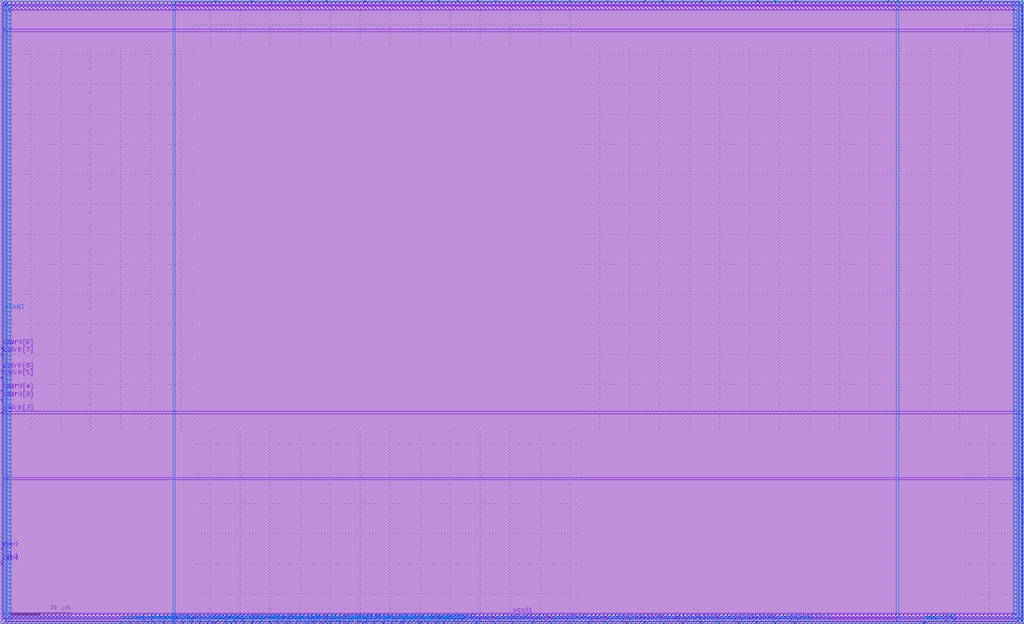
<source format=lef>
# Copyright 2020 The SkyWater PDK Authors
#
# Licensed under the Apache License, Version 2.0 (the "License");
# you may not use this file except in compliance with the License.
# You may obtain a copy of the License at
#
#     https://www.apache.org/licenses/LICENSE-2.0
#
# Unless required by applicable law or agreed to in writing, software
# distributed under the License is distributed on an "AS IS" BASIS,
# WITHOUT WARRANTIES OR CONDITIONS OF ANY KIND, either express or implied.
# See the License for the specific language governing permissions and
# limitations under the License.
#
# SPDX-License-Identifier: Apache-2.0

VERSION 5.7 ;

BUSBITCHARS "[]" ;
DIVIDERCHAR "/" ;

UNITS
  TIME NANOSECONDS 1 ;
  CAPACITANCE PICOFARADS 1 ;
  RESISTANCE OHMS 1 ;
  DATABASE MICRONS 1000 ;
END UNITS

MANUFACTURINGGRID 0.005 ;
USEMINSPACING OBS OFF ;

PROPERTYDEFINITIONS
  LAYER LEF58_TYPE STRING ;
END PROPERTYDEFINITIONS

# High density, single height
SITE unithd
  SYMMETRY Y ;
  CLASS CORE ;
  SIZE 0.46 BY 2.72 ;
END unithd

# High density, double height
SITE unithddbl
  SYMMETRY Y ;
  CLASS CORE ;
  SIZE 0.46 BY 5.44 ;
END unithddbl

LAYER nwell
  TYPE MASTERSLICE ;
  PROPERTY LEF58_TYPE "TYPE NWELL ;" ;
END nwell

LAYER pwell
  TYPE MASTERSLICE ;
  PROPERTY LEF58_TYPE "TYPE PWELL ;" ;
END pwell

LAYER li1
  TYPE ROUTING ;
  DIRECTION VERTICAL ;

  PITCH 0.46 0.34 ;
  OFFSET 0.23 0.17 ;

  WIDTH 0.17 ;          # LI 1
  # SPACING  0.17 ;     # LI 2
  SPACINGTABLE
     PARALLELRUNLENGTH 0
     WIDTH 0 0.17 ;
  AREA 0.0561 ;         # LI 6
  THICKNESS 0.1 ;
  EDGECAPACITANCE 40.697E-6 ;
  CAPACITANCE CPERSQDIST 36.9866E-6 ;
  RESISTANCE RPERSQ 12.8 ;

  ANTENNAMODEL OXIDE1 ;
  ANTENNADIFFSIDEAREARATIO PWL ( ( 0 75 ) ( 0.0125 75 ) ( 0.0225 85.125 ) ( 22.5 10200 ) ) ;
END li1

LAYER mcon
  TYPE CUT ;

  WIDTH 0.17 ;                # Mcon 1
  SPACING 0.19 ;              # Mcon 2
  ENCLOSURE BELOW 0 0 ;       # Mcon 4
  ENCLOSURE ABOVE 0.03 0.06 ; # Met1 4 / Met1 5
  RESISTANCE 9.30 ;

  ANTENNADIFFAREARATIO PWL ( ( 0 3 ) ( 0.0125 3 ) ( 0.0225 3.405 ) ( 22.5 408 ) ) ;
  DCCURRENTDENSITY AVERAGE 0.36 ; # mA per via Iavg_max at Tj = 90oC

END mcon

LAYER met1
  TYPE ROUTING ;
  DIRECTION HORIZONTAL ;

  PITCH 0.34 ;
  OFFSET 0.17 ;

  WIDTH 0.14 ;                     # Met1 1
  # SPACING 0.14 ;                 # Met1 2
  # SPACING 0.28 RANGE 3.001 100 ; # Met1 3b
  SPACINGTABLE
     PARALLELRUNLENGTH 0
     WIDTH 0 0.14
     WIDTH 3 0.28 ;
  AREA 0.083 ;                     # Met1 6
  THICKNESS 0.35 ;
  MINENCLOSEDAREA 0.14 ;

  ANTENNAMODEL OXIDE1 ;
  ANTENNADIFFSIDEAREARATIO PWL ( ( 0 400 ) ( 0.0125 400 ) ( 0.0225 2609 ) ( 22.5 11600 ) ) ;

  EDGECAPACITANCE 40.567E-6 ;
  CAPACITANCE CPERSQDIST 25.7784E-6 ;
  DCCURRENTDENSITY AVERAGE 2.8 ; # mA/um Iavg_max at Tj = 90oC
  ACCURRENTDENSITY RMS 6.1 ; # mA/um Irms_max at Tj = 90oC
  MAXIMUMDENSITY 70 ;
  DENSITYCHECKWINDOW 700 700 ;
  DENSITYCHECKSTEP 70 ;

  RESISTANCE RPERSQ 0.125 ;
END met1

LAYER via
  TYPE CUT ;
  WIDTH 0.15 ;                  # Via 1a
  SPACING 0.17 ;                # Via 2
  ENCLOSURE BELOW 0.055 0.085 ; # Via 4a / Via 5a
  ENCLOSURE ABOVE 0.055 0.085 ; # Met2 4 / Met2 5
  RESISTANCE 4.50 ;

  ANTENNADIFFAREARATIO PWL ( ( 0 6 ) ( 0.0125 6 ) ( 0.0225 6.81 ) ( 22.5 816 ) ) ;
  DCCURRENTDENSITY AVERAGE 0.29 ; # mA per via Iavg_max at Tj = 90oC
END via

LAYER met2
  TYPE ROUTING ;
  DIRECTION VERTICAL ;

  PITCH 0.46 ;
  OFFSET 0.23 ;

  WIDTH 0.14 ;                        # Met2 1
  # SPACING  0.14 ;                   # Met2 2
  # SPACING  0.28 RANGE 3.001 100 ;   # Met2 3b
  SPACINGTABLE
     PARALLELRUNLENGTH 0
     WIDTH 0 0.14
     WIDTH 3 0.28 ;
  AREA 0.0676 ;                       # Met2 6
  THICKNESS 0.35 ;
  MINENCLOSEDAREA 0.14 ;

  EDGECAPACITANCE 37.759E-6 ;
  CAPACITANCE CPERSQDIST 16.9423E-6 ;
  RESISTANCE RPERSQ 0.125 ;
  DCCURRENTDENSITY AVERAGE 2.8 ; # mA/um Iavg_max at Tj = 90oC
  ACCURRENTDENSITY RMS 6.1 ; # mA/um Irms_max at Tj = 90oC

  ANTENNAMODEL OXIDE1 ;
  ANTENNADIFFSIDEAREARATIO PWL ( ( 0 400 ) ( 0.0125 400 ) ( 0.0225 2609 ) ( 22.5 11600 ) ) ;

  MAXIMUMDENSITY 70 ;
  DENSITYCHECKWINDOW 700 700 ;
  DENSITYCHECKSTEP 70 ;
END met2

# ******** Layer via2, type routing, number 44 **************
LAYER via2
  TYPE CUT ;
  WIDTH 0.2 ;                   # Via2 1
  SPACING 0.2 ;                 # Via2 2
  ENCLOSURE BELOW 0.04 0.085 ;  # Via2 4
  ENCLOSURE ABOVE 0.065 0.065 ; # Met3 4
  RESISTANCE 3.41 ;
  ANTENNADIFFAREARATIO PWL ( ( 0 6 ) ( 0.0125 6 ) ( 0.0225 6.81 ) ( 22.5 816 ) ) ;
  DCCURRENTDENSITY AVERAGE 0.48 ; # mA per via Iavg_max at Tj = 90oC
END via2

LAYER met3
  TYPE ROUTING ;
  DIRECTION HORIZONTAL ;

  PITCH 0.68 ;
  OFFSET 0.34 ;

  WIDTH 0.3 ;              # Met3 1
  # SPACING 0.3 ;          # Met3 2
  SPACINGTABLE
     PARALLELRUNLENGTH 0
     WIDTH 0 0.3
     WIDTH 3 0.4 ;
  AREA 0.24 ;              # Met3 6
  THICKNESS 0.8 ;

  EDGECAPACITANCE 40.989E-6 ;
  CAPACITANCE CPERSQDIST 12.3729E-6 ;
  RESISTANCE RPERSQ 0.047 ;
  DCCURRENTDENSITY AVERAGE 6.8 ; # mA/um Iavg_max at Tj = 90oC
  ACCURRENTDENSITY RMS 14.9 ; # mA/um Irms_max at Tj = 90oC

  ANTENNAMODEL OXIDE1 ;
  ANTENNADIFFSIDEAREARATIO PWL ( ( 0 400 ) ( 0.0125 400 ) ( 0.0225 2609 ) ( 22.5 11600 ) ) ;

  MAXIMUMDENSITY 70 ;
  DENSITYCHECKWINDOW 700 700 ;
  DENSITYCHECKSTEP 70 ;
END met3

LAYER via3
  TYPE CUT ;
  WIDTH 0.2 ;                   # Via3 1
  SPACING 0.2 ;                 # Via3 2
  ENCLOSURE BELOW 0.06 0.09 ;   # Via3 4 / Via3 5
  ENCLOSURE ABOVE 0.065 0.065 ; # Met4 3
  RESISTANCE 3.41 ;
  ANTENNADIFFAREARATIO PWL ( ( 0 6 ) ( 0.0125 6 ) ( 0.0225 6.81 ) ( 22.5 816 ) ) ;
  DCCURRENTDENSITY AVERAGE 0.48 ; # mA per via Iavg_max at Tj = 90oC
END via3

LAYER met4
  TYPE ROUTING ;
  DIRECTION VERTICAL ;

  PITCH 0.92 ;
  OFFSET 0.46 ;

  WIDTH 0.3 ;             # Met4 1
  # SPACING  0.3 ;             # Met4 2
  SPACINGTABLE
     PARALLELRUNLENGTH 0
     WIDTH 0 0.3
     WIDTH 3 0.4 ;
  AREA 0.24 ;            # Met4 4a

  THICKNESS 0.8 ;

  EDGECAPACITANCE 36.676E-6 ;
  CAPACITANCE CPERSQDIST 8.41537E-6 ;
  RESISTANCE RPERSQ 0.047 ;
  DCCURRENTDENSITY AVERAGE 6.8 ; # mA/um Iavg_max at Tj = 90oC
  ACCURRENTDENSITY RMS 14.9 ; # mA/um Irms_max at Tj = 90oC

  ANTENNAMODEL OXIDE1 ;
  ANTENNADIFFSIDEAREARATIO PWL ( ( 0 400 ) ( 0.0125 400 ) ( 0.0225 2609 ) ( 22.5 11600 ) ) ;

  MAXIMUMDENSITY 70 ;
  DENSITYCHECKWINDOW 700 700 ;
  DENSITYCHECKSTEP 70 ;
END met4

LAYER via4
  TYPE CUT ;

  WIDTH 0.8 ;                 # Via4 1
  SPACING 0.8 ;               # Via4 2
  ENCLOSURE BELOW 0.19 0.19 ; # Via4 4
  ENCLOSURE ABOVE 0.31 0.31 ; # Met5 3
  RESISTANCE 0.38 ;
  ANTENNADIFFAREARATIO PWL ( ( 0 6 ) ( 0.0125 6 ) ( 0.0225 6.81 ) ( 22.5 816 ) ) ;
  DCCURRENTDENSITY AVERAGE 2.49 ; # mA per via Iavg_max at Tj = 90oC
END via4

LAYER met5
  TYPE ROUTING ;
  DIRECTION HORIZONTAL ;

  PITCH 3.4 ;
  OFFSET 1.7 ;

  WIDTH 1.6 ;            # Met5 1
  #SPACING  1.6 ;        # Met5 2
  SPACINGTABLE
     PARALLELRUNLENGTH 0
     WIDTH 0 1.6 ;
  AREA 4 ;               # Met5 4

  THICKNESS 1.2 ;

  EDGECAPACITANCE 38.851E-6 ;
  CAPACITANCE CPERSQDIST 6.32063E-6 ;
  RESISTANCE RPERSQ 0.0285 ;
  DCCURRENTDENSITY AVERAGE 10.17 ; # mA/um Iavg_max at Tj = 90oC
  ACCURRENTDENSITY RMS 22.34 ; # mA/um Irms_max at Tj = 90oC

  ANTENNAMODEL OXIDE1 ;
  ANTENNADIFFSIDEAREARATIO PWL ( ( 0 400 ) ( 0.0125 400 ) ( 0.0225 2609 ) ( 22.5 11600 ) ) ;
END met5


### Routing via cells section   ###
# Plus via rule, metals are along the prefered direction
VIA L1M1_PR DEFAULT
  LAYER mcon ;
  RECT -0.085 -0.085 0.085 0.085 ;
  LAYER li1 ;
  RECT -0.085 -0.085 0.085 0.085 ;
  LAYER met1 ;
  RECT -0.145 -0.115 0.145 0.115 ;
END L1M1_PR

VIARULE L1M1_PR GENERATE
  LAYER li1 ;
  ENCLOSURE 0 0 ;
  LAYER met1 ;
  ENCLOSURE 0.06 0.03 ;
  LAYER mcon ;
  RECT -0.085 -0.085 0.085 0.085 ;
  SPACING 0.36 BY 0.36 ;
END L1M1_PR

# Plus via rule, metals are along the non prefered direction
VIA L1M1_PR_R DEFAULT
  LAYER mcon ;
  RECT -0.085 -0.085 0.085 0.085 ;
  LAYER li1 ;
  RECT -0.085 -0.085 0.085 0.085 ;
  LAYER met1 ;
  RECT -0.115 -0.145 0.115 0.145 ;
END L1M1_PR_R

VIARULE L1M1_PR_R GENERATE
  LAYER li1 ;
  ENCLOSURE 0 0 ;
  LAYER met1 ;
  ENCLOSURE 0.03 0.06 ;
  LAYER mcon ;
  RECT -0.085 -0.085 0.085 0.085 ;
  SPACING 0.36 BY 0.36 ;
END L1M1_PR_R

# Minus via rule, lower layer metal is along prefered direction
VIA L1M1_PR_M DEFAULT
  LAYER mcon ;
  RECT -0.085 -0.085 0.085 0.085 ;
  LAYER li1 ;
  RECT -0.085 -0.085 0.085 0.085 ;
  LAYER met1 ;
  RECT -0.115 -0.145 0.115 0.145 ;
END L1M1_PR_M

VIARULE L1M1_PR_M GENERATE
  LAYER li1 ;
  ENCLOSURE 0 0 ;
  LAYER met1 ;
  ENCLOSURE 0.03 0.06 ;
  LAYER mcon ;
  RECT -0.085 -0.085 0.085 0.085 ;
  SPACING 0.36 BY 0.36 ;
END L1M1_PR_M

# Minus via rule, upper layer metal is along prefered direction
VIA L1M1_PR_MR DEFAULT
  LAYER mcon ;
  RECT -0.085 -0.085 0.085 0.085 ;
  LAYER li1 ;
  RECT -0.085 -0.085 0.085 0.085 ;
  LAYER met1 ;
  RECT -0.145 -0.115 0.145 0.115 ;
END L1M1_PR_MR

VIARULE L1M1_PR_MR GENERATE
  LAYER li1 ;
  ENCLOSURE 0 0 ;
  LAYER met1 ;
  ENCLOSURE 0.06 0.03 ;
  LAYER mcon ;
  RECT -0.085 -0.085 0.085 0.085 ;
  SPACING 0.36 BY 0.36 ;
END L1M1_PR_MR

# Centered via rule, we really do not want to use it
VIA L1M1_PR_C DEFAULT
  LAYER mcon ;
  RECT -0.085 -0.085 0.085 0.085 ;
  LAYER li1 ;
  RECT -0.085 -0.085 0.085 0.085 ;
  LAYER met1 ;
  RECT -0.145 -0.145 0.145 0.145 ;
END L1M1_PR_C

VIARULE L1M1_PR_C GENERATE
  LAYER li1 ;
  ENCLOSURE 0 0 ;
  LAYER met1 ;
  ENCLOSURE 0.06 0.06 ;
  LAYER mcon ;
  RECT -0.085 -0.085 0.085 0.085 ;
  SPACING 0.36 BY 0.36 ;
END L1M1_PR_C

# Plus via rule, metals are along the prefered direction
VIA M1M2_PR DEFAULT
  LAYER via ;
  RECT -0.075 -0.075 0.075 0.075 ;
  LAYER met1 ;
  RECT -0.16 -0.13 0.16 0.13 ;
  LAYER met2 ;
  RECT -0.13 -0.16 0.13 0.16 ;
END M1M2_PR

VIARULE M1M2_PR GENERATE
  LAYER met1 ;
  ENCLOSURE 0.085 0.055 ;
  LAYER met2 ;
  ENCLOSURE 0.055 0.085 ;
  LAYER via ;
  RECT -0.075 -0.075 0.075 0.075 ;
  SPACING 0.32 BY 0.32 ;
END M1M2_PR

# Plus via rule, metals are along the non prefered direction
VIA M1M2_PR_R DEFAULT
  LAYER via ;
  RECT -0.075 -0.075 0.075 0.075 ;
  LAYER met1 ;
  RECT -0.13 -0.16 0.13 0.16 ;
  LAYER met2 ;
  RECT -0.16 -0.13 0.16 0.13 ;
END M1M2_PR_R

VIARULE M1M2_PR_R GENERATE
  LAYER met1 ;
  ENCLOSURE 0.055 0.085 ;
  LAYER met2 ;
  ENCLOSURE 0.085 0.055 ;
  LAYER via ;
  RECT -0.075 -0.075 0.075 0.075 ;
  SPACING 0.32 BY 0.32 ;
END M1M2_PR_R

# Minus via rule, lower layer metal is along prefered direction
VIA M1M2_PR_M DEFAULT
  LAYER via ;
  RECT -0.075 -0.075 0.075 0.075 ;
  LAYER met1 ;
  RECT -0.16 -0.13 0.16 0.13 ;
  LAYER met2 ;
  RECT -0.16 -0.13 0.16 0.13 ;
END M1M2_PR_M

VIARULE M1M2_PR_M GENERATE
  LAYER met1 ;
  ENCLOSURE 0.085 0.055 ;
  LAYER met2 ;
  ENCLOSURE 0.085 0.055 ;
  LAYER via ;
  RECT -0.075 -0.075 0.075 0.075 ;
  SPACING 0.32 BY 0.32 ;
END M1M2_PR_M

# Minus via rule, upper layer metal is along prefered direction
VIA M1M2_PR_MR DEFAULT
  LAYER via ;
  RECT -0.075 -0.075 0.075 0.075 ;
  LAYER met1 ;
  RECT -0.13 -0.16 0.13 0.16 ;
  LAYER met2 ;
  RECT -0.13 -0.16 0.13 0.16 ;
END M1M2_PR_MR

VIARULE M1M2_PR_MR GENERATE
  LAYER met1 ;
  ENCLOSURE 0.055 0.085 ;
  LAYER met2 ;
  ENCLOSURE 0.055 0.085 ;
  LAYER via ;
  RECT -0.075 -0.075 0.075 0.075 ;
  SPACING 0.32 BY 0.32 ;
END M1M2_PR_MR

# Centered via rule, we really do not want to use it
VIA M1M2_PR_C DEFAULT
  LAYER via ;
  RECT -0.075 -0.075 0.075 0.075 ;
  LAYER met1 ;
  RECT -0.16 -0.16 0.16 0.16 ;
  LAYER met2 ;
  RECT -0.16 -0.16 0.16 0.16 ;
END M1M2_PR_C

VIARULE M1M2_PR_C GENERATE
  LAYER met1 ;
  ENCLOSURE 0.085 0.085 ;
  LAYER met2 ;
  ENCLOSURE 0.085 0.085 ;
  LAYER via ;
  RECT -0.075 -0.075 0.075 0.075 ;
  SPACING 0.32 BY 0.32 ;
END M1M2_PR_C

# Plus via rule, metals are along the prefered direction
VIA M2M3_PR DEFAULT
  LAYER via2 ;
  RECT -0.1 -0.1 0.1 0.1 ;
  LAYER met2 ;
  RECT -0.14 -0.185 0.14 0.185 ;
  LAYER met3 ;
  RECT -0.165 -0.165 0.165 0.165 ;
END M2M3_PR

VIARULE M2M3_PR GENERATE
  LAYER met2 ;
  ENCLOSURE 0.04 0.085 ;
  LAYER met3 ;
  ENCLOSURE 0.065 0.065 ;
  LAYER via2 ;
  RECT -0.1 -0.1 0.1 0.1 ;
  SPACING 0.4 BY 0.4 ;
END M2M3_PR

# Plus via rule, metals are along the non prefered direction
VIA M2M3_PR_R DEFAULT
  LAYER via2 ;
  RECT -0.1 -0.1 0.1 0.1 ;
  LAYER met2 ;
  RECT -0.185 -0.14 0.185 0.14 ;
  LAYER met3 ;
  RECT -0.165 -0.165 0.165 0.165 ;
END M2M3_PR_R

VIARULE M2M3_PR_R GENERATE
  LAYER met2 ;
  ENCLOSURE 0.085 0.04 ;
  LAYER met3 ;
  ENCLOSURE 0.065 0.065 ;
  LAYER via2 ;
  RECT -0.1 -0.1 0.1 0.1 ;
  SPACING 0.4 BY 0.4 ;
END M2M3_PR_R

# Minus via rule, lower layer metal is along prefered direction
VIA M2M3_PR_M DEFAULT
  LAYER via2 ;
  RECT -0.1 -0.1 0.1 0.1 ;
  LAYER met2 ;
  RECT -0.14 -0.185 0.14 0.185 ;
  LAYER met3 ;
  RECT -0.165 -0.165 0.165 0.165 ;
END M2M3_PR_M

VIARULE M2M3_PR_M GENERATE
  LAYER met2 ;
  ENCLOSURE 0.04 0.085 ;
  LAYER met3 ;
  ENCLOSURE 0.065 0.065 ;
  LAYER via2 ;
  RECT -0.1 -0.1 0.1 0.1 ;
  SPACING 0.4 BY 0.4 ;
END M2M3_PR_M

# Minus via rule, upper layer metal is along prefered direction
VIA M2M3_PR_MR DEFAULT
  LAYER via2 ;
  RECT -0.1 -0.1 0.1 0.1 ;
  LAYER met2 ;
  RECT -0.185 -0.14 0.185 0.14 ;
  LAYER met3 ;
  RECT -0.165 -0.165 0.165 0.165 ;
END M2M3_PR_MR

VIARULE M2M3_PR_MR GENERATE
  LAYER met2 ;
  ENCLOSURE 0.085 0.04 ;
  LAYER met3 ;
  ENCLOSURE 0.065 0.065 ;
  LAYER via2 ;
  RECT -0.1 -0.1 0.1 0.1 ;
  SPACING 0.4 BY 0.4 ;
END M2M3_PR_MR

# Centered via rule, we really do not want to use it
VIA M2M3_PR_C DEFAULT
  LAYER via2 ;
  RECT -0.1 -0.1 0.1 0.1 ;
  LAYER met2 ;
  RECT -0.185 -0.185 0.185 0.185 ;
  LAYER met3 ;
  RECT -0.165 -0.165 0.165 0.165 ;
END M2M3_PR_C

VIARULE M2M3_PR_C GENERATE
  LAYER met2 ;
  ENCLOSURE 0.085 0.085 ;
  LAYER met3 ;
  ENCLOSURE 0.065 0.065 ;
  LAYER via2 ;
  RECT -0.1 -0.1 0.1 0.1 ;
  SPACING 0.4 BY 0.4 ;
END M2M3_PR_C

# Plus via rule, metals are along the prefered direction
VIA M3M4_PR DEFAULT
  LAYER via3 ;
  RECT -0.1 -0.1 0.1 0.1 ;
  LAYER met3 ;
  RECT -0.19 -0.16 0.19 0.16 ;
  LAYER met4 ;
  RECT -0.165 -0.165 0.165 0.165 ;
END M3M4_PR

VIARULE M3M4_PR GENERATE
  LAYER met3 ;
  ENCLOSURE 0.09 0.06 ;
  LAYER met4 ;
  ENCLOSURE 0.065 0.065 ;
  LAYER via3 ;
  RECT -0.1 -0.1 0.1 0.1 ;
  SPACING 0.4 BY 0.4 ;
END M3M4_PR

# Plus via rule, metals are along the non prefered direction
VIA M3M4_PR_R DEFAULT
  LAYER via3 ;
  RECT -0.1 -0.1 0.1 0.1 ;
  LAYER met3 ;
  RECT -0.16 -0.19 0.16 0.19 ;
  LAYER met4 ;
  RECT -0.165 -0.165 0.165 0.165 ;
END M3M4_PR_R

VIARULE M3M4_PR_R GENERATE
  LAYER met3 ;
  ENCLOSURE 0.06 0.09 ;
  LAYER met4 ;
  ENCLOSURE 0.065 0.065 ;
  LAYER via3 ;
  RECT -0.1 -0.1 0.1 0.1 ;
  SPACING 0.4 BY 0.4 ;
END M3M4_PR_R

# Minus via rule, lower layer metal is along prefered direction
VIA M3M4_PR_M DEFAULT
  LAYER via3 ;
  RECT -0.1 -0.1 0.1 0.1 ;
  LAYER met3 ;
  RECT -0.19 -0.16 0.19 0.16 ;
  LAYER met4 ;
  RECT -0.165 -0.165 0.165 0.165 ;
END M3M4_PR_M

VIARULE M3M4_PR_M GENERATE
  LAYER met3 ;
  ENCLOSURE 0.09 0.06 ;
  LAYER met4 ;
  ENCLOSURE 0.065 0.065 ;
  LAYER via3 ;
  RECT -0.1 -0.1 0.1 0.1 ;
  SPACING 0.4 BY 0.4 ;
END M3M4_PR_M

# Minus via rule, upper layer metal is along prefered direction
VIA M3M4_PR_MR DEFAULT
  LAYER via3 ;
  RECT -0.1 -0.1 0.1 0.1 ;
  LAYER met3 ;
  RECT -0.16 -0.19 0.16 0.19 ;
  LAYER met4 ;
  RECT -0.165 -0.165 0.165 0.165 ;
END M3M4_PR_MR

VIARULE M3M4_PR_MR GENERATE
  LAYER met3 ;
  ENCLOSURE 0.06 0.09 ;
  LAYER met4 ;
  ENCLOSURE 0.065 0.065 ;
  LAYER via3 ;
  RECT -0.1 -0.1 0.1 0.1 ;
  SPACING 0.4 BY 0.4 ;
END M3M4_PR_MR

# Centered via rule, we really do not want to use it
VIA M3M4_PR_C DEFAULT
  LAYER via3 ;
  RECT -0.1 -0.1 0.1 0.1 ;
  LAYER met3 ;
  RECT -0.19 -0.19 0.19 0.19 ;
  LAYER met4 ;
  RECT -0.165 -0.165 0.165 0.165 ;
END M3M4_PR_C

VIARULE M3M4_PR_C GENERATE
  LAYER met3 ;
  ENCLOSURE 0.09 0.09 ;
  LAYER met4 ;
  ENCLOSURE 0.065 0.065 ;
  LAYER via3 ;
  RECT -0.1 -0.1 0.1 0.1 ;
  SPACING 0.4 BY 0.4 ;
END M3M4_PR_C

# Plus via rule, metals are along the prefered direction
VIA M4M5_PR DEFAULT
  LAYER via4 ;
  RECT -0.4 -0.4 0.4 0.4 ;
  LAYER met4 ;
  RECT -0.59 -0.59 0.59 0.59 ;
  LAYER met5 ;
  RECT -0.71 -0.71 0.71 0.71 ;
END M4M5_PR

VIARULE M4M5_PR GENERATE
  LAYER met4 ;
  ENCLOSURE 0.19 0.19 ;
  LAYER met5 ;
  ENCLOSURE 0.31 0.31 ;
  LAYER via4 ;
  RECT -0.4 -0.4 0.4 0.4 ;
  SPACING 1.6 BY 1.6 ;
END M4M5_PR

# Plus via rule, metals are along the non prefered direction
VIA M4M5_PR_R DEFAULT
  LAYER via4 ;
  RECT -0.4 -0.4 0.4 0.4 ;
  LAYER met4 ;
  RECT -0.59 -0.59 0.59 0.59 ;
  LAYER met5 ;
  RECT -0.71 -0.71 0.71 0.71 ;
END M4M5_PR_R

VIARULE M4M5_PR_R GENERATE
  LAYER met4 ;
  ENCLOSURE 0.19 0.19 ;
  LAYER met5 ;
  ENCLOSURE 0.31 0.31 ;
  LAYER via4 ;
  RECT -0.4 -0.4 0.4 0.4 ;
  SPACING 1.6 BY 1.6 ;
END M4M5_PR_R

# Minus via rule, lower layer metal is along prefered direction
VIA M4M5_PR_M DEFAULT
  LAYER via4 ;
  RECT -0.4 -0.4 0.4 0.4 ;
  LAYER met4 ;
  RECT -0.59 -0.59 0.59 0.59 ;
  LAYER met5 ;
  RECT -0.71 -0.71 0.71 0.71 ;
END M4M5_PR_M

VIARULE M4M5_PR_M GENERATE
  LAYER met4 ;
  ENCLOSURE 0.19 0.19 ;
  LAYER met5 ;
  ENCLOSURE 0.31 0.31 ;
  LAYER via4 ;
  RECT -0.4 -0.4 0.4 0.4 ;
  SPACING 1.6 BY 1.6 ;
END M4M5_PR_M

# Minus via rule, upper layer metal is along prefered direction
VIA M4M5_PR_MR DEFAULT
  LAYER via4 ;
  RECT -0.4 -0.4 0.4 0.4 ;
  LAYER met4 ;
  RECT -0.59 -0.59 0.59 0.59 ;
  LAYER met5 ;
  RECT -0.71 -0.71 0.71 0.71 ;
END M4M5_PR_MR

VIARULE M4M5_PR_MR GENERATE
  LAYER met4 ;
  ENCLOSURE 0.19 0.19 ;
  LAYER met5 ;
  ENCLOSURE 0.31 0.31 ;
  LAYER via4 ;
  RECT -0.4 -0.4 0.4 0.4 ;
  SPACING 1.6 BY 1.6 ;
END M4M5_PR_MR

# Centered via rule, we really do not want to use it
VIA M4M5_PR_C DEFAULT
  LAYER via4 ;
  RECT -0.4 -0.4 0.4 0.4 ;
  LAYER met4 ;
  RECT -0.59 -0.59 0.59 0.59 ;
  LAYER met5 ;
  RECT -0.71 -0.71 0.71 0.71 ;
END M4M5_PR_C

VIARULE M4M5_PR_C GENERATE
  LAYER met4 ;
  ENCLOSURE 0.19 0.19 ;
  LAYER met5 ;
  ENCLOSURE 0.31 0.31 ;
  LAYER via4 ;
  RECT -0.4 -0.4 0.4 0.4 ;
  SPACING 1.6 BY 1.6 ;
END M4M5_PR_C
###  end of single via cells   ###


MACRO sky130_fd_sc_hd__a2bb2o_1
  CLASS CORE ;
  FOREIGN sky130_fd_sc_hd__a2bb2o_1 ;
  ORIGIN 0.000 0.000 ;
  SIZE 3.680 BY 2.720 ;
  SYMMETRY X Y R90 ;
  SITE unithd ;
  PIN A1_N
    DIRECTION INPUT ;
    USE SIGNAL ;
    ANTENNAGATEAREA 0.126000 ;
    PORT
      LAYER li1 ;
        RECT 0.910 0.995 1.240 1.615 ;
    END
  END A1_N
  PIN A2_N
    DIRECTION INPUT ;
    USE SIGNAL ;
    ANTENNAGATEAREA 0.126000 ;
    PORT
      LAYER li1 ;
        RECT 1.410 0.995 1.700 1.375 ;
    END
  END A2_N
  PIN B1
    DIRECTION INPUT ;
    USE SIGNAL ;
    ANTENNAGATEAREA 0.126000 ;
    PORT
      LAYER li1 ;
        RECT 3.280 0.765 3.540 1.655 ;
    END
  END B1
  PIN B2
    DIRECTION INPUT ;
    USE SIGNAL ;
    ANTENNAGATEAREA 0.126000 ;
    PORT
      LAYER li1 ;
        RECT 2.600 1.355 3.080 1.655 ;
        RECT 2.820 0.765 3.080 1.355 ;
    END
  END B2
  PIN VGND
    DIRECTION INOUT ;
    USE GROUND ;
    SHAPE ABUTMENT ;
    PORT
      LAYER met1 ;
        RECT 0.000 -0.240 3.680 0.240 ;
    END
  END VGND
  PIN VNB
    DIRECTION INOUT ;
    USE GROUND ;
    PORT
      LAYER pwell ;
        RECT 0.005 0.785 0.925 1.015 ;
        RECT 0.005 0.105 3.590 0.785 ;
        RECT 0.150 -0.085 0.320 0.105 ;
    END
  END VNB
  PIN VPB
    DIRECTION INOUT ;
    USE POWER ;
    PORT
      LAYER nwell ;
        RECT -0.190 1.305 3.870 2.910 ;
    END
  END VPB
  PIN VPWR
    DIRECTION INOUT ;
    USE POWER ;
    SHAPE ABUTMENT ;
    PORT
      LAYER met1 ;
        RECT 0.000 2.480 3.680 2.960 ;
    END
  END VPWR
  PIN X
    DIRECTION OUTPUT ;
    USE SIGNAL ;
    ANTENNADIFFAREA 0.429000 ;
    PORT
      LAYER li1 ;
        RECT 0.085 1.525 0.345 2.465 ;
        RECT 0.085 0.810 0.260 1.525 ;
        RECT 0.085 0.255 0.345 0.810 ;
    END
  END X
  OBS
      LAYER li1 ;
        RECT 0.000 2.635 3.680 2.805 ;
        RECT 0.515 2.235 0.845 2.635 ;
        RECT 1.990 2.370 2.245 2.465 ;
        RECT 1.105 2.200 2.245 2.370 ;
        RECT 2.415 2.255 2.745 2.425 ;
        RECT 1.105 1.975 1.275 2.200 ;
        RECT 0.515 1.805 1.275 1.975 ;
        RECT 1.990 2.065 2.245 2.200 ;
        RECT 0.515 1.325 0.685 1.805 ;
        RECT 1.540 1.715 1.710 1.905 ;
        RECT 1.990 1.895 2.400 2.065 ;
        RECT 1.540 1.545 2.060 1.715 ;
        RECT 0.430 0.995 0.685 1.325 ;
        RECT 1.890 0.825 2.060 1.545 ;
        RECT 1.180 0.655 2.060 0.825 ;
        RECT 2.230 0.870 2.400 1.895 ;
        RECT 2.575 2.005 2.745 2.255 ;
        RECT 2.915 2.175 3.165 2.635 ;
        RECT 3.335 2.005 3.515 2.465 ;
        RECT 2.575 1.835 3.515 2.005 ;
        RECT 2.230 0.700 2.580 0.870 ;
        RECT 0.515 0.085 0.945 0.530 ;
        RECT 1.180 0.255 1.350 0.655 ;
        RECT 1.520 0.085 2.240 0.485 ;
        RECT 2.410 0.255 2.580 0.700 ;
        RECT 3.155 0.085 3.555 0.595 ;
        RECT 0.000 -0.085 3.680 0.085 ;
      LAYER mcon ;
        RECT 0.145 2.635 0.315 2.805 ;
        RECT 0.605 2.635 0.775 2.805 ;
        RECT 1.065 2.635 1.235 2.805 ;
        RECT 1.525 2.635 1.695 2.805 ;
        RECT 1.985 2.635 2.155 2.805 ;
        RECT 2.445 2.635 2.615 2.805 ;
        RECT 2.905 2.635 3.075 2.805 ;
        RECT 3.365 2.635 3.535 2.805 ;
        RECT 0.145 -0.085 0.315 0.085 ;
        RECT 0.605 -0.085 0.775 0.085 ;
        RECT 1.065 -0.085 1.235 0.085 ;
        RECT 1.525 -0.085 1.695 0.085 ;
        RECT 1.985 -0.085 2.155 0.085 ;
        RECT 2.445 -0.085 2.615 0.085 ;
        RECT 2.905 -0.085 3.075 0.085 ;
        RECT 3.365 -0.085 3.535 0.085 ;
  END
END sky130_fd_sc_hd__a2bb2o_1
MACRO sky130_fd_sc_hd__a2bb2o_2
  CLASS CORE ;
  FOREIGN sky130_fd_sc_hd__a2bb2o_2 ;
  ORIGIN 0.000 0.000 ;
  SIZE 4.140 BY 2.720 ;
  SYMMETRY X Y R90 ;
  SITE unithd ;
  PIN A1_N
    DIRECTION INPUT ;
    USE SIGNAL ;
    ANTENNAGATEAREA 0.159000 ;
    PORT
      LAYER li1 ;
        RECT 1.345 0.995 1.675 1.615 ;
    END
  END A1_N
  PIN A2_N
    DIRECTION INPUT ;
    USE SIGNAL ;
    ANTENNAGATEAREA 0.159000 ;
    PORT
      LAYER li1 ;
        RECT 1.845 0.995 2.135 1.375 ;
    END
  END A2_N
  PIN B1
    DIRECTION INPUT ;
    USE SIGNAL ;
    ANTENNAGATEAREA 0.159000 ;
    PORT
      LAYER li1 ;
        RECT 3.730 0.765 3.990 1.655 ;
    END
  END B1
  PIN B2
    DIRECTION INPUT ;
    USE SIGNAL ;
    ANTENNAGATEAREA 0.159000 ;
    PORT
      LAYER li1 ;
        RECT 3.050 1.355 3.530 1.655 ;
        RECT 3.270 0.765 3.530 1.355 ;
    END
  END B2
  PIN VGND
    DIRECTION INOUT ;
    USE GROUND ;
    SHAPE ABUTMENT ;
    PORT
      LAYER met1 ;
        RECT 0.000 -0.240 4.140 0.240 ;
    END
  END VGND
  PIN VNB
    DIRECTION INOUT ;
    USE GROUND ;
    PORT
      LAYER pwell ;
        RECT 0.015 0.785 1.360 1.015 ;
        RECT 0.015 0.105 4.040 0.785 ;
        RECT 0.125 -0.085 0.295 0.105 ;
    END
  END VNB
  PIN VPB
    DIRECTION INOUT ;
    USE POWER ;
    PORT
      LAYER nwell ;
        RECT -0.190 1.305 4.330 2.910 ;
    END
  END VPB
  PIN VPWR
    DIRECTION INOUT ;
    USE POWER ;
    SHAPE ABUTMENT ;
    PORT
      LAYER met1 ;
        RECT 0.000 2.480 4.140 2.960 ;
    END
  END VPWR
  PIN X
    DIRECTION OUTPUT ;
    USE SIGNAL ;
    ANTENNADIFFAREA 0.445500 ;
    PORT
      LAYER li1 ;
        RECT 0.525 1.525 0.780 2.465 ;
        RECT 0.525 0.810 0.695 1.525 ;
        RECT 0.525 0.255 0.780 0.810 ;
    END
  END X
  OBS
      LAYER li1 ;
        RECT 0.000 2.635 4.140 2.805 ;
        RECT 0.185 1.445 0.355 2.635 ;
        RECT 0.950 2.235 1.280 2.635 ;
        RECT 2.500 2.370 2.670 2.465 ;
        RECT 1.540 2.200 2.670 2.370 ;
        RECT 2.875 2.255 3.205 2.425 ;
        RECT 1.540 1.975 1.710 2.200 ;
        RECT 0.950 1.805 1.710 1.975 ;
        RECT 2.440 2.065 2.670 2.200 ;
        RECT 0.950 1.325 1.120 1.805 ;
        RECT 1.975 1.715 2.145 1.905 ;
        RECT 2.440 1.895 2.850 2.065 ;
        RECT 1.975 1.545 2.510 1.715 ;
        RECT 0.865 0.995 1.120 1.325 ;
        RECT 0.185 0.085 0.355 0.930 ;
        RECT 2.340 0.825 2.510 1.545 ;
        RECT 1.615 0.655 2.510 0.825 ;
        RECT 2.680 0.870 2.850 1.895 ;
        RECT 3.035 2.005 3.205 2.255 ;
        RECT 3.375 2.175 3.625 2.635 ;
        RECT 3.795 2.005 3.965 2.465 ;
        RECT 3.035 1.835 3.965 2.005 ;
        RECT 2.680 0.700 3.030 0.870 ;
        RECT 0.950 0.085 1.380 0.530 ;
        RECT 1.615 0.255 1.785 0.655 ;
        RECT 1.955 0.085 2.690 0.485 ;
        RECT 2.860 0.255 3.030 0.700 ;
        RECT 3.605 0.085 4.005 0.595 ;
        RECT 0.000 -0.085 4.140 0.085 ;
      LAYER mcon ;
        RECT 0.145 2.635 0.315 2.805 ;
        RECT 0.605 2.635 0.775 2.805 ;
        RECT 1.065 2.635 1.235 2.805 ;
        RECT 1.525 2.635 1.695 2.805 ;
        RECT 1.985 2.635 2.155 2.805 ;
        RECT 2.445 2.635 2.615 2.805 ;
        RECT 2.905 2.635 3.075 2.805 ;
        RECT 3.365 2.635 3.535 2.805 ;
        RECT 3.825 2.635 3.995 2.805 ;
        RECT 0.145 -0.085 0.315 0.085 ;
        RECT 0.605 -0.085 0.775 0.085 ;
        RECT 1.065 -0.085 1.235 0.085 ;
        RECT 1.525 -0.085 1.695 0.085 ;
        RECT 1.985 -0.085 2.155 0.085 ;
        RECT 2.445 -0.085 2.615 0.085 ;
        RECT 2.905 -0.085 3.075 0.085 ;
        RECT 3.365 -0.085 3.535 0.085 ;
        RECT 3.825 -0.085 3.995 0.085 ;
  END
END sky130_fd_sc_hd__a2bb2o_2
MACRO sky130_fd_sc_hd__a2bb2o_4
  CLASS CORE ;
  FOREIGN sky130_fd_sc_hd__a2bb2o_4 ;
  ORIGIN 0.000 0.000 ;
  SIZE 7.360 BY 2.720 ;
  SYMMETRY X Y R90 ;
  SITE unithd ;
  PIN A1_N
    DIRECTION INPUT ;
    USE SIGNAL ;
    ANTENNAGATEAREA 0.495000 ;
    PORT
      LAYER li1 ;
        RECT 3.475 1.445 4.965 1.615 ;
        RECT 3.475 1.325 3.645 1.445 ;
        RECT 3.315 1.075 3.645 1.325 ;
        RECT 4.605 1.075 4.965 1.445 ;
    END
  END A1_N
  PIN A2_N
    DIRECTION INPUT ;
    USE SIGNAL ;
    ANTENNAGATEAREA 0.495000 ;
    PORT
      LAYER li1 ;
        RECT 3.815 1.075 4.435 1.275 ;
    END
  END A2_N
  PIN B1
    DIRECTION INPUT ;
    USE SIGNAL ;
    ANTENNAGATEAREA 0.495000 ;
    PORT
      LAYER li1 ;
        RECT 0.085 1.445 1.685 1.615 ;
        RECT 0.085 1.075 0.575 1.445 ;
        RECT 1.515 1.245 1.685 1.445 ;
        RECT 1.515 1.075 1.895 1.245 ;
    END
  END B1
  PIN B2
    DIRECTION INPUT ;
    USE SIGNAL ;
    ANTENNAGATEAREA 0.495000 ;
    PORT
      LAYER li1 ;
        RECT 0.805 1.075 1.345 1.275 ;
    END
  END B2
  PIN VGND
    DIRECTION INOUT ;
    USE GROUND ;
    SHAPE ABUTMENT ;
    PORT
      LAYER met1 ;
        RECT 0.000 -0.240 7.360 0.240 ;
    END
  END VGND
  PIN VNB
    DIRECTION INOUT ;
    USE GROUND ;
    PORT
      LAYER pwell ;
        RECT 0.005 0.105 6.915 1.015 ;
        RECT 0.150 -0.085 0.320 0.105 ;
    END
  END VNB
  PIN VPB
    DIRECTION INOUT ;
    USE POWER ;
    PORT
      LAYER nwell ;
        RECT -0.190 1.305 7.550 2.910 ;
    END
  END VPB
  PIN VPWR
    DIRECTION INOUT ;
    USE POWER ;
    SHAPE ABUTMENT ;
    PORT
      LAYER met1 ;
        RECT 0.000 2.480 7.360 2.960 ;
    END
  END VPWR
  PIN X
    DIRECTION OUTPUT ;
    USE SIGNAL ;
    ANTENNADIFFAREA 0.891000 ;
    PORT
      LAYER li1 ;
        RECT 5.275 1.955 5.525 2.465 ;
        RECT 6.115 1.955 6.365 2.465 ;
        RECT 5.275 1.785 6.365 1.955 ;
        RECT 6.115 1.655 6.365 1.785 ;
        RECT 6.115 1.415 6.920 1.655 ;
        RECT 6.610 0.905 6.920 1.415 ;
        RECT 5.235 0.725 6.920 0.905 ;
        RECT 5.235 0.275 5.565 0.725 ;
        RECT 6.075 0.275 6.405 0.725 ;
    END
  END X
  OBS
      LAYER li1 ;
        RECT 0.000 2.635 7.360 2.805 ;
        RECT 0.135 1.955 0.385 2.465 ;
        RECT 0.555 2.125 0.805 2.635 ;
        RECT 0.975 1.955 1.225 2.465 ;
        RECT 1.395 2.125 1.645 2.635 ;
        RECT 1.815 2.295 2.905 2.465 ;
        RECT 1.815 1.955 2.065 2.295 ;
        RECT 2.655 2.135 2.905 2.295 ;
        RECT 3.175 2.135 3.425 2.635 ;
        RECT 3.595 2.295 4.685 2.465 ;
        RECT 3.595 2.135 3.845 2.295 ;
        RECT 0.135 1.785 2.065 1.955 ;
        RECT 1.855 1.455 2.065 1.785 ;
        RECT 2.235 1.965 2.485 2.125 ;
        RECT 4.015 1.965 4.265 2.125 ;
        RECT 2.235 1.415 2.620 1.965 ;
        RECT 3.135 1.785 4.265 1.965 ;
        RECT 4.435 1.785 4.685 2.295 ;
        RECT 4.855 1.795 5.105 2.635 ;
        RECT 5.695 2.165 5.945 2.635 ;
        RECT 6.535 1.825 6.785 2.635 ;
        RECT 3.135 1.665 3.305 1.785 ;
        RECT 2.955 1.495 3.305 1.665 ;
        RECT 2.235 0.905 2.445 1.415 ;
        RECT 2.955 1.245 3.145 1.495 ;
        RECT 2.615 1.075 3.145 1.245 ;
        RECT 5.135 1.245 5.460 1.615 ;
        RECT 5.135 1.075 6.440 1.245 ;
        RECT 2.955 0.905 3.145 1.075 ;
        RECT 0.175 0.085 0.345 0.895 ;
        RECT 0.515 0.475 0.765 0.905 ;
        RECT 0.935 0.735 2.525 0.905 ;
        RECT 0.935 0.645 1.270 0.735 ;
        RECT 0.515 0.255 1.685 0.475 ;
        RECT 1.855 0.085 2.025 0.555 ;
        RECT 2.195 0.255 2.525 0.735 ;
        RECT 2.955 0.725 4.725 0.905 ;
        RECT 2.695 0.085 3.385 0.555 ;
        RECT 3.555 0.255 3.885 0.725 ;
        RECT 4.055 0.085 4.225 0.555 ;
        RECT 4.395 0.255 4.725 0.725 ;
        RECT 4.895 0.085 5.065 0.895 ;
        RECT 5.735 0.085 5.905 0.555 ;
        RECT 6.575 0.085 6.745 0.555 ;
        RECT 0.000 -0.085 7.360 0.085 ;
      LAYER mcon ;
        RECT 0.145 2.635 0.315 2.805 ;
        RECT 0.605 2.635 0.775 2.805 ;
        RECT 1.065 2.635 1.235 2.805 ;
        RECT 1.525 2.635 1.695 2.805 ;
        RECT 1.985 2.635 2.155 2.805 ;
        RECT 2.445 2.635 2.615 2.805 ;
        RECT 2.905 2.635 3.075 2.805 ;
        RECT 3.365 2.635 3.535 2.805 ;
        RECT 3.825 2.635 3.995 2.805 ;
        RECT 4.285 2.635 4.455 2.805 ;
        RECT 4.745 2.635 4.915 2.805 ;
        RECT 5.205 2.635 5.375 2.805 ;
        RECT 5.665 2.635 5.835 2.805 ;
        RECT 6.125 2.635 6.295 2.805 ;
        RECT 6.585 2.635 6.755 2.805 ;
        RECT 7.045 2.635 7.215 2.805 ;
        RECT 2.450 1.445 2.620 1.615 ;
        RECT 5.230 1.445 5.400 1.615 ;
        RECT 0.145 -0.085 0.315 0.085 ;
        RECT 0.605 -0.085 0.775 0.085 ;
        RECT 1.065 -0.085 1.235 0.085 ;
        RECT 1.525 -0.085 1.695 0.085 ;
        RECT 1.985 -0.085 2.155 0.085 ;
        RECT 2.445 -0.085 2.615 0.085 ;
        RECT 2.905 -0.085 3.075 0.085 ;
        RECT 3.365 -0.085 3.535 0.085 ;
        RECT 3.825 -0.085 3.995 0.085 ;
        RECT 4.285 -0.085 4.455 0.085 ;
        RECT 4.745 -0.085 4.915 0.085 ;
        RECT 5.205 -0.085 5.375 0.085 ;
        RECT 5.665 -0.085 5.835 0.085 ;
        RECT 6.125 -0.085 6.295 0.085 ;
        RECT 6.585 -0.085 6.755 0.085 ;
        RECT 7.045 -0.085 7.215 0.085 ;
      LAYER met1 ;
        RECT 2.390 1.600 2.680 1.645 ;
        RECT 5.170 1.600 5.460 1.645 ;
        RECT 2.390 1.460 5.460 1.600 ;
        RECT 2.390 1.415 2.680 1.460 ;
        RECT 5.170 1.415 5.460 1.460 ;
  END
END sky130_fd_sc_hd__a2bb2o_4
MACRO sky130_fd_sc_hd__a2bb2oi_1
  CLASS CORE ;
  FOREIGN sky130_fd_sc_hd__a2bb2oi_1 ;
  ORIGIN 0.000 0.000 ;
  SIZE 3.220 BY 2.720 ;
  SYMMETRY X Y R90 ;
  SITE unithd ;
  PIN A1_N
    DIRECTION INPUT ;
    USE SIGNAL ;
    ANTENNAGATEAREA 0.247500 ;
    PORT
      LAYER li1 ;
        RECT 0.150 0.995 0.520 1.615 ;
    END
  END A1_N
  PIN A2_N
    DIRECTION INPUT ;
    USE SIGNAL ;
    ANTENNAGATEAREA 0.247500 ;
    PORT
      LAYER li1 ;
        RECT 0.725 1.010 1.240 1.275 ;
    END
  END A2_N
  PIN B1
    DIRECTION INPUT ;
    USE SIGNAL ;
    ANTENNAGATEAREA 0.247500 ;
    PORT
      LAYER li1 ;
        RECT 2.780 0.995 3.070 1.615 ;
    END
  END B1
  PIN B2
    DIRECTION INPUT ;
    USE SIGNAL ;
    ANTENNAGATEAREA 0.247500 ;
    PORT
      LAYER li1 ;
        RECT 2.245 0.995 2.610 1.615 ;
        RECT 2.440 0.425 2.610 0.995 ;
    END
  END B2
  PIN VGND
    DIRECTION INOUT ;
    USE GROUND ;
    SHAPE ABUTMENT ;
    PORT
      LAYER met1 ;
        RECT 0.000 -0.240 3.220 0.240 ;
    END
  END VGND
  PIN VNB
    DIRECTION INOUT ;
    USE GROUND ;
    PORT
      LAYER pwell ;
        RECT 0.005 0.105 3.215 1.015 ;
        RECT 0.145 -0.085 0.315 0.105 ;
    END
  END VNB
  PIN VPB
    DIRECTION INOUT ;
    USE POWER ;
    PORT
      LAYER nwell ;
        RECT -0.190 1.305 3.410 2.910 ;
    END
  END VPB
  PIN VPWR
    DIRECTION INOUT ;
    USE POWER ;
    SHAPE ABUTMENT ;
    PORT
      LAYER met1 ;
        RECT 0.000 2.480 3.220 2.960 ;
    END
  END VPWR
  PIN Y
    DIRECTION OUTPUT ;
    USE SIGNAL ;
    ANTENNADIFFAREA 0.515500 ;
    PORT
      LAYER li1 ;
        RECT 1.420 1.955 1.785 2.465 ;
        RECT 1.420 1.785 1.945 1.955 ;
        RECT 1.775 0.825 1.945 1.785 ;
        RECT 1.775 0.255 2.205 0.825 ;
    END
  END Y
  OBS
      LAYER li1 ;
        RECT 0.000 2.635 3.220 2.805 ;
        RECT 0.095 1.805 0.425 2.635 ;
        RECT 0.875 1.615 1.205 2.465 ;
        RECT 1.955 2.235 2.285 2.465 ;
        RECT 2.115 1.955 2.285 2.235 ;
        RECT 2.455 2.135 2.705 2.635 ;
        RECT 2.875 1.955 3.130 2.465 ;
        RECT 2.115 1.785 3.130 1.955 ;
        RECT 0.875 1.445 1.580 1.615 ;
        RECT 1.410 0.830 1.580 1.445 ;
        RECT 0.095 0.085 0.425 0.825 ;
        RECT 0.595 0.660 1.580 0.830 ;
        RECT 0.595 0.255 0.765 0.660 ;
        RECT 0.935 0.085 1.605 0.490 ;
        RECT 2.795 0.085 3.125 0.825 ;
        RECT 0.000 -0.085 3.220 0.085 ;
      LAYER mcon ;
        RECT 0.145 2.635 0.315 2.805 ;
        RECT 0.605 2.635 0.775 2.805 ;
        RECT 1.065 2.635 1.235 2.805 ;
        RECT 1.525 2.635 1.695 2.805 ;
        RECT 1.985 2.635 2.155 2.805 ;
        RECT 2.445 2.635 2.615 2.805 ;
        RECT 2.905 2.635 3.075 2.805 ;
        RECT 0.145 -0.085 0.315 0.085 ;
        RECT 0.605 -0.085 0.775 0.085 ;
        RECT 1.065 -0.085 1.235 0.085 ;
        RECT 1.525 -0.085 1.695 0.085 ;
        RECT 1.985 -0.085 2.155 0.085 ;
        RECT 2.445 -0.085 2.615 0.085 ;
        RECT 2.905 -0.085 3.075 0.085 ;
  END
END sky130_fd_sc_hd__a2bb2oi_1
MACRO sky130_fd_sc_hd__a2bb2oi_2
  CLASS CORE ;
  FOREIGN sky130_fd_sc_hd__a2bb2oi_2 ;
  ORIGIN 0.000 0.000 ;
  SIZE 5.520 BY 2.720 ;
  SYMMETRY X Y R90 ;
  SITE unithd ;
  PIN A1_N
    DIRECTION INPUT ;
    USE SIGNAL ;
    ANTENNAGATEAREA 0.495000 ;
    PORT
      LAYER li1 ;
        RECT 3.310 1.075 4.205 1.275 ;
    END
  END A1_N
  PIN A2_N
    DIRECTION INPUT ;
    USE SIGNAL ;
    ANTENNAGATEAREA 0.495000 ;
    PORT
      LAYER li1 ;
        RECT 4.455 1.075 5.435 1.275 ;
    END
  END A2_N
  PIN B1
    DIRECTION INPUT ;
    USE SIGNAL ;
    ANTENNAGATEAREA 0.495000 ;
    PORT
      LAYER li1 ;
        RECT 0.085 1.445 2.030 1.615 ;
        RECT 0.085 1.075 0.710 1.445 ;
        RECT 1.700 1.075 2.030 1.445 ;
    END
  END B1
  PIN B2
    DIRECTION INPUT ;
    USE SIGNAL ;
    ANTENNAGATEAREA 0.495000 ;
    PORT
      LAYER li1 ;
        RECT 0.940 1.075 1.480 1.275 ;
    END
  END B2
  PIN VGND
    DIRECTION INOUT ;
    USE GROUND ;
    SHAPE ABUTMENT ;
    PORT
      LAYER met1 ;
        RECT 0.000 -0.240 5.520 0.240 ;
    END
  END VGND
  PIN VNB
    DIRECTION INOUT ;
    USE GROUND ;
    PORT
      LAYER pwell ;
        RECT 0.140 0.105 5.390 1.015 ;
        RECT 0.145 -0.085 0.315 0.105 ;
    END
  END VNB
  PIN VPB
    DIRECTION INOUT ;
    USE POWER ;
    PORT
      LAYER nwell ;
        RECT -0.190 1.305 5.710 2.910 ;
    END
  END VPB
  PIN VPWR
    DIRECTION INOUT ;
    USE POWER ;
    SHAPE ABUTMENT ;
    PORT
      LAYER met1 ;
        RECT 0.000 2.480 5.520 2.960 ;
    END
  END VPWR
  PIN Y
    DIRECTION OUTPUT ;
    USE SIGNAL ;
    ANTENNADIFFAREA 0.621000 ;
    PORT
      LAYER li1 ;
        RECT 2.370 1.660 2.620 2.125 ;
        RECT 2.370 0.905 2.660 1.660 ;
        RECT 1.070 0.725 2.660 0.905 ;
        RECT 1.070 0.645 1.400 0.725 ;
        RECT 2.330 0.255 2.660 0.725 ;
    END
  END Y
  OBS
      LAYER li1 ;
        RECT 0.000 2.635 5.520 2.805 ;
        RECT 0.270 1.955 0.520 2.465 ;
        RECT 0.690 2.135 0.940 2.635 ;
        RECT 1.110 1.955 1.360 2.465 ;
        RECT 1.530 2.135 1.780 2.635 ;
        RECT 1.950 2.295 3.040 2.465 ;
        RECT 1.950 1.955 2.200 2.295 ;
        RECT 0.270 1.785 2.200 1.955 ;
        RECT 2.790 1.795 3.040 2.295 ;
        RECT 3.310 1.965 3.560 2.465 ;
        RECT 3.730 2.135 3.980 2.635 ;
        RECT 4.150 2.295 5.240 2.465 ;
        RECT 4.150 1.965 4.400 2.295 ;
        RECT 3.310 1.785 4.400 1.965 ;
        RECT 4.570 1.615 4.820 2.125 ;
        RECT 2.950 1.445 4.820 1.615 ;
        RECT 4.990 1.455 5.240 2.295 ;
        RECT 2.950 1.325 3.120 1.445 ;
        RECT 2.830 0.995 3.120 1.325 ;
        RECT 2.950 0.905 3.120 0.995 ;
        RECT 0.310 0.085 0.480 0.895 ;
        RECT 0.650 0.475 0.900 0.895 ;
        RECT 2.950 0.725 4.860 0.905 ;
        RECT 0.650 0.255 1.820 0.475 ;
        RECT 1.990 0.085 2.160 0.555 ;
        RECT 2.830 0.085 3.520 0.555 ;
        RECT 3.690 0.255 4.020 0.725 ;
        RECT 4.190 0.085 4.360 0.555 ;
        RECT 4.530 0.255 4.860 0.725 ;
        RECT 5.030 0.085 5.200 0.905 ;
        RECT 0.000 -0.085 5.520 0.085 ;
      LAYER mcon ;
        RECT 0.145 2.635 0.315 2.805 ;
        RECT 0.605 2.635 0.775 2.805 ;
        RECT 1.065 2.635 1.235 2.805 ;
        RECT 1.525 2.635 1.695 2.805 ;
        RECT 1.985 2.635 2.155 2.805 ;
        RECT 2.445 2.635 2.615 2.805 ;
        RECT 2.905 2.635 3.075 2.805 ;
        RECT 3.365 2.635 3.535 2.805 ;
        RECT 3.825 2.635 3.995 2.805 ;
        RECT 4.285 2.635 4.455 2.805 ;
        RECT 4.745 2.635 4.915 2.805 ;
        RECT 5.205 2.635 5.375 2.805 ;
        RECT 0.145 -0.085 0.315 0.085 ;
        RECT 0.605 -0.085 0.775 0.085 ;
        RECT 1.065 -0.085 1.235 0.085 ;
        RECT 1.525 -0.085 1.695 0.085 ;
        RECT 1.985 -0.085 2.155 0.085 ;
        RECT 2.445 -0.085 2.615 0.085 ;
        RECT 2.905 -0.085 3.075 0.085 ;
        RECT 3.365 -0.085 3.535 0.085 ;
        RECT 3.825 -0.085 3.995 0.085 ;
        RECT 4.285 -0.085 4.455 0.085 ;
        RECT 4.745 -0.085 4.915 0.085 ;
        RECT 5.205 -0.085 5.375 0.085 ;
  END
END sky130_fd_sc_hd__a2bb2oi_2
MACRO sky130_fd_sc_hd__a2bb2oi_4
  CLASS CORE ;
  FOREIGN sky130_fd_sc_hd__a2bb2oi_4 ;
  ORIGIN 0.000 0.000 ;
  SIZE 9.660 BY 2.720 ;
  SYMMETRY X Y R90 ;
  SITE unithd ;
  PIN A1_N
    DIRECTION INPUT ;
    USE SIGNAL ;
    ANTENNAGATEAREA 0.990000 ;
    PORT
      LAYER li1 ;
        RECT 5.945 1.075 7.320 1.275 ;
    END
  END A1_N
  PIN A2_N
    DIRECTION INPUT ;
    USE SIGNAL ;
    ANTENNAGATEAREA 0.990000 ;
    PORT
      LAYER li1 ;
        RECT 7.595 1.075 9.045 1.275 ;
    END
  END A2_N
  PIN B1
    DIRECTION INPUT ;
    USE SIGNAL ;
    ANTENNAGATEAREA 0.990000 ;
    PORT
      LAYER li1 ;
        RECT 1.385 1.445 3.575 1.615 ;
        RECT 1.385 1.285 1.555 1.445 ;
        RECT 0.100 1.075 1.555 1.285 ;
        RECT 3.245 1.075 3.575 1.445 ;
    END
  END B1
  PIN B2
    DIRECTION INPUT ;
    USE SIGNAL ;
    ANTENNAGATEAREA 0.990000 ;
    PORT
      LAYER li1 ;
        RECT 1.725 1.075 3.075 1.275 ;
    END
  END B2
  PIN VGND
    DIRECTION INOUT ;
    USE GROUND ;
    SHAPE ABUTMENT ;
    PORT
      LAYER met1 ;
        RECT 0.000 -0.240 9.660 0.240 ;
    END
  END VGND
  PIN VNB
    DIRECTION INOUT ;
    USE GROUND ;
    PORT
      LAYER pwell ;
        RECT 0.005 0.105 9.435 1.015 ;
        RECT 0.150 -0.085 0.320 0.105 ;
    END
  END VNB
  PIN VPB
    DIRECTION INOUT ;
    USE POWER ;
    PORT
      LAYER nwell ;
        RECT -0.190 1.305 9.850 2.910 ;
    END
  END VPB
  PIN VPWR
    DIRECTION INOUT ;
    USE POWER ;
    SHAPE ABUTMENT ;
    PORT
      LAYER met1 ;
        RECT 0.000 2.480 9.660 2.960 ;
    END
  END VPWR
  PIN Y
    DIRECTION OUTPUT ;
    USE SIGNAL ;
    ANTENNADIFFAREA 1.242000 ;
    PORT
      LAYER li1 ;
        RECT 3.915 1.615 4.165 2.125 ;
        RECT 4.745 1.615 4.965 2.125 ;
        RECT 3.745 1.415 4.965 1.615 ;
        RECT 3.745 0.905 3.915 1.415 ;
        RECT 1.775 0.725 5.045 0.905 ;
        RECT 1.775 0.645 2.995 0.725 ;
        RECT 3.875 0.275 4.205 0.725 ;
        RECT 4.715 0.275 5.045 0.725 ;
    END
  END Y
  OBS
      LAYER li1 ;
        RECT 0.000 2.635 9.660 2.805 ;
        RECT 0.085 1.625 0.425 2.465 ;
        RECT 0.595 1.795 0.805 2.635 ;
        RECT 0.975 1.965 1.215 2.465 ;
        RECT 1.395 2.135 1.645 2.635 ;
        RECT 1.815 1.965 2.065 2.465 ;
        RECT 2.235 2.135 2.485 2.635 ;
        RECT 2.655 1.965 2.905 2.465 ;
        RECT 3.075 2.135 3.325 2.635 ;
        RECT 3.495 2.295 5.465 2.465 ;
        RECT 3.495 1.965 3.745 2.295 ;
        RECT 0.975 1.795 3.745 1.965 ;
        RECT 4.335 1.795 4.575 2.295 ;
        RECT 0.975 1.625 1.215 1.795 ;
        RECT 0.085 1.455 1.215 1.625 ;
        RECT 5.135 1.455 5.465 2.295 ;
        RECT 5.655 1.625 5.985 2.465 ;
        RECT 6.155 1.795 6.365 2.635 ;
        RECT 6.540 1.625 6.780 2.465 ;
        RECT 6.955 1.795 7.205 2.635 ;
        RECT 7.375 2.295 9.310 2.465 ;
        RECT 7.375 1.625 7.625 2.295 ;
        RECT 5.655 1.455 7.625 1.625 ;
        RECT 7.795 1.625 8.045 2.125 ;
        RECT 8.215 1.795 8.465 2.295 ;
        RECT 8.635 1.625 8.885 2.125 ;
        RECT 9.060 1.795 9.310 2.295 ;
        RECT 7.795 1.455 9.575 1.625 ;
        RECT 4.085 1.075 5.725 1.245 ;
        RECT 5.555 0.905 5.725 1.075 ;
        RECT 9.215 0.905 9.575 1.455 ;
        RECT 0.175 0.085 0.345 0.895 ;
        RECT 0.515 0.725 1.605 0.905 ;
        RECT 5.555 0.735 9.575 0.905 ;
        RECT 0.515 0.255 0.845 0.725 ;
        RECT 1.015 0.085 1.185 0.555 ;
        RECT 1.355 0.475 1.605 0.725 ;
        RECT 6.075 0.725 8.925 0.735 ;
        RECT 1.355 0.255 3.365 0.475 ;
        RECT 3.535 0.085 3.705 0.555 ;
        RECT 4.375 0.085 4.545 0.555 ;
        RECT 5.215 0.085 5.905 0.555 ;
        RECT 6.075 0.255 6.405 0.725 ;
        RECT 6.575 0.085 6.745 0.555 ;
        RECT 6.915 0.255 7.245 0.725 ;
        RECT 7.415 0.085 7.585 0.555 ;
        RECT 7.755 0.255 8.085 0.725 ;
        RECT 8.255 0.085 8.425 0.555 ;
        RECT 8.595 0.255 8.925 0.725 ;
        RECT 9.095 0.085 9.265 0.555 ;
        RECT 0.000 -0.085 9.660 0.085 ;
      LAYER mcon ;
        RECT 0.145 2.635 0.315 2.805 ;
        RECT 0.605 2.635 0.775 2.805 ;
        RECT 1.065 2.635 1.235 2.805 ;
        RECT 1.525 2.635 1.695 2.805 ;
        RECT 1.985 2.635 2.155 2.805 ;
        RECT 2.445 2.635 2.615 2.805 ;
        RECT 2.905 2.635 3.075 2.805 ;
        RECT 3.365 2.635 3.535 2.805 ;
        RECT 3.825 2.635 3.995 2.805 ;
        RECT 4.285 2.635 4.455 2.805 ;
        RECT 4.745 2.635 4.915 2.805 ;
        RECT 5.205 2.635 5.375 2.805 ;
        RECT 5.665 2.635 5.835 2.805 ;
        RECT 6.125 2.635 6.295 2.805 ;
        RECT 6.585 2.635 6.755 2.805 ;
        RECT 7.045 2.635 7.215 2.805 ;
        RECT 7.505 2.635 7.675 2.805 ;
        RECT 7.965 2.635 8.135 2.805 ;
        RECT 8.425 2.635 8.595 2.805 ;
        RECT 8.885 2.635 9.055 2.805 ;
        RECT 9.345 2.635 9.515 2.805 ;
        RECT 0.145 -0.085 0.315 0.085 ;
        RECT 0.605 -0.085 0.775 0.085 ;
        RECT 1.065 -0.085 1.235 0.085 ;
        RECT 1.525 -0.085 1.695 0.085 ;
        RECT 1.985 -0.085 2.155 0.085 ;
        RECT 2.445 -0.085 2.615 0.085 ;
        RECT 2.905 -0.085 3.075 0.085 ;
        RECT 3.365 -0.085 3.535 0.085 ;
        RECT 3.825 -0.085 3.995 0.085 ;
        RECT 4.285 -0.085 4.455 0.085 ;
        RECT 4.745 -0.085 4.915 0.085 ;
        RECT 5.205 -0.085 5.375 0.085 ;
        RECT 5.665 -0.085 5.835 0.085 ;
        RECT 6.125 -0.085 6.295 0.085 ;
        RECT 6.585 -0.085 6.755 0.085 ;
        RECT 7.045 -0.085 7.215 0.085 ;
        RECT 7.505 -0.085 7.675 0.085 ;
        RECT 7.965 -0.085 8.135 0.085 ;
        RECT 8.425 -0.085 8.595 0.085 ;
        RECT 8.885 -0.085 9.055 0.085 ;
        RECT 9.345 -0.085 9.515 0.085 ;
  END
END sky130_fd_sc_hd__a2bb2oi_4
MACRO sky130_fd_sc_hd__a21bo_1
  CLASS CORE ;
  FOREIGN sky130_fd_sc_hd__a21bo_1 ;
  ORIGIN 0.000 0.000 ;
  SIZE 3.680 BY 2.720 ;
  SYMMETRY X Y R90 ;
  SITE unithd ;
  PIN A1
    DIRECTION INPUT ;
    USE SIGNAL ;
    ANTENNAGATEAREA 0.247500 ;
    PORT
      LAYER li1 ;
        RECT 1.750 0.995 2.175 1.615 ;
    END
  END A1
  PIN A2
    DIRECTION INPUT ;
    USE SIGNAL ;
    ANTENNAGATEAREA 0.247500 ;
    PORT
      LAYER li1 ;
        RECT 2.370 0.995 2.630 1.615 ;
    END
  END A2
  PIN B1_N
    DIRECTION INPUT ;
    USE SIGNAL ;
    ANTENNAGATEAREA 0.126000 ;
    PORT
      LAYER li1 ;
        RECT 0.105 0.325 0.335 1.665 ;
    END
  END B1_N
  PIN VGND
    DIRECTION INOUT ;
    USE GROUND ;
    SHAPE ABUTMENT ;
    PORT
      LAYER met1 ;
        RECT 0.000 -0.240 3.680 0.240 ;
    END
  END VGND
  PIN VNB
    DIRECTION INOUT ;
    USE GROUND ;
    PORT
      LAYER pwell ;
        RECT 0.145 -0.085 0.315 0.085 ;
    END
  END VNB
  PIN VPB
    DIRECTION INOUT ;
    USE POWER ;
    PORT
      LAYER nwell ;
        RECT -0.190 1.305 3.870 2.910 ;
    END
  END VPB
  PIN VPWR
    DIRECTION INOUT ;
    USE POWER ;
    SHAPE ABUTMENT ;
    PORT
      LAYER met1 ;
        RECT 0.000 2.480 3.680 2.960 ;
    END
  END VPWR
  PIN X
    DIRECTION OUTPUT ;
    USE SIGNAL ;
    ANTENNADIFFAREA 0.429000 ;
    PORT
      LAYER li1 ;
        RECT 3.300 0.265 3.580 2.455 ;
    END
  END X
  OBS
      LAYER pwell ;
        RECT 0.850 0.785 3.675 1.015 ;
        RECT 0.345 0.105 3.675 0.785 ;
      LAYER li1 ;
        RECT 0.000 2.635 3.680 2.805 ;
        RECT 0.105 2.045 0.345 2.435 ;
        RECT 0.515 2.225 0.865 2.635 ;
        RECT 0.105 1.845 0.855 2.045 ;
        RECT 0.515 1.165 0.855 1.845 ;
        RECT 1.035 1.345 1.365 2.455 ;
        RECT 1.535 1.985 1.715 2.455 ;
        RECT 1.885 2.155 2.215 2.635 ;
        RECT 2.390 1.985 2.560 2.455 ;
        RECT 1.535 1.785 2.560 1.985 ;
        RECT 2.825 1.495 3.110 2.635 ;
        RECT 0.515 0.265 0.745 1.165 ;
        RECT 1.035 1.045 1.580 1.345 ;
        RECT 0.945 0.085 1.190 0.865 ;
        RECT 1.360 0.815 1.580 1.045 ;
        RECT 2.840 0.815 3.100 1.325 ;
        RECT 1.360 0.625 3.100 0.815 ;
        RECT 1.360 0.265 1.790 0.625 ;
        RECT 2.370 0.085 3.100 0.455 ;
        RECT 0.000 -0.085 3.680 0.085 ;
      LAYER mcon ;
        RECT 0.145 2.635 0.315 2.805 ;
        RECT 0.605 2.635 0.775 2.805 ;
        RECT 1.065 2.635 1.235 2.805 ;
        RECT 1.525 2.635 1.695 2.805 ;
        RECT 1.985 2.635 2.155 2.805 ;
        RECT 2.445 2.635 2.615 2.805 ;
        RECT 2.905 2.635 3.075 2.805 ;
        RECT 3.365 2.635 3.535 2.805 ;
        RECT 0.145 -0.085 0.315 0.085 ;
        RECT 0.605 -0.085 0.775 0.085 ;
        RECT 1.065 -0.085 1.235 0.085 ;
        RECT 1.525 -0.085 1.695 0.085 ;
        RECT 1.985 -0.085 2.155 0.085 ;
        RECT 2.445 -0.085 2.615 0.085 ;
        RECT 2.905 -0.085 3.075 0.085 ;
        RECT 3.365 -0.085 3.535 0.085 ;
  END
END sky130_fd_sc_hd__a21bo_1
MACRO sky130_fd_sc_hd__a21bo_2
  CLASS CORE ;
  FOREIGN sky130_fd_sc_hd__a21bo_2 ;
  ORIGIN 0.000 0.000 ;
  SIZE 3.680 BY 2.720 ;
  SYMMETRY X Y R90 ;
  SITE unithd ;
  PIN A1
    DIRECTION INPUT ;
    USE SIGNAL ;
    ANTENNAGATEAREA 0.247500 ;
    PORT
      LAYER li1 ;
        RECT 2.685 0.995 3.100 1.615 ;
    END
  END A1
  PIN A2
    DIRECTION INPUT ;
    USE SIGNAL ;
    ANTENNAGATEAREA 0.247500 ;
    PORT
      LAYER li1 ;
        RECT 3.270 0.995 3.560 1.615 ;
    END
  END A2
  PIN B1_N
    DIRECTION INPUT ;
    USE SIGNAL ;
    ANTENNAGATEAREA 0.126000 ;
    PORT
      LAYER li1 ;
        RECT 1.070 1.035 1.525 1.325 ;
        RECT 1.330 0.995 1.525 1.035 ;
    END
  END B1_N
  PIN VGND
    DIRECTION INOUT ;
    USE GROUND ;
    SHAPE ABUTMENT ;
    PORT
      LAYER met1 ;
        RECT 0.000 -0.240 3.680 0.240 ;
    END
  END VGND
  PIN VNB
    DIRECTION INOUT ;
    USE GROUND ;
    PORT
      LAYER pwell ;
        RECT 0.005 0.105 3.655 1.015 ;
        RECT 0.150 -0.085 0.320 0.105 ;
    END
  END VNB
  PIN VPB
    DIRECTION INOUT ;
    USE POWER ;
    PORT
      LAYER nwell ;
        RECT -0.190 1.305 3.870 2.910 ;
    END
  END VPB
  PIN VPWR
    DIRECTION INOUT ;
    USE POWER ;
    SHAPE ABUTMENT ;
    PORT
      LAYER met1 ;
        RECT 0.000 2.480 3.680 2.960 ;
    END
  END VPWR
  PIN X
    DIRECTION OUTPUT ;
    USE SIGNAL ;
    ANTENNADIFFAREA 0.462000 ;
    PORT
      LAYER li1 ;
        RECT 0.595 2.005 0.850 2.425 ;
        RECT 0.150 1.835 0.850 2.005 ;
        RECT 0.150 0.885 0.380 1.835 ;
        RECT 0.150 0.715 0.850 0.885 ;
        RECT 0.520 0.315 0.850 0.715 ;
    END
  END X
  OBS
      LAYER li1 ;
        RECT 0.000 2.635 3.680 2.805 ;
        RECT 0.090 2.255 0.425 2.635 ;
        RECT 1.040 2.275 1.370 2.635 ;
        RECT 1.975 2.105 2.225 2.465 ;
        RECT 1.115 1.895 2.225 2.105 ;
        RECT 1.115 1.665 1.285 1.895 ;
        RECT 0.570 1.495 1.285 1.665 ;
        RECT 1.455 1.555 1.865 1.725 ;
        RECT 0.570 1.075 0.900 1.495 ;
        RECT 1.695 1.325 1.865 1.555 ;
        RECT 2.055 1.675 2.225 1.895 ;
        RECT 2.395 2.015 2.725 2.465 ;
        RECT 2.895 2.185 3.065 2.635 ;
        RECT 3.235 2.015 3.565 2.465 ;
        RECT 2.395 1.845 3.565 2.015 ;
        RECT 2.055 1.505 2.515 1.675 ;
        RECT 1.695 0.995 2.175 1.325 ;
        RECT 0.090 0.085 0.345 0.545 ;
        RECT 1.020 0.085 1.220 0.865 ;
        RECT 1.695 0.825 1.865 0.995 ;
        RECT 1.455 0.655 1.865 0.825 ;
        RECT 2.345 0.825 2.515 1.505 ;
        RECT 2.345 0.635 2.740 0.825 ;
        RECT 1.975 0.085 2.305 0.465 ;
        RECT 3.235 0.085 3.565 0.825 ;
        RECT 0.000 -0.085 3.680 0.085 ;
      LAYER mcon ;
        RECT 0.145 2.635 0.315 2.805 ;
        RECT 0.605 2.635 0.775 2.805 ;
        RECT 1.065 2.635 1.235 2.805 ;
        RECT 1.525 2.635 1.695 2.805 ;
        RECT 1.985 2.635 2.155 2.805 ;
        RECT 2.445 2.635 2.615 2.805 ;
        RECT 2.905 2.635 3.075 2.805 ;
        RECT 3.365 2.635 3.535 2.805 ;
        RECT 0.145 -0.085 0.315 0.085 ;
        RECT 0.605 -0.085 0.775 0.085 ;
        RECT 1.065 -0.085 1.235 0.085 ;
        RECT 1.525 -0.085 1.695 0.085 ;
        RECT 1.985 -0.085 2.155 0.085 ;
        RECT 2.445 -0.085 2.615 0.085 ;
        RECT 2.905 -0.085 3.075 0.085 ;
        RECT 3.365 -0.085 3.535 0.085 ;
  END
END sky130_fd_sc_hd__a21bo_2
MACRO sky130_fd_sc_hd__a21bo_4
  CLASS CORE ;
  FOREIGN sky130_fd_sc_hd__a21bo_4 ;
  ORIGIN 0.000 0.000 ;
  SIZE 5.980 BY 2.720 ;
  SYMMETRY X Y R90 ;
  SITE unithd ;
  PIN A1
    DIRECTION INPUT ;
    USE SIGNAL ;
    ANTENNAGATEAREA 0.495000 ;
    PORT
      LAYER li1 ;
        RECT 4.590 1.010 4.955 1.360 ;
    END
  END A1
  PIN A2
    DIRECTION INPUT ;
    USE SIGNAL ;
    ANTENNAGATEAREA 0.495000 ;
    PORT
      LAYER li1 ;
        RECT 4.245 1.595 5.390 1.765 ;
        RECT 4.245 1.275 4.420 1.595 ;
        RECT 4.025 1.010 4.420 1.275 ;
        RECT 5.220 1.290 5.390 1.595 ;
        RECT 5.220 1.055 5.700 1.290 ;
    END
  END A2
  PIN B1_N
    DIRECTION INPUT ;
    USE SIGNAL ;
    ANTENNAGATEAREA 0.247500 ;
    PORT
      LAYER li1 ;
        RECT 0.500 1.010 0.830 1.625 ;
    END
  END B1_N
  PIN VGND
    DIRECTION INOUT ;
    USE GROUND ;
    SHAPE ABUTMENT ;
    PORT
      LAYER met1 ;
        RECT 0.000 -0.240 5.980 0.240 ;
    END
  END VGND
  PIN VNB
    DIRECTION INOUT ;
    USE GROUND ;
    PORT
      LAYER pwell ;
        RECT 0.080 0.105 5.915 1.015 ;
        RECT 0.145 -0.085 0.315 0.105 ;
    END
  END VNB
  PIN VPB
    DIRECTION INOUT ;
    USE POWER ;
    PORT
      LAYER nwell ;
        RECT -0.190 1.305 6.170 2.910 ;
    END
  END VPB
  PIN VPWR
    DIRECTION INOUT ;
    USE POWER ;
    SHAPE ABUTMENT ;
    PORT
      LAYER met1 ;
        RECT 0.000 2.480 5.980 2.960 ;
    END
  END VPWR
  PIN X
    DIRECTION OUTPUT ;
    USE SIGNAL ;
    ANTENNADIFFAREA 0.924000 ;
    PORT
      LAYER li1 ;
        RECT 1.000 1.595 2.410 1.765 ;
        RECT 1.000 0.785 1.235 1.595 ;
        RECT 1.000 0.615 2.340 0.785 ;
    END
  END X
  OBS
      LAYER li1 ;
        RECT 0.000 2.635 5.980 2.805 ;
        RECT 0.105 2.105 0.550 2.465 ;
        RECT 0.720 2.275 1.050 2.635 ;
        RECT 1.580 2.275 1.910 2.635 ;
        RECT 2.435 2.275 2.770 2.635 ;
        RECT 3.055 2.210 4.065 2.380 ;
        RECT 4.235 2.275 4.565 2.635 ;
        RECT 5.075 2.275 5.405 2.635 ;
        RECT 0.105 1.935 2.870 2.105 ;
        RECT 0.105 1.795 0.565 1.935 ;
        RECT 0.105 0.840 0.330 1.795 ;
        RECT 2.700 1.525 2.870 1.935 ;
        RECT 3.055 1.695 3.225 2.210 ;
        RECT 3.885 2.105 4.065 2.210 ;
        RECT 3.885 1.935 5.825 2.105 ;
        RECT 2.700 1.355 3.305 1.525 ;
        RECT 1.405 1.185 2.530 1.325 ;
        RECT 1.405 0.995 2.810 1.185 ;
        RECT 2.995 0.995 3.305 1.355 ;
        RECT 0.105 0.255 0.540 0.840 ;
        RECT 2.640 0.800 2.810 0.995 ;
        RECT 3.475 0.840 3.645 1.805 ;
        RECT 3.885 1.445 4.065 1.935 ;
        RECT 5.570 1.460 5.825 1.935 ;
        RECT 2.640 0.785 3.010 0.800 ;
        RECT 3.475 0.785 4.965 0.840 ;
        RECT 2.640 0.670 4.965 0.785 ;
        RECT 2.640 0.615 3.645 0.670 ;
        RECT 0.710 0.085 1.050 0.445 ;
        RECT 1.580 0.085 1.910 0.445 ;
        RECT 2.515 0.085 3.285 0.445 ;
        RECT 3.475 0.255 3.645 0.615 ;
        RECT 3.855 0.085 4.185 0.445 ;
        RECT 4.685 0.405 4.965 0.670 ;
        RECT 5.545 0.085 5.825 0.885 ;
        RECT 0.000 -0.085 5.980 0.085 ;
      LAYER mcon ;
        RECT 0.145 2.635 0.315 2.805 ;
        RECT 0.605 2.635 0.775 2.805 ;
        RECT 1.065 2.635 1.235 2.805 ;
        RECT 1.525 2.635 1.695 2.805 ;
        RECT 1.985 2.635 2.155 2.805 ;
        RECT 2.445 2.635 2.615 2.805 ;
        RECT 2.905 2.635 3.075 2.805 ;
        RECT 3.365 2.635 3.535 2.805 ;
        RECT 3.825 2.635 3.995 2.805 ;
        RECT 4.285 2.635 4.455 2.805 ;
        RECT 4.745 2.635 4.915 2.805 ;
        RECT 5.205 2.635 5.375 2.805 ;
        RECT 5.665 2.635 5.835 2.805 ;
        RECT 0.145 -0.085 0.315 0.085 ;
        RECT 0.605 -0.085 0.775 0.085 ;
        RECT 1.065 -0.085 1.235 0.085 ;
        RECT 1.525 -0.085 1.695 0.085 ;
        RECT 1.985 -0.085 2.155 0.085 ;
        RECT 2.445 -0.085 2.615 0.085 ;
        RECT 2.905 -0.085 3.075 0.085 ;
        RECT 3.365 -0.085 3.535 0.085 ;
        RECT 3.825 -0.085 3.995 0.085 ;
        RECT 4.285 -0.085 4.455 0.085 ;
        RECT 4.745 -0.085 4.915 0.085 ;
        RECT 5.205 -0.085 5.375 0.085 ;
        RECT 5.665 -0.085 5.835 0.085 ;
  END
END sky130_fd_sc_hd__a21bo_4
MACRO sky130_fd_sc_hd__a21boi_0
  CLASS CORE ;
  FOREIGN sky130_fd_sc_hd__a21boi_0 ;
  ORIGIN 0.000 0.000 ;
  SIZE 2.760 BY 2.720 ;
  SYMMETRY X Y R90 ;
  SITE unithd ;
  PIN A1
    DIRECTION INPUT ;
    USE SIGNAL ;
    ANTENNAGATEAREA 0.159000 ;
    PORT
      LAYER li1 ;
        RECT 1.780 0.765 2.170 1.615 ;
    END
  END A1
  PIN A2
    DIRECTION INPUT ;
    USE SIGNAL ;
    ANTENNAGATEAREA 0.159000 ;
    PORT
      LAYER li1 ;
        RECT 2.340 0.765 2.615 1.435 ;
    END
  END A2
  PIN B1_N
    DIRECTION INPUT ;
    USE SIGNAL ;
    ANTENNAGATEAREA 0.126000 ;
    PORT
      LAYER li1 ;
        RECT 0.470 1.200 0.895 1.955 ;
    END
  END B1_N
  PIN VGND
    DIRECTION INOUT ;
    USE GROUND ;
    SHAPE ABUTMENT ;
    PORT
      LAYER met1 ;
        RECT 0.000 -0.240 2.760 0.240 ;
    END
  END VGND
  PIN VNB
    DIRECTION INOUT ;
    USE GROUND ;
    PORT
      LAYER pwell ;
        RECT 0.005 0.105 2.755 0.785 ;
        RECT 0.145 -0.085 0.315 0.105 ;
    END
  END VNB
  PIN VPB
    DIRECTION INOUT ;
    USE POWER ;
    PORT
      LAYER nwell ;
        RECT -0.190 1.305 2.950 2.910 ;
    END
  END VPB
  PIN VPWR
    DIRECTION INOUT ;
    USE POWER ;
    SHAPE ABUTMENT ;
    PORT
      LAYER met1 ;
        RECT 0.000 2.480 2.760 2.960 ;
    END
  END VPWR
  PIN Y
    DIRECTION OUTPUT ;
    USE SIGNAL ;
    ANTENNADIFFAREA 0.392200 ;
    PORT
      LAYER li1 ;
        RECT 1.065 1.655 1.305 2.465 ;
        RECT 1.065 1.200 1.610 1.655 ;
        RECT 1.315 0.255 1.610 1.200 ;
    END
  END Y
  OBS
      LAYER li1 ;
        RECT 0.000 2.635 2.760 2.805 ;
        RECT 0.095 2.085 0.355 2.465 ;
        RECT 0.525 2.175 0.855 2.635 ;
        RECT 0.095 1.030 0.300 2.085 ;
        RECT 1.475 2.005 1.805 2.465 ;
        RECT 1.975 2.175 2.165 2.635 ;
        RECT 2.335 2.005 2.665 2.465 ;
        RECT 1.475 1.825 2.665 2.005 ;
        RECT 0.095 0.780 1.145 1.030 ;
        RECT 0.095 0.280 0.380 0.780 ;
        RECT 0.550 0.085 1.145 0.610 ;
        RECT 2.335 0.085 2.665 0.595 ;
        RECT 0.000 -0.085 2.760 0.085 ;
      LAYER mcon ;
        RECT 0.145 2.635 0.315 2.805 ;
        RECT 0.605 2.635 0.775 2.805 ;
        RECT 1.065 2.635 1.235 2.805 ;
        RECT 1.525 2.635 1.695 2.805 ;
        RECT 1.985 2.635 2.155 2.805 ;
        RECT 2.445 2.635 2.615 2.805 ;
        RECT 0.145 -0.085 0.315 0.085 ;
        RECT 0.605 -0.085 0.775 0.085 ;
        RECT 1.065 -0.085 1.235 0.085 ;
        RECT 1.525 -0.085 1.695 0.085 ;
        RECT 1.985 -0.085 2.155 0.085 ;
        RECT 2.445 -0.085 2.615 0.085 ;
  END
END sky130_fd_sc_hd__a21boi_0
MACRO sky130_fd_sc_hd__a21boi_1
  CLASS CORE ;
  FOREIGN sky130_fd_sc_hd__a21boi_1 ;
  ORIGIN 0.000 0.000 ;
  SIZE 2.760 BY 2.720 ;
  SYMMETRY X Y R90 ;
  SITE unithd ;
  PIN A1
    DIRECTION INPUT ;
    USE SIGNAL ;
    ANTENNAGATEAREA 0.247500 ;
    PORT
      LAYER li1 ;
        RECT 1.760 0.995 2.155 1.345 ;
        RECT 1.945 0.375 2.155 0.995 ;
    END
  END A1
  PIN A2
    DIRECTION INPUT ;
    USE SIGNAL ;
    ANTENNAGATEAREA 0.247500 ;
    PORT
      LAYER li1 ;
        RECT 2.350 0.995 2.640 1.345 ;
    END
  END A2
  PIN B1_N
    DIRECTION INPUT ;
    USE SIGNAL ;
    ANTENNAGATEAREA 0.126000 ;
    PORT
      LAYER li1 ;
        RECT 0.105 0.975 0.335 1.665 ;
    END
  END B1_N
  PIN VGND
    DIRECTION INOUT ;
    USE GROUND ;
    SHAPE ABUTMENT ;
    PORT
      LAYER met1 ;
        RECT 0.000 -0.240 2.760 0.240 ;
    END
  END VGND
  PIN VNB
    DIRECTION INOUT ;
    USE GROUND ;
    PORT
      LAYER pwell ;
        RECT 0.785 0.785 2.745 1.015 ;
        RECT 0.295 0.105 2.745 0.785 ;
        RECT 0.295 0.085 0.315 0.105 ;
        RECT 0.145 -0.085 0.315 0.085 ;
    END
  END VNB
  PIN VPB
    DIRECTION INOUT ;
    USE POWER ;
    PORT
      LAYER nwell ;
        RECT -0.190 1.305 2.950 2.910 ;
    END
  END VPB
  PIN VPWR
    DIRECTION INOUT ;
    USE POWER ;
    SHAPE ABUTMENT ;
    PORT
      LAYER met1 ;
        RECT 0.000 2.480 2.760 2.960 ;
    END
  END VPWR
  PIN Y
    DIRECTION OUTPUT ;
    USE SIGNAL ;
    ANTENNADIFFAREA 0.551000 ;
    PORT
      LAYER li1 ;
        RECT 1.045 1.345 1.375 2.455 ;
        RECT 1.045 1.045 1.580 1.345 ;
        RECT 1.335 0.795 1.580 1.045 ;
        RECT 1.335 0.265 1.765 0.795 ;
    END
  END Y
  OBS
      LAYER li1 ;
        RECT 0.000 2.635 2.760 2.805 ;
        RECT 0.095 2.045 0.355 2.435 ;
        RECT 0.525 2.225 0.855 2.635 ;
        RECT 0.095 1.845 0.855 2.045 ;
        RECT 0.515 1.165 0.855 1.845 ;
        RECT 1.545 1.725 1.735 2.455 ;
        RECT 1.905 1.905 2.235 2.635 ;
        RECT 2.415 1.725 2.585 2.455 ;
        RECT 1.545 1.525 2.585 1.725 ;
        RECT 0.515 0.715 0.745 1.165 ;
        RECT 0.365 0.265 0.745 0.715 ;
        RECT 0.925 0.085 1.155 0.865 ;
        RECT 2.325 0.085 2.655 0.815 ;
        RECT 0.000 -0.085 2.760 0.085 ;
      LAYER mcon ;
        RECT 0.145 2.635 0.315 2.805 ;
        RECT 0.605 2.635 0.775 2.805 ;
        RECT 1.065 2.635 1.235 2.805 ;
        RECT 1.525 2.635 1.695 2.805 ;
        RECT 1.985 2.635 2.155 2.805 ;
        RECT 2.445 2.635 2.615 2.805 ;
        RECT 0.145 -0.085 0.315 0.085 ;
        RECT 0.605 -0.085 0.775 0.085 ;
        RECT 1.065 -0.085 1.235 0.085 ;
        RECT 1.525 -0.085 1.695 0.085 ;
        RECT 1.985 -0.085 2.155 0.085 ;
        RECT 2.445 -0.085 2.615 0.085 ;
  END
END sky130_fd_sc_hd__a21boi_1
MACRO sky130_fd_sc_hd__a21boi_2
  CLASS CORE ;
  FOREIGN sky130_fd_sc_hd__a21boi_2 ;
  ORIGIN 0.000 0.000 ;
  SIZE 4.140 BY 2.720 ;
  SYMMETRY X Y R90 ;
  SITE unithd ;
  PIN A1
    DIRECTION INPUT ;
    USE SIGNAL ;
    ANTENNAGATEAREA 0.495000 ;
    PORT
      LAYER li1 ;
        RECT 2.605 0.995 3.215 1.325 ;
    END
  END A1
  PIN A2
    DIRECTION INPUT ;
    USE SIGNAL ;
    ANTENNAGATEAREA 0.495000 ;
    PORT
      LAYER li1 ;
        RECT 2.100 1.495 3.675 1.675 ;
        RECT 2.100 1.245 2.425 1.495 ;
        RECT 2.095 1.075 2.425 1.245 ;
        RECT 3.385 1.295 3.675 1.495 ;
        RECT 3.385 1.035 3.795 1.295 ;
    END
  END A2
  PIN B1_N
    DIRECTION INPUT ;
    USE SIGNAL ;
    ANTENNAGATEAREA 0.126000 ;
    PORT
      LAYER li1 ;
        RECT 0.120 0.765 0.425 1.805 ;
    END
  END B1_N
  PIN VGND
    DIRECTION INOUT ;
    USE GROUND ;
    SHAPE ABUTMENT ;
    PORT
      LAYER met1 ;
        RECT 0.000 -0.240 4.140 0.240 ;
    END
  END VGND
  PIN VNB
    DIRECTION INOUT ;
    USE GROUND ;
    PORT
      LAYER pwell ;
        RECT 0.700 0.785 4.030 1.015 ;
        RECT 0.175 0.105 4.030 0.785 ;
        RECT 0.175 0.085 0.320 0.105 ;
        RECT 0.150 -0.085 0.320 0.085 ;
    END
  END VNB
  PIN VPB
    DIRECTION INOUT ;
    USE POWER ;
    PORT
      LAYER nwell ;
        RECT -0.190 1.305 4.330 2.910 ;
    END
  END VPB
  PIN VPWR
    DIRECTION INOUT ;
    USE POWER ;
    SHAPE ABUTMENT ;
    PORT
      LAYER met1 ;
        RECT 0.000 2.480 4.140 2.960 ;
    END
  END VPWR
  PIN Y
    DIRECTION OUTPUT ;
    USE SIGNAL ;
    ANTENNADIFFAREA 0.627500 ;
    PORT
      LAYER li1 ;
        RECT 1.520 0.785 1.715 2.115 ;
        RECT 1.520 0.615 3.060 0.785 ;
        RECT 1.520 0.255 1.720 0.615 ;
        RECT 2.730 0.255 3.060 0.615 ;
    END
  END Y
  OBS
      LAYER li1 ;
        RECT 0.000 2.635 4.140 2.805 ;
        RECT 0.095 2.080 0.425 2.635 ;
        RECT 1.045 2.285 2.215 2.465 ;
        RECT 0.595 1.285 0.855 2.265 ;
        RECT 1.045 1.795 1.350 2.285 ;
        RECT 1.885 2.025 2.215 2.285 ;
        RECT 2.385 2.195 2.555 2.635 ;
        RECT 2.810 2.105 2.980 2.465 ;
        RECT 3.160 2.275 3.490 2.635 ;
        RECT 3.660 2.105 3.920 2.465 ;
        RECT 2.810 2.025 3.920 2.105 ;
        RECT 1.885 1.855 3.920 2.025 ;
        RECT 0.595 1.070 1.325 1.285 ;
        RECT 0.595 0.530 0.795 1.070 ;
        RECT 0.265 0.360 0.795 0.530 ;
        RECT 0.985 0.085 1.225 0.885 ;
        RECT 1.940 0.085 2.270 0.445 ;
        RECT 3.635 0.085 3.930 0.865 ;
        RECT 0.000 -0.085 4.140 0.085 ;
      LAYER mcon ;
        RECT 0.145 2.635 0.315 2.805 ;
        RECT 0.605 2.635 0.775 2.805 ;
        RECT 1.065 2.635 1.235 2.805 ;
        RECT 1.525 2.635 1.695 2.805 ;
        RECT 1.985 2.635 2.155 2.805 ;
        RECT 2.445 2.635 2.615 2.805 ;
        RECT 2.905 2.635 3.075 2.805 ;
        RECT 3.365 2.635 3.535 2.805 ;
        RECT 3.825 2.635 3.995 2.805 ;
        RECT 0.145 -0.085 0.315 0.085 ;
        RECT 0.605 -0.085 0.775 0.085 ;
        RECT 1.065 -0.085 1.235 0.085 ;
        RECT 1.525 -0.085 1.695 0.085 ;
        RECT 1.985 -0.085 2.155 0.085 ;
        RECT 2.445 -0.085 2.615 0.085 ;
        RECT 2.905 -0.085 3.075 0.085 ;
        RECT 3.365 -0.085 3.535 0.085 ;
        RECT 3.825 -0.085 3.995 0.085 ;
  END
END sky130_fd_sc_hd__a21boi_2
MACRO sky130_fd_sc_hd__a21boi_4
  CLASS CORE ;
  FOREIGN sky130_fd_sc_hd__a21boi_4 ;
  ORIGIN 0.000 0.000 ;
  SIZE 6.900 BY 2.720 ;
  SYMMETRY X Y R90 ;
  SITE unithd ;
  PIN A1
    DIRECTION INPUT ;
    USE SIGNAL ;
    ANTENNAGATEAREA 0.990000 ;
    PORT
      LAYER li1 ;
        RECT 3.545 1.065 4.970 1.310 ;
    END
  END A1
  PIN A2
    DIRECTION INPUT ;
    USE SIGNAL ;
    ANTENNAGATEAREA 0.990000 ;
    PORT
      LAYER li1 ;
        RECT 3.030 1.480 6.450 1.705 ;
        RECT 3.030 1.065 3.375 1.480 ;
        RECT 5.205 1.075 6.450 1.480 ;
    END
  END A2
  PIN B1_N
    DIRECTION INPUT ;
    USE SIGNAL ;
    ANTENNAGATEAREA 0.247500 ;
    PORT
      LAYER li1 ;
        RECT 0.145 1.075 0.650 1.615 ;
        RECT 0.480 0.995 0.650 1.075 ;
    END
  END B1_N
  PIN VGND
    DIRECTION INOUT ;
    USE GROUND ;
    SHAPE ABUTMENT ;
    PORT
      LAYER met1 ;
        RECT 0.000 -0.240 6.900 0.240 ;
    END
  END VGND
  PIN VNB
    DIRECTION INOUT ;
    USE GROUND ;
    PORT
      LAYER pwell ;
        RECT 0.005 0.105 6.695 1.015 ;
        RECT 0.145 -0.085 0.315 0.105 ;
    END
  END VNB
  PIN VPB
    DIRECTION INOUT ;
    USE POWER ;
    PORT
      LAYER nwell ;
        RECT -0.190 1.305 7.090 2.910 ;
    END
  END VPB
  PIN VPWR
    DIRECTION INOUT ;
    USE POWER ;
    SHAPE ABUTMENT ;
    PORT
      LAYER met1 ;
        RECT 0.000 2.480 6.900 2.960 ;
    END
  END VPWR
  PIN Y
    DIRECTION OUTPUT ;
    USE SIGNAL ;
    ANTENNADIFFAREA 1.288000 ;
    PORT
      LAYER li1 ;
        RECT 1.560 1.705 2.725 2.035 ;
        RECT 1.560 1.585 2.860 1.705 ;
        RECT 2.570 0.895 2.860 1.585 ;
        RECT 2.570 0.865 4.885 0.895 ;
        RECT 1.275 0.695 4.885 0.865 ;
        RECT 1.275 0.615 2.325 0.695 ;
        RECT 3.255 0.675 4.885 0.695 ;
        RECT 1.275 0.370 1.465 0.615 ;
        RECT 2.135 0.255 2.325 0.615 ;
    END
  END Y
  OBS
      LAYER li1 ;
        RECT 0.000 2.635 6.900 2.805 ;
        RECT 0.125 2.005 0.455 2.465 ;
        RECT 0.625 2.175 0.885 2.635 ;
        RECT 1.160 2.215 3.095 2.465 ;
        RECT 3.265 2.275 3.595 2.635 ;
        RECT 4.125 2.275 4.455 2.635 ;
        RECT 0.125 1.785 0.990 2.005 ;
        RECT 1.160 1.795 1.355 2.215 ;
        RECT 1.935 2.205 3.095 2.215 ;
        RECT 2.895 2.105 3.095 2.205 ;
        RECT 4.625 2.105 4.815 2.465 ;
        RECT 4.985 2.275 5.315 2.635 ;
        RECT 5.485 2.105 5.665 2.465 ;
        RECT 5.845 2.275 6.175 2.635 ;
        RECT 6.345 2.105 6.605 2.465 ;
        RECT 2.895 1.875 6.605 2.105 ;
        RECT 0.820 1.345 0.990 1.785 ;
        RECT 0.820 1.035 2.400 1.345 ;
        RECT 0.820 0.795 1.105 1.035 ;
        RECT 0.090 0.615 1.105 0.795 ;
        RECT 5.055 0.735 6.175 0.905 ;
        RECT 0.090 0.255 0.445 0.615 ;
        RECT 0.720 0.085 1.105 0.445 ;
        RECT 1.635 0.085 1.965 0.445 ;
        RECT 2.495 0.085 3.085 0.525 ;
        RECT 5.055 0.505 5.315 0.735 ;
        RECT 3.265 0.255 5.315 0.505 ;
        RECT 5.485 0.085 5.675 0.565 ;
        RECT 5.845 0.255 6.175 0.735 ;
        RECT 6.345 0.085 6.605 0.885 ;
        RECT 0.000 -0.085 6.900 0.085 ;
      LAYER mcon ;
        RECT 0.145 2.635 0.315 2.805 ;
        RECT 0.605 2.635 0.775 2.805 ;
        RECT 1.065 2.635 1.235 2.805 ;
        RECT 1.525 2.635 1.695 2.805 ;
        RECT 1.985 2.635 2.155 2.805 ;
        RECT 2.445 2.635 2.615 2.805 ;
        RECT 2.905 2.635 3.075 2.805 ;
        RECT 3.365 2.635 3.535 2.805 ;
        RECT 3.825 2.635 3.995 2.805 ;
        RECT 4.285 2.635 4.455 2.805 ;
        RECT 4.745 2.635 4.915 2.805 ;
        RECT 5.205 2.635 5.375 2.805 ;
        RECT 5.665 2.635 5.835 2.805 ;
        RECT 6.125 2.635 6.295 2.805 ;
        RECT 6.585 2.635 6.755 2.805 ;
        RECT 0.145 -0.085 0.315 0.085 ;
        RECT 0.605 -0.085 0.775 0.085 ;
        RECT 1.065 -0.085 1.235 0.085 ;
        RECT 1.525 -0.085 1.695 0.085 ;
        RECT 1.985 -0.085 2.155 0.085 ;
        RECT 2.445 -0.085 2.615 0.085 ;
        RECT 2.905 -0.085 3.075 0.085 ;
        RECT 3.365 -0.085 3.535 0.085 ;
        RECT 3.825 -0.085 3.995 0.085 ;
        RECT 4.285 -0.085 4.455 0.085 ;
        RECT 4.745 -0.085 4.915 0.085 ;
        RECT 5.205 -0.085 5.375 0.085 ;
        RECT 5.665 -0.085 5.835 0.085 ;
        RECT 6.125 -0.085 6.295 0.085 ;
        RECT 6.585 -0.085 6.755 0.085 ;
  END
END sky130_fd_sc_hd__a21boi_4
MACRO sky130_fd_sc_hd__a21o_1
  CLASS CORE ;
  FOREIGN sky130_fd_sc_hd__a21o_1 ;
  ORIGIN 0.000 0.000 ;
  SIZE 2.760 BY 2.720 ;
  SYMMETRY X Y R90 ;
  SITE unithd ;
  PIN A1
    DIRECTION INPUT ;
    USE SIGNAL ;
    ANTENNAGATEAREA 0.247500 ;
    PORT
      LAYER li1 ;
        RECT 1.660 1.015 2.185 1.325 ;
        RECT 1.955 0.375 2.185 1.015 ;
    END
  END A1
  PIN A2
    DIRECTION INPUT ;
    USE SIGNAL ;
    ANTENNAGATEAREA 0.247500 ;
    PORT
      LAYER li1 ;
        RECT 2.365 0.995 2.665 1.325 ;
    END
  END A2
  PIN B1
    DIRECTION INPUT ;
    USE SIGNAL ;
    ANTENNAGATEAREA 0.247500 ;
    PORT
      LAYER li1 ;
        RECT 1.015 1.015 1.480 1.325 ;
    END
  END B1
  PIN VGND
    DIRECTION INOUT ;
    USE GROUND ;
    SHAPE ABUTMENT ;
    PORT
      LAYER met1 ;
        RECT 0.000 -0.240 2.760 0.240 ;
    END
  END VGND
  PIN VNB
    DIRECTION INOUT ;
    USE GROUND ;
    PORT
      LAYER pwell ;
        RECT 0.015 0.105 2.745 1.015 ;
        RECT 0.145 -0.085 0.315 0.105 ;
    END
  END VNB
  PIN VPB
    DIRECTION INOUT ;
    USE POWER ;
    PORT
      LAYER nwell ;
        RECT -0.190 1.305 2.950 2.910 ;
    END
  END VPB
  PIN VPWR
    DIRECTION INOUT ;
    USE POWER ;
    SHAPE ABUTMENT ;
    PORT
      LAYER met1 ;
        RECT 0.000 2.480 2.760 2.960 ;
    END
  END VPWR
  PIN X
    DIRECTION OUTPUT ;
    USE SIGNAL ;
    ANTENNADIFFAREA 0.429000 ;
    PORT
      LAYER li1 ;
        RECT 0.095 0.265 0.355 2.455 ;
    END
  END X
  OBS
      LAYER li1 ;
        RECT 0.000 2.635 2.760 2.805 ;
        RECT 0.525 1.905 0.865 2.635 ;
        RECT 1.045 1.725 1.315 2.455 ;
        RECT 0.545 1.505 1.315 1.725 ;
        RECT 1.495 1.745 1.725 2.455 ;
        RECT 1.895 1.925 2.225 2.635 ;
        RECT 2.395 1.745 2.655 2.455 ;
        RECT 1.495 1.505 2.655 1.745 ;
        RECT 0.545 0.835 0.835 1.505 ;
        RECT 0.545 0.635 1.775 0.835 ;
        RECT 0.615 0.085 1.285 0.455 ;
        RECT 1.465 0.265 1.775 0.635 ;
        RECT 2.365 0.085 2.655 0.815 ;
        RECT 0.000 -0.085 2.760 0.085 ;
      LAYER mcon ;
        RECT 0.145 2.635 0.315 2.805 ;
        RECT 0.605 2.635 0.775 2.805 ;
        RECT 1.065 2.635 1.235 2.805 ;
        RECT 1.525 2.635 1.695 2.805 ;
        RECT 1.985 2.635 2.155 2.805 ;
        RECT 2.445 2.635 2.615 2.805 ;
        RECT 0.145 -0.085 0.315 0.085 ;
        RECT 0.605 -0.085 0.775 0.085 ;
        RECT 1.065 -0.085 1.235 0.085 ;
        RECT 1.525 -0.085 1.695 0.085 ;
        RECT 1.985 -0.085 2.155 0.085 ;
        RECT 2.445 -0.085 2.615 0.085 ;
  END
END sky130_fd_sc_hd__a21o_1
MACRO sky130_fd_sc_hd__a21o_2
  CLASS CORE ;
  FOREIGN sky130_fd_sc_hd__a21o_2 ;
  ORIGIN 0.000 0.000 ;
  SIZE 3.220 BY 2.720 ;
  SYMMETRY X Y R90 ;
  SITE unithd ;
  PIN A1
    DIRECTION INPUT ;
    USE SIGNAL ;
    ANTENNAGATEAREA 0.247500 ;
    PORT
      LAYER li1 ;
        RECT 2.240 0.365 2.620 1.325 ;
    END
  END A1
  PIN A2
    DIRECTION INPUT ;
    USE SIGNAL ;
    ANTENNAGATEAREA 0.247500 ;
    PORT
      LAYER li1 ;
        RECT 2.810 0.750 3.125 1.325 ;
    END
  END A2
  PIN B1
    DIRECTION INPUT ;
    USE SIGNAL ;
    ANTENNAGATEAREA 0.247500 ;
    PORT
      LAYER li1 ;
        RECT 1.465 0.995 1.790 1.410 ;
    END
  END B1
  PIN VGND
    DIRECTION INOUT ;
    USE GROUND ;
    SHAPE ABUTMENT ;
    PORT
      LAYER met1 ;
        RECT 0.000 -0.240 3.220 0.240 ;
    END
  END VGND
  PIN VNB
    DIRECTION INOUT ;
    USE GROUND ;
    PORT
      LAYER pwell ;
        RECT 0.175 0.105 3.215 1.015 ;
        RECT 0.175 0.085 0.320 0.105 ;
        RECT 0.150 -0.085 0.320 0.085 ;
    END
  END VNB
  PIN VPB
    DIRECTION INOUT ;
    USE POWER ;
    PORT
      LAYER nwell ;
        RECT -0.190 1.305 3.410 2.910 ;
    END
  END VPB
  PIN VPWR
    DIRECTION INOUT ;
    USE POWER ;
    SHAPE ABUTMENT ;
    PORT
      LAYER met1 ;
        RECT 0.000 2.480 3.220 2.960 ;
    END
  END VPWR
  PIN X
    DIRECTION OUTPUT ;
    USE SIGNAL ;
    ANTENNADIFFAREA 0.462000 ;
    PORT
      LAYER li1 ;
        RECT 0.555 0.825 0.785 2.465 ;
        RECT 0.555 0.635 0.955 0.825 ;
        RECT 0.765 0.255 0.955 0.635 ;
    END
  END X
  OBS
      LAYER li1 ;
        RECT 0.000 2.635 3.220 2.805 ;
        RECT 0.095 1.665 0.385 2.635 ;
        RECT 0.955 2.220 1.285 2.635 ;
        RECT 1.475 1.920 1.790 2.465 ;
        RECT 0.955 1.690 1.790 1.920 ;
        RECT 1.960 1.935 2.185 2.465 ;
        RECT 2.355 2.125 2.685 2.635 ;
        RECT 2.855 1.935 3.075 2.465 ;
        RECT 0.955 0.995 1.295 1.690 ;
        RECT 1.960 1.670 3.075 1.935 ;
        RECT 1.125 0.825 1.295 0.995 ;
        RECT 1.125 0.655 1.865 0.825 ;
        RECT 0.265 0.085 0.595 0.465 ;
        RECT 1.125 0.085 1.455 0.445 ;
        RECT 1.675 0.255 1.865 0.655 ;
        RECT 2.805 0.085 3.135 0.565 ;
        RECT 0.000 -0.085 3.220 0.085 ;
      LAYER mcon ;
        RECT 0.145 2.635 0.315 2.805 ;
        RECT 0.605 2.635 0.775 2.805 ;
        RECT 1.065 2.635 1.235 2.805 ;
        RECT 1.525 2.635 1.695 2.805 ;
        RECT 1.985 2.635 2.155 2.805 ;
        RECT 2.445 2.635 2.615 2.805 ;
        RECT 2.905 2.635 3.075 2.805 ;
        RECT 0.145 -0.085 0.315 0.085 ;
        RECT 0.605 -0.085 0.775 0.085 ;
        RECT 1.065 -0.085 1.235 0.085 ;
        RECT 1.525 -0.085 1.695 0.085 ;
        RECT 1.985 -0.085 2.155 0.085 ;
        RECT 2.445 -0.085 2.615 0.085 ;
        RECT 2.905 -0.085 3.075 0.085 ;
  END
END sky130_fd_sc_hd__a21o_2
MACRO sky130_fd_sc_hd__a21o_4
  CLASS CORE ;
  FOREIGN sky130_fd_sc_hd__a21o_4 ;
  ORIGIN 0.000 0.000 ;
  SIZE 5.520 BY 2.720 ;
  SYMMETRY X Y R90 ;
  SITE unithd ;
  PIN A1
    DIRECTION INPUT ;
    USE SIGNAL ;
    ANTENNAGATEAREA 0.495000 ;
    PORT
      LAYER li1 ;
        RECT 3.990 1.010 4.515 1.275 ;
    END
  END A1
  PIN A2
    DIRECTION INPUT ;
    USE SIGNAL ;
    ANTENNAGATEAREA 0.495000 ;
    PORT
      LAYER li1 ;
        RECT 3.645 1.510 4.935 1.680 ;
        RECT 3.645 1.275 3.820 1.510 ;
        RECT 3.425 1.010 3.820 1.275 ;
        RECT 4.685 1.290 4.935 1.510 ;
        RECT 4.685 1.055 5.100 1.290 ;
    END
  END A2
  PIN B1
    DIRECTION INPUT ;
    USE SIGNAL ;
    ANTENNAGATEAREA 0.495000 ;
    PORT
      LAYER li1 ;
        RECT 2.395 0.995 2.705 1.525 ;
    END
  END B1
  PIN VGND
    DIRECTION INOUT ;
    USE GROUND ;
    SHAPE ABUTMENT ;
    PORT
      LAYER met1 ;
        RECT 0.000 -0.240 5.520 0.240 ;
    END
  END VGND
  PIN VNB
    DIRECTION INOUT ;
    USE GROUND ;
    PORT
      LAYER pwell ;
        RECT 0.005 0.105 5.315 1.015 ;
        RECT 0.145 -0.085 0.315 0.105 ;
    END
  END VNB
  PIN VPB
    DIRECTION INOUT ;
    USE POWER ;
    PORT
      LAYER nwell ;
        RECT -0.190 1.305 5.710 2.910 ;
    END
  END VPB
  PIN VPWR
    DIRECTION INOUT ;
    USE POWER ;
    SHAPE ABUTMENT ;
    PORT
      LAYER met1 ;
        RECT 0.000 2.480 5.520 2.960 ;
    END
  END VPWR
  PIN X
    DIRECTION OUTPUT ;
    USE SIGNAL ;
    ANTENNADIFFAREA 0.924000 ;
    PORT
      LAYER li1 ;
        RECT 0.625 1.755 0.795 2.185 ;
        RECT 1.485 1.755 1.735 2.185 ;
        RECT 0.145 1.585 1.735 1.755 ;
        RECT 0.145 0.785 0.630 1.585 ;
        RECT 0.145 0.615 1.735 0.785 ;
    END
  END X
  OBS
      LAYER li1 ;
        RECT 0.000 2.635 5.520 2.805 ;
        RECT 0.115 1.935 0.445 2.635 ;
        RECT 0.975 1.935 1.305 2.635 ;
        RECT 1.915 1.515 2.165 2.635 ;
        RECT 2.455 2.295 3.465 2.465 ;
        RECT 2.455 1.695 2.625 2.295 ;
        RECT 0.800 0.995 2.205 1.325 ;
        RECT 2.035 0.785 2.205 0.995 ;
        RECT 2.875 0.840 3.045 2.125 ;
        RECT 3.285 2.020 3.465 2.295 ;
        RECT 3.635 2.275 3.965 2.635 ;
        RECT 4.135 2.020 4.305 2.465 ;
        RECT 4.475 2.275 4.805 2.635 ;
        RECT 5.030 2.020 5.360 2.395 ;
        RECT 3.285 1.850 5.360 2.020 ;
        RECT 3.285 1.445 3.465 1.850 ;
        RECT 5.105 1.460 5.360 1.850 ;
        RECT 2.875 0.785 4.365 0.840 ;
        RECT 2.035 0.670 4.365 0.785 ;
        RECT 2.035 0.615 3.045 0.670 ;
        RECT 0.105 0.085 0.445 0.445 ;
        RECT 0.975 0.085 1.305 0.445 ;
        RECT 1.910 0.085 2.685 0.445 ;
        RECT 2.875 0.255 3.045 0.615 ;
        RECT 3.255 0.085 3.585 0.445 ;
        RECT 4.085 0.405 4.365 0.670 ;
        RECT 4.945 0.085 5.225 0.885 ;
        RECT 0.000 -0.085 5.520 0.085 ;
      LAYER mcon ;
        RECT 0.145 2.635 0.315 2.805 ;
        RECT 0.605 2.635 0.775 2.805 ;
        RECT 1.065 2.635 1.235 2.805 ;
        RECT 1.525 2.635 1.695 2.805 ;
        RECT 1.985 2.635 2.155 2.805 ;
        RECT 2.445 2.635 2.615 2.805 ;
        RECT 2.905 2.635 3.075 2.805 ;
        RECT 3.365 2.635 3.535 2.805 ;
        RECT 3.825 2.635 3.995 2.805 ;
        RECT 4.285 2.635 4.455 2.805 ;
        RECT 4.745 2.635 4.915 2.805 ;
        RECT 5.205 2.635 5.375 2.805 ;
        RECT 0.145 -0.085 0.315 0.085 ;
        RECT 0.605 -0.085 0.775 0.085 ;
        RECT 1.065 -0.085 1.235 0.085 ;
        RECT 1.525 -0.085 1.695 0.085 ;
        RECT 1.985 -0.085 2.155 0.085 ;
        RECT 2.445 -0.085 2.615 0.085 ;
        RECT 2.905 -0.085 3.075 0.085 ;
        RECT 3.365 -0.085 3.535 0.085 ;
        RECT 3.825 -0.085 3.995 0.085 ;
        RECT 4.285 -0.085 4.455 0.085 ;
        RECT 4.745 -0.085 4.915 0.085 ;
        RECT 5.205 -0.085 5.375 0.085 ;
  END
END sky130_fd_sc_hd__a21o_4
MACRO sky130_fd_sc_hd__a21oi_1
  CLASS CORE ;
  FOREIGN sky130_fd_sc_hd__a21oi_1 ;
  ORIGIN 0.000 0.000 ;
  SIZE 1.840 BY 2.720 ;
  SYMMETRY X Y R90 ;
  SITE unithd ;
  PIN A1
    DIRECTION INPUT ;
    USE SIGNAL ;
    ANTENNAGATEAREA 0.247500 ;
    PORT
      LAYER li1 ;
        RECT 0.850 0.995 1.265 1.325 ;
        RECT 1.035 0.375 1.265 0.995 ;
    END
  END A1
  PIN A2
    DIRECTION INPUT ;
    USE SIGNAL ;
    ANTENNAGATEAREA 0.247500 ;
    PORT
      LAYER li1 ;
        RECT 1.445 0.995 1.740 1.325 ;
    END
  END A2
  PIN B1
    DIRECTION INPUT ;
    USE SIGNAL ;
    ANTENNAGATEAREA 0.247500 ;
    PORT
      LAYER li1 ;
        RECT 0.095 0.675 0.335 1.325 ;
    END
  END B1
  PIN VGND
    DIRECTION INOUT ;
    USE GROUND ;
    SHAPE ABUTMENT ;
    PORT
      LAYER met1 ;
        RECT 0.000 -0.240 1.840 0.240 ;
    END
  END VGND
  PIN VNB
    DIRECTION INOUT ;
    USE GROUND ;
    PORT
      LAYER pwell ;
        RECT 0.020 0.105 1.835 1.015 ;
        RECT 0.145 -0.085 0.315 0.105 ;
    END
  END VNB
  PIN VPB
    DIRECTION INOUT ;
    USE POWER ;
    PORT
      LAYER nwell ;
        RECT -0.190 1.305 2.030 2.910 ;
    END
  END VPB
  PIN VPWR
    DIRECTION INOUT ;
    USE POWER ;
    SHAPE ABUTMENT ;
    PORT
      LAYER met1 ;
        RECT 0.000 2.480 1.840 2.960 ;
    END
  END VPWR
  PIN Y
    DIRECTION OUTPUT ;
    USE SIGNAL ;
    ANTENNADIFFAREA 0.447000 ;
    PORT
      LAYER li1 ;
        RECT 0.095 1.685 0.370 2.455 ;
        RECT 0.095 1.495 0.680 1.685 ;
        RECT 0.505 0.825 0.680 1.495 ;
        RECT 0.505 0.645 0.835 0.825 ;
        RECT 0.610 0.265 0.835 0.645 ;
    END
  END Y
  OBS
      LAYER li1 ;
        RECT 0.000 2.635 1.840 2.805 ;
        RECT 0.540 2.025 0.870 2.455 ;
        RECT 1.040 2.195 1.235 2.635 ;
        RECT 1.415 2.025 1.745 2.455 ;
        RECT 0.540 1.855 1.745 2.025 ;
        RECT 0.850 1.525 1.745 1.855 ;
        RECT 0.110 0.085 0.440 0.475 ;
        RECT 1.445 0.085 1.745 0.815 ;
        RECT 0.000 -0.085 1.840 0.085 ;
      LAYER mcon ;
        RECT 0.145 2.635 0.315 2.805 ;
        RECT 0.605 2.635 0.775 2.805 ;
        RECT 1.065 2.635 1.235 2.805 ;
        RECT 1.525 2.635 1.695 2.805 ;
        RECT 0.145 -0.085 0.315 0.085 ;
        RECT 0.605 -0.085 0.775 0.085 ;
        RECT 1.065 -0.085 1.235 0.085 ;
        RECT 1.525 -0.085 1.695 0.085 ;
  END
END sky130_fd_sc_hd__a21oi_1
MACRO sky130_fd_sc_hd__a21oi_2
  CLASS CORE ;
  FOREIGN sky130_fd_sc_hd__a21oi_2 ;
  ORIGIN 0.000 0.000 ;
  SIZE 3.220 BY 2.720 ;
  SYMMETRY X Y R90 ;
  SITE unithd ;
  PIN A1
    DIRECTION INPUT ;
    USE SIGNAL ;
    ANTENNAGATEAREA 0.495000 ;
    PORT
      LAYER li1 ;
        RECT 0.815 0.995 1.425 1.325 ;
    END
  END A1
  PIN A2
    DIRECTION INPUT ;
    USE SIGNAL ;
    ANTENNAGATEAREA 0.495000 ;
    PORT
      LAYER li1 ;
        RECT 0.145 1.495 1.930 1.675 ;
        RECT 0.145 1.035 0.645 1.495 ;
        RECT 1.605 1.245 1.930 1.495 ;
        RECT 1.605 1.075 1.935 1.245 ;
    END
  END A2
  PIN B1
    DIRECTION INPUT ;
    USE SIGNAL ;
    ANTENNAGATEAREA 0.495000 ;
    PORT
      LAYER li1 ;
        RECT 2.800 0.995 3.075 1.625 ;
    END
  END B1
  PIN VGND
    DIRECTION INOUT ;
    USE GROUND ;
    SHAPE ABUTMENT ;
    PORT
      LAYER met1 ;
        RECT 0.000 -0.240 3.220 0.240 ;
    END
  END VGND
  PIN VNB
    DIRECTION INOUT ;
    USE GROUND ;
    PORT
      LAYER pwell ;
        RECT 0.005 0.105 3.215 1.015 ;
        RECT 0.145 -0.085 0.315 0.105 ;
    END
  END VNB
  PIN VPB
    DIRECTION INOUT ;
    USE POWER ;
    PORT
      LAYER nwell ;
        RECT -0.190 1.305 3.410 2.910 ;
    END
  END VPB
  PIN VPWR
    DIRECTION INOUT ;
    USE POWER ;
    SHAPE ABUTMENT ;
    PORT
      LAYER met1 ;
        RECT 0.000 2.480 3.220 2.960 ;
    END
  END VPWR
  PIN Y
    DIRECTION OUTPUT ;
    USE SIGNAL ;
    ANTENNADIFFAREA 0.627500 ;
    PORT
      LAYER li1 ;
        RECT 2.315 0.785 2.615 2.115 ;
        RECT 0.955 0.615 2.615 0.785 ;
        RECT 0.955 0.255 1.300 0.615 ;
        RECT 2.295 0.255 2.615 0.615 ;
    END
  END Y
  OBS
      LAYER li1 ;
        RECT 0.000 2.635 3.220 2.805 ;
        RECT 0.110 2.105 0.370 2.465 ;
        RECT 0.540 2.275 0.870 2.635 ;
        RECT 1.050 2.105 1.220 2.465 ;
        RECT 1.475 2.195 1.645 2.635 ;
        RECT 1.815 2.285 3.090 2.465 ;
        RECT 0.110 2.025 1.220 2.105 ;
        RECT 1.815 2.025 2.145 2.285 ;
        RECT 0.110 1.855 2.145 2.025 ;
        RECT 2.785 1.795 3.090 2.285 ;
        RECT 0.100 0.085 0.395 0.865 ;
        RECT 1.760 0.085 2.090 0.445 ;
        RECT 2.795 0.085 3.125 0.825 ;
        RECT 0.000 -0.085 3.220 0.085 ;
      LAYER mcon ;
        RECT 0.145 2.635 0.315 2.805 ;
        RECT 0.605 2.635 0.775 2.805 ;
        RECT 1.065 2.635 1.235 2.805 ;
        RECT 1.525 2.635 1.695 2.805 ;
        RECT 1.985 2.635 2.155 2.805 ;
        RECT 2.445 2.635 2.615 2.805 ;
        RECT 2.905 2.635 3.075 2.805 ;
        RECT 0.145 -0.085 0.315 0.085 ;
        RECT 0.605 -0.085 0.775 0.085 ;
        RECT 1.065 -0.085 1.235 0.085 ;
        RECT 1.525 -0.085 1.695 0.085 ;
        RECT 1.985 -0.085 2.155 0.085 ;
        RECT 2.445 -0.085 2.615 0.085 ;
        RECT 2.905 -0.085 3.075 0.085 ;
  END
END sky130_fd_sc_hd__a21oi_2
MACRO sky130_fd_sc_hd__a21oi_4
  CLASS CORE ;
  FOREIGN sky130_fd_sc_hd__a21oi_4 ;
  ORIGIN 0.000 0.000 ;
  SIZE 5.980 BY 2.720 ;
  SYMMETRY X Y R90 ;
  SITE unithd ;
  PIN A1
    DIRECTION INPUT ;
    USE SIGNAL ;
    ANTENNAGATEAREA 0.990000 ;
    PORT
      LAYER li1 ;
        RECT 2.565 1.065 4.000 1.310 ;
    END
  END A1
  PIN A2
    DIRECTION INPUT ;
    USE SIGNAL ;
    ANTENNAGATEAREA 0.990000 ;
    PORT
      LAYER li1 ;
        RECT 2.050 1.480 5.470 1.705 ;
        RECT 2.050 1.065 2.395 1.480 ;
        RECT 4.225 1.075 5.470 1.480 ;
    END
  END A2
  PIN B1
    DIRECTION INPUT ;
    USE SIGNAL ;
    ANTENNAGATEAREA 0.990000 ;
    PORT
      LAYER li1 ;
        RECT 0.090 1.035 1.430 1.415 ;
        RECT 0.090 0.995 0.400 1.035 ;
    END
  END B1
  PIN VGND
    DIRECTION INOUT ;
    USE GROUND ;
    SHAPE ABUTMENT ;
    PORT
      LAYER met1 ;
        RECT 0.000 -0.240 5.980 0.240 ;
    END
  END VGND
  PIN VNB
    DIRECTION INOUT ;
    USE GROUND ;
    PORT
      LAYER pwell ;
        RECT 0.005 0.105 5.715 1.015 ;
        RECT 0.150 -0.085 0.320 0.105 ;
    END
  END VNB
  PIN VPB
    DIRECTION INOUT ;
    USE POWER ;
    PORT
      LAYER nwell ;
        RECT -0.190 1.305 6.170 2.910 ;
    END
  END VPB
  PIN VPWR
    DIRECTION INOUT ;
    USE POWER ;
    SHAPE ABUTMENT ;
    PORT
      LAYER met1 ;
        RECT 0.000 2.480 5.980 2.960 ;
    END
  END VPWR
  PIN Y
    DIRECTION OUTPUT ;
    USE SIGNAL ;
    ANTENNADIFFAREA 1.288000 ;
    PORT
      LAYER li1 ;
        RECT 0.580 1.705 1.745 2.035 ;
        RECT 0.580 1.585 1.880 1.705 ;
        RECT 1.600 0.895 1.880 1.585 ;
        RECT 1.600 0.865 3.905 0.895 ;
        RECT 0.595 0.695 3.905 0.865 ;
        RECT 0.595 0.615 1.645 0.695 ;
        RECT 2.275 0.675 3.905 0.695 ;
        RECT 0.595 0.370 0.785 0.615 ;
        RECT 1.455 0.255 1.645 0.615 ;
    END
  END Y
  OBS
      LAYER li1 ;
        RECT 0.000 2.635 5.980 2.805 ;
        RECT 0.180 2.215 2.115 2.465 ;
        RECT 2.285 2.275 2.615 2.635 ;
        RECT 0.180 1.795 0.375 2.215 ;
        RECT 0.955 2.205 2.115 2.215 ;
        RECT 1.915 2.105 2.115 2.205 ;
        RECT 2.785 2.105 2.975 2.465 ;
        RECT 3.145 2.275 3.475 2.635 ;
        RECT 3.645 2.105 3.835 2.465 ;
        RECT 4.005 2.275 4.335 2.635 ;
        RECT 4.505 2.105 4.685 2.465 ;
        RECT 4.865 2.275 5.195 2.635 ;
        RECT 5.365 2.105 5.625 2.465 ;
        RECT 1.915 1.875 5.625 2.105 ;
        RECT 0.090 0.085 0.425 0.805 ;
        RECT 4.075 0.735 5.195 0.905 ;
        RECT 0.955 0.085 1.285 0.445 ;
        RECT 1.835 0.085 2.115 0.525 ;
        RECT 4.075 0.505 4.335 0.735 ;
        RECT 2.285 0.255 4.335 0.505 ;
        RECT 4.505 0.085 4.695 0.565 ;
        RECT 4.865 0.255 5.195 0.735 ;
        RECT 5.365 0.085 5.625 0.885 ;
        RECT 0.000 -0.085 5.980 0.085 ;
      LAYER mcon ;
        RECT 0.145 2.635 0.315 2.805 ;
        RECT 0.605 2.635 0.775 2.805 ;
        RECT 1.065 2.635 1.235 2.805 ;
        RECT 1.525 2.635 1.695 2.805 ;
        RECT 1.985 2.635 2.155 2.805 ;
        RECT 2.445 2.635 2.615 2.805 ;
        RECT 2.905 2.635 3.075 2.805 ;
        RECT 3.365 2.635 3.535 2.805 ;
        RECT 3.825 2.635 3.995 2.805 ;
        RECT 4.285 2.635 4.455 2.805 ;
        RECT 4.745 2.635 4.915 2.805 ;
        RECT 5.205 2.635 5.375 2.805 ;
        RECT 5.665 2.635 5.835 2.805 ;
        RECT 0.145 -0.085 0.315 0.085 ;
        RECT 0.605 -0.085 0.775 0.085 ;
        RECT 1.065 -0.085 1.235 0.085 ;
        RECT 1.525 -0.085 1.695 0.085 ;
        RECT 1.985 -0.085 2.155 0.085 ;
        RECT 2.445 -0.085 2.615 0.085 ;
        RECT 2.905 -0.085 3.075 0.085 ;
        RECT 3.365 -0.085 3.535 0.085 ;
        RECT 3.825 -0.085 3.995 0.085 ;
        RECT 4.285 -0.085 4.455 0.085 ;
        RECT 4.745 -0.085 4.915 0.085 ;
        RECT 5.205 -0.085 5.375 0.085 ;
        RECT 5.665 -0.085 5.835 0.085 ;
  END
END sky130_fd_sc_hd__a21oi_4
MACRO sky130_fd_sc_hd__a22o_1
  CLASS CORE ;
  FOREIGN sky130_fd_sc_hd__a22o_1 ;
  ORIGIN 0.000 0.000 ;
  SIZE 3.220 BY 2.720 ;
  SYMMETRY X Y R90 ;
  SITE unithd ;
  PIN A1
    DIRECTION INPUT ;
    USE SIGNAL ;
    ANTENNAGATEAREA 0.247500 ;
    PORT
      LAYER li1 ;
        RECT 1.485 1.075 1.815 1.285 ;
        RECT 1.485 0.675 1.695 1.075 ;
    END
  END A1
  PIN A2
    DIRECTION INPUT ;
    USE SIGNAL ;
    ANTENNAGATEAREA 0.247500 ;
    PORT
      LAYER li1 ;
        RECT 1.985 1.040 2.395 1.345 ;
    END
  END A2
  PIN B1
    DIRECTION INPUT ;
    USE SIGNAL ;
    ANTENNAGATEAREA 0.247500 ;
    PORT
      LAYER li1 ;
        RECT 0.765 1.075 1.240 1.285 ;
        RECT 1.020 0.675 1.240 1.075 ;
    END
  END B1
  PIN B2
    DIRECTION INPUT ;
    USE SIGNAL ;
    ANTENNAGATEAREA 0.247500 ;
    PORT
      LAYER li1 ;
        RECT 0.085 1.075 0.575 1.275 ;
    END
  END B2
  PIN VGND
    DIRECTION INOUT ;
    USE GROUND ;
    SHAPE ABUTMENT ;
    PORT
      LAYER met1 ;
        RECT 0.000 -0.240 3.220 0.240 ;
    END
  END VGND
  PIN VNB
    DIRECTION INOUT ;
    USE GROUND ;
    PORT
      LAYER pwell ;
        RECT 0.005 0.105 3.215 1.015 ;
        RECT 0.145 -0.085 0.315 0.105 ;
    END
  END VNB
  PIN VPB
    DIRECTION INOUT ;
    USE POWER ;
    PORT
      LAYER nwell ;
        RECT -0.190 1.305 3.410 2.910 ;
    END
  END VPB
  PIN VPWR
    DIRECTION INOUT ;
    USE POWER ;
    SHAPE ABUTMENT ;
    PORT
      LAYER met1 ;
        RECT 0.000 2.480 3.220 2.960 ;
    END
  END VPWR
  PIN X
    DIRECTION OUTPUT ;
    USE SIGNAL ;
    ANTENNADIFFAREA 0.429000 ;
    PORT
      LAYER li1 ;
        RECT 2.875 1.785 3.135 2.465 ;
        RECT 2.965 0.585 3.135 1.785 ;
        RECT 2.875 0.255 3.135 0.585 ;
    END
  END X
  OBS
      LAYER li1 ;
        RECT 0.000 2.635 3.220 2.805 ;
        RECT 0.090 2.245 0.425 2.465 ;
        RECT 1.430 2.255 1.785 2.635 ;
        RECT 0.090 1.625 0.345 2.245 ;
        RECT 0.595 2.085 0.825 2.125 ;
        RECT 1.955 2.085 2.205 2.465 ;
        RECT 0.595 1.885 2.205 2.085 ;
        RECT 0.595 1.795 0.780 1.885 ;
        RECT 1.370 1.875 2.205 1.885 ;
        RECT 2.455 1.855 2.705 2.635 ;
        RECT 0.935 1.685 1.265 1.715 ;
        RECT 0.935 1.625 2.735 1.685 ;
        RECT 0.090 1.515 2.795 1.625 ;
        RECT 0.090 1.455 1.265 1.515 ;
        RECT 2.595 1.480 2.795 1.515 ;
        RECT 2.625 0.905 2.795 1.480 ;
        RECT 0.090 0.085 0.545 0.850 ;
        RECT 2.525 0.785 2.795 0.905 ;
        RECT 1.950 0.740 2.795 0.785 ;
        RECT 1.950 0.615 2.705 0.740 ;
        RECT 1.950 0.465 2.120 0.615 ;
        RECT 0.820 0.255 2.120 0.465 ;
        RECT 2.375 0.085 2.705 0.445 ;
        RECT 0.000 -0.085 3.220 0.085 ;
      LAYER mcon ;
        RECT 0.145 2.635 0.315 2.805 ;
        RECT 0.605 2.635 0.775 2.805 ;
        RECT 1.065 2.635 1.235 2.805 ;
        RECT 1.525 2.635 1.695 2.805 ;
        RECT 1.985 2.635 2.155 2.805 ;
        RECT 2.445 2.635 2.615 2.805 ;
        RECT 2.905 2.635 3.075 2.805 ;
        RECT 0.145 -0.085 0.315 0.085 ;
        RECT 0.605 -0.085 0.775 0.085 ;
        RECT 1.065 -0.085 1.235 0.085 ;
        RECT 1.525 -0.085 1.695 0.085 ;
        RECT 1.985 -0.085 2.155 0.085 ;
        RECT 2.445 -0.085 2.615 0.085 ;
        RECT 2.905 -0.085 3.075 0.085 ;
  END
END sky130_fd_sc_hd__a22o_1
MACRO sky130_fd_sc_hd__a22o_2
  CLASS CORE ;
  FOREIGN sky130_fd_sc_hd__a22o_2 ;
  ORIGIN 0.000 0.000 ;
  SIZE 3.680 BY 2.720 ;
  SYMMETRY X Y R90 ;
  SITE unithd ;
  PIN A1
    DIRECTION INPUT ;
    USE SIGNAL ;
    ANTENNAGATEAREA 0.247500 ;
    PORT
      LAYER li1 ;
        RECT 1.510 1.075 1.840 1.285 ;
        RECT 1.510 0.675 1.720 1.075 ;
    END
  END A1
  PIN A2
    DIRECTION INPUT ;
    USE SIGNAL ;
    ANTENNAGATEAREA 0.247500 ;
    PORT
      LAYER li1 ;
        RECT 2.010 1.075 2.415 1.275 ;
    END
  END A2
  PIN B1
    DIRECTION INPUT ;
    USE SIGNAL ;
    ANTENNAGATEAREA 0.247500 ;
    PORT
      LAYER li1 ;
        RECT 0.765 1.075 1.240 1.285 ;
        RECT 1.020 0.675 1.240 1.075 ;
    END
  END B1
  PIN B2
    DIRECTION INPUT ;
    USE SIGNAL ;
    ANTENNAGATEAREA 0.247500 ;
    PORT
      LAYER li1 ;
        RECT 0.090 1.075 0.575 1.275 ;
    END
  END B2
  PIN VGND
    DIRECTION INOUT ;
    USE GROUND ;
    SHAPE ABUTMENT ;
    PORT
      LAYER met1 ;
        RECT 0.000 -0.240 3.680 0.240 ;
    END
  END VGND
  PIN VNB
    DIRECTION INOUT ;
    USE GROUND ;
    PORT
      LAYER pwell ;
        RECT 0.005 0.105 3.670 1.015 ;
        RECT 0.150 -0.085 0.320 0.105 ;
    END
  END VNB
  PIN VPB
    DIRECTION INOUT ;
    USE POWER ;
    PORT
      LAYER nwell ;
        RECT -0.190 1.305 3.870 2.910 ;
    END
  END VPB
  PIN VPWR
    DIRECTION INOUT ;
    USE POWER ;
    SHAPE ABUTMENT ;
    PORT
      LAYER met1 ;
        RECT 0.000 2.480 3.680 2.960 ;
    END
  END VPWR
  PIN X
    DIRECTION OUTPUT ;
    USE SIGNAL ;
    ANTENNADIFFAREA 0.445500 ;
    PORT
      LAYER li1 ;
        RECT 2.900 1.785 3.160 2.465 ;
        RECT 2.990 0.585 3.160 1.785 ;
        RECT 2.900 0.255 3.160 0.585 ;
    END
  END X
  OBS
      LAYER li1 ;
        RECT 0.000 2.635 3.680 2.805 ;
        RECT 0.095 2.295 1.265 2.465 ;
        RECT 0.095 1.625 0.425 2.295 ;
        RECT 0.935 2.255 1.265 2.295 ;
        RECT 1.455 2.215 1.810 2.635 ;
        RECT 0.595 2.035 0.825 2.125 ;
        RECT 1.980 2.035 2.230 2.465 ;
        RECT 0.595 1.795 2.230 2.035 ;
        RECT 2.400 1.875 2.730 2.635 ;
        RECT 0.095 1.455 2.815 1.625 ;
        RECT 2.645 0.905 2.815 1.455 ;
        RECT 3.330 1.445 3.500 2.635 ;
        RECT 0.095 0.085 0.545 0.850 ;
        RECT 1.975 0.735 2.815 0.905 ;
        RECT 1.975 0.505 2.145 0.735 ;
        RECT 0.820 0.255 2.145 0.505 ;
        RECT 2.355 0.085 2.685 0.565 ;
        RECT 3.330 0.085 3.500 0.985 ;
        RECT 0.000 -0.085 3.680 0.085 ;
      LAYER mcon ;
        RECT 0.145 2.635 0.315 2.805 ;
        RECT 0.605 2.635 0.775 2.805 ;
        RECT 1.065 2.635 1.235 2.805 ;
        RECT 1.525 2.635 1.695 2.805 ;
        RECT 1.985 2.635 2.155 2.805 ;
        RECT 2.445 2.635 2.615 2.805 ;
        RECT 2.905 2.635 3.075 2.805 ;
        RECT 3.365 2.635 3.535 2.805 ;
        RECT 0.145 -0.085 0.315 0.085 ;
        RECT 0.605 -0.085 0.775 0.085 ;
        RECT 1.065 -0.085 1.235 0.085 ;
        RECT 1.525 -0.085 1.695 0.085 ;
        RECT 1.985 -0.085 2.155 0.085 ;
        RECT 2.445 -0.085 2.615 0.085 ;
        RECT 2.905 -0.085 3.075 0.085 ;
        RECT 3.365 -0.085 3.535 0.085 ;
  END
END sky130_fd_sc_hd__a22o_2
MACRO sky130_fd_sc_hd__a22o_4
  CLASS CORE ;
  FOREIGN sky130_fd_sc_hd__a22o_4 ;
  ORIGIN 0.000 0.000 ;
  SIZE 6.440 BY 2.720 ;
  SYMMETRY X Y R90 ;
  SITE unithd ;
  PIN A1
    DIRECTION INPUT ;
    USE SIGNAL ;
    ANTENNAGATEAREA 0.495000 ;
    PORT
      LAYER li1 ;
        RECT 4.900 1.075 5.395 1.275 ;
    END
  END A1
  PIN A2
    DIRECTION INPUT ;
    USE SIGNAL ;
    ANTENNAGATEAREA 0.495000 ;
    PORT
      LAYER li1 ;
        RECT 4.350 1.445 5.735 1.615 ;
        RECT 4.350 1.075 4.680 1.445 ;
        RECT 5.565 1.275 5.735 1.445 ;
        RECT 5.565 1.075 6.355 1.275 ;
    END
  END A2
  PIN B1
    DIRECTION INPUT ;
    USE SIGNAL ;
    ANTENNAGATEAREA 0.495000 ;
    PORT
      LAYER li1 ;
        RECT 3.125 1.075 3.680 1.275 ;
    END
  END B1
  PIN B2
    DIRECTION INPUT ;
    USE SIGNAL ;
    ANTENNAGATEAREA 0.495000 ;
    PORT
      LAYER li1 ;
        RECT 2.420 1.445 4.180 1.615 ;
        RECT 2.420 1.075 2.955 1.445 ;
        RECT 3.850 1.075 4.180 1.445 ;
    END
  END B2
  PIN VGND
    DIRECTION INOUT ;
    USE GROUND ;
    SHAPE ABUTMENT ;
    PORT
      LAYER met1 ;
        RECT 0.000 -0.240 6.440 0.240 ;
    END
  END VGND
  PIN VNB
    DIRECTION INOUT ;
    USE GROUND ;
    PORT
      LAYER pwell ;
        RECT 0.070 0.105 6.240 1.015 ;
        RECT 0.145 -0.085 0.315 0.105 ;
    END
  END VNB
  PIN VPB
    DIRECTION INOUT ;
    USE POWER ;
    PORT
      LAYER nwell ;
        RECT -0.190 1.305 6.630 2.910 ;
    END
  END VPB
  PIN VPWR
    DIRECTION INOUT ;
    USE POWER ;
    SHAPE ABUTMENT ;
    PORT
      LAYER met1 ;
        RECT 0.000 2.480 6.440 2.960 ;
    END
  END VPWR
  PIN X
    DIRECTION OUTPUT ;
    USE SIGNAL ;
    ANTENNADIFFAREA 0.891000 ;
    PORT
      LAYER li1 ;
        RECT 0.640 1.615 0.890 2.465 ;
        RECT 1.480 1.615 1.730 2.465 ;
        RECT 0.085 1.445 1.730 1.615 ;
        RECT 0.085 0.905 0.370 1.445 ;
        RECT 0.085 0.725 1.770 0.905 ;
        RECT 0.600 0.265 0.930 0.725 ;
        RECT 1.440 0.255 1.770 0.725 ;
    END
  END X
  OBS
      LAYER li1 ;
        RECT 0.000 2.635 6.440 2.805 ;
        RECT 0.220 1.825 0.470 2.635 ;
        RECT 1.060 1.795 1.310 2.635 ;
        RECT 1.900 2.125 2.150 2.635 ;
        RECT 2.420 2.295 4.430 2.465 ;
        RECT 2.420 2.125 2.670 2.295 ;
        RECT 3.260 2.125 3.510 2.295 ;
        RECT 2.840 1.955 3.090 2.125 ;
        RECT 3.680 1.955 3.930 2.125 ;
        RECT 1.900 1.785 3.930 1.955 ;
        RECT 4.100 1.955 4.430 2.295 ;
        RECT 4.600 2.125 4.850 2.635 ;
        RECT 5.020 1.955 5.270 2.465 ;
        RECT 5.440 2.125 5.690 2.635 ;
        RECT 5.905 1.955 6.110 2.465 ;
        RECT 4.100 1.785 6.110 1.955 ;
        RECT 1.900 1.275 2.230 1.785 ;
        RECT 5.905 1.455 6.110 1.785 ;
        RECT 0.540 1.075 2.230 1.275 ;
        RECT 1.940 0.905 2.230 1.075 ;
        RECT 1.940 0.735 5.310 0.905 ;
        RECT 3.170 0.645 3.605 0.735 ;
        RECT 4.935 0.645 5.310 0.735 ;
        RECT 0.260 0.085 0.430 0.555 ;
        RECT 1.100 0.085 1.270 0.555 ;
        RECT 1.940 0.085 2.630 0.555 ;
        RECT 2.800 0.255 3.970 0.475 ;
        RECT 4.185 0.085 4.355 0.555 ;
        RECT 5.480 0.475 5.730 0.895 ;
        RECT 4.560 0.255 5.730 0.475 ;
        RECT 5.900 0.085 6.070 0.895 ;
        RECT 0.000 -0.085 6.440 0.085 ;
      LAYER mcon ;
        RECT 0.145 2.635 0.315 2.805 ;
        RECT 0.605 2.635 0.775 2.805 ;
        RECT 1.065 2.635 1.235 2.805 ;
        RECT 1.525 2.635 1.695 2.805 ;
        RECT 1.985 2.635 2.155 2.805 ;
        RECT 2.445 2.635 2.615 2.805 ;
        RECT 2.905 2.635 3.075 2.805 ;
        RECT 3.365 2.635 3.535 2.805 ;
        RECT 3.825 2.635 3.995 2.805 ;
        RECT 4.285 2.635 4.455 2.805 ;
        RECT 4.745 2.635 4.915 2.805 ;
        RECT 5.205 2.635 5.375 2.805 ;
        RECT 5.665 2.635 5.835 2.805 ;
        RECT 6.125 2.635 6.295 2.805 ;
        RECT 0.145 -0.085 0.315 0.085 ;
        RECT 0.605 -0.085 0.775 0.085 ;
        RECT 1.065 -0.085 1.235 0.085 ;
        RECT 1.525 -0.085 1.695 0.085 ;
        RECT 1.985 -0.085 2.155 0.085 ;
        RECT 2.445 -0.085 2.615 0.085 ;
        RECT 2.905 -0.085 3.075 0.085 ;
        RECT 3.365 -0.085 3.535 0.085 ;
        RECT 3.825 -0.085 3.995 0.085 ;
        RECT 4.285 -0.085 4.455 0.085 ;
        RECT 4.745 -0.085 4.915 0.085 ;
        RECT 5.205 -0.085 5.375 0.085 ;
        RECT 5.665 -0.085 5.835 0.085 ;
        RECT 6.125 -0.085 6.295 0.085 ;
  END
END sky130_fd_sc_hd__a22o_4
MACRO sky130_fd_sc_hd__a22oi_1
  CLASS CORE ;
  FOREIGN sky130_fd_sc_hd__a22oi_1 ;
  ORIGIN 0.000 0.000 ;
  SIZE 2.760 BY 2.720 ;
  SYMMETRY X Y R90 ;
  SITE unithd ;
  PIN A1
    DIRECTION INPUT ;
    USE SIGNAL ;
    ANTENNAGATEAREA 0.247500 ;
    PORT
      LAYER li1 ;
        RECT 1.490 1.075 1.840 1.275 ;
        RECT 1.490 0.675 1.700 1.075 ;
    END
  END A1
  PIN A2
    DIRECTION INPUT ;
    USE SIGNAL ;
    ANTENNAGATEAREA 0.247500 ;
    PORT
      LAYER li1 ;
        RECT 2.010 0.995 2.335 1.325 ;
    END
  END A2
  PIN B1
    DIRECTION INPUT ;
    USE SIGNAL ;
    ANTENNAGATEAREA 0.247500 ;
    PORT
      LAYER li1 ;
        RECT 0.765 1.075 1.240 1.275 ;
        RECT 0.990 0.675 1.240 1.075 ;
    END
  END B1
  PIN B2
    DIRECTION INPUT ;
    USE SIGNAL ;
    ANTENNAGATEAREA 0.247500 ;
    PORT
      LAYER li1 ;
        RECT 0.125 0.765 0.575 1.275 ;
    END
  END B2
  PIN VGND
    DIRECTION INOUT ;
    USE GROUND ;
    SHAPE ABUTMENT ;
    PORT
      LAYER met1 ;
        RECT 0.000 -0.240 2.760 0.240 ;
    END
  END VGND
  PIN VNB
    DIRECTION INOUT ;
    USE GROUND ;
    PORT
      LAYER pwell ;
        RECT 0.005 0.105 2.755 1.015 ;
        RECT 0.150 -0.085 0.320 0.105 ;
    END
  END VNB
  PIN VPB
    DIRECTION INOUT ;
    USE POWER ;
    PORT
      LAYER nwell ;
        RECT -0.190 1.305 2.950 2.910 ;
    END
  END VPB
  PIN VPWR
    DIRECTION INOUT ;
    USE POWER ;
    SHAPE ABUTMENT ;
    PORT
      LAYER met1 ;
        RECT 0.000 2.480 2.760 2.960 ;
    END
  END VPWR
  PIN Y
    DIRECTION OUTPUT ;
    USE SIGNAL ;
    ANTENNADIFFAREA 0.858000 ;
    PORT
      LAYER li1 ;
        RECT 0.095 2.295 1.265 2.465 ;
        RECT 0.095 1.625 0.425 2.295 ;
        RECT 0.935 2.255 1.265 2.295 ;
        RECT 1.615 1.625 2.675 1.665 ;
        RECT 0.095 1.495 2.675 1.625 ;
        RECT 0.095 1.445 1.840 1.495 ;
        RECT 2.505 0.825 2.675 1.495 ;
        RECT 1.945 0.655 2.675 0.825 ;
        RECT 1.945 0.505 2.125 0.655 ;
        RECT 0.820 0.255 2.125 0.505 ;
    END
  END Y
  OBS
      LAYER li1 ;
        RECT 0.000 2.635 2.760 2.805 ;
        RECT 1.435 2.255 1.810 2.635 ;
        RECT 0.595 2.085 0.825 2.125 ;
        RECT 0.595 2.035 1.210 2.085 ;
        RECT 1.955 2.035 2.125 2.165 ;
        RECT 0.595 1.835 2.125 2.035 ;
        RECT 2.360 1.855 2.625 2.635 ;
        RECT 0.595 1.795 1.475 1.835 ;
        RECT 0.095 0.085 0.545 0.595 ;
        RECT 2.305 0.085 2.635 0.485 ;
        RECT 0.000 -0.085 2.760 0.085 ;
      LAYER mcon ;
        RECT 0.145 2.635 0.315 2.805 ;
        RECT 0.605 2.635 0.775 2.805 ;
        RECT 1.065 2.635 1.235 2.805 ;
        RECT 1.525 2.635 1.695 2.805 ;
        RECT 1.985 2.635 2.155 2.805 ;
        RECT 2.445 2.635 2.615 2.805 ;
        RECT 0.145 -0.085 0.315 0.085 ;
        RECT 0.605 -0.085 0.775 0.085 ;
        RECT 1.065 -0.085 1.235 0.085 ;
        RECT 1.525 -0.085 1.695 0.085 ;
        RECT 1.985 -0.085 2.155 0.085 ;
        RECT 2.445 -0.085 2.615 0.085 ;
  END
END sky130_fd_sc_hd__a22oi_1
MACRO sky130_fd_sc_hd__a22oi_2
  CLASS CORE ;
  FOREIGN sky130_fd_sc_hd__a22oi_2 ;
  ORIGIN 0.000 0.000 ;
  SIZE 4.600 BY 2.720 ;
  SYMMETRY X Y R90 ;
  SITE unithd ;
  PIN A1
    DIRECTION INPUT ;
    USE SIGNAL ;
    ANTENNAGATEAREA 0.495000 ;
    PORT
      LAYER li1 ;
        RECT 2.445 1.075 3.100 1.275 ;
    END
  END A1
  PIN A2
    DIRECTION INPUT ;
    USE SIGNAL ;
    ANTENNAGATEAREA 0.495000 ;
    PORT
      LAYER li1 ;
        RECT 3.390 1.075 4.500 1.275 ;
    END
  END A2
  PIN B1
    DIRECTION INPUT ;
    USE SIGNAL ;
    ANTENNAGATEAREA 0.495000 ;
    PORT
      LAYER li1 ;
        RECT 1.070 1.075 1.700 1.275 ;
    END
  END B1
  PIN B2
    DIRECTION INPUT ;
    USE SIGNAL ;
    ANTENNAGATEAREA 0.495000 ;
    PORT
      LAYER li1 ;
        RECT 0.150 1.075 0.780 1.275 ;
    END
  END B2
  PIN VGND
    DIRECTION INOUT ;
    USE GROUND ;
    SHAPE ABUTMENT ;
    PORT
      LAYER met1 ;
        RECT 0.000 -0.240 4.600 0.240 ;
    END
  END VGND
  PIN VNB
    DIRECTION INOUT ;
    USE GROUND ;
    PORT
      LAYER pwell ;
        RECT 0.005 0.105 4.395 1.015 ;
        RECT 0.150 -0.085 0.320 0.105 ;
    END
  END VNB
  PIN VPB
    DIRECTION INOUT ;
    USE POWER ;
    PORT
      LAYER nwell ;
        RECT -0.190 1.305 4.790 2.910 ;
    END
  END VPB
  PIN VPWR
    DIRECTION INOUT ;
    USE POWER ;
    SHAPE ABUTMENT ;
    PORT
      LAYER met1 ;
        RECT 0.000 2.480 4.600 2.960 ;
    END
  END VPWR
  PIN Y
    DIRECTION OUTPUT ;
    USE SIGNAL ;
    ANTENNADIFFAREA 1.141000 ;
    PORT
      LAYER li1 ;
        RECT 0.095 1.655 0.345 2.465 ;
        RECT 0.935 1.655 1.265 2.125 ;
        RECT 1.775 1.655 2.160 2.125 ;
        RECT 0.095 1.485 2.160 1.655 ;
        RECT 1.870 0.845 2.160 1.485 ;
        RECT 1.355 0.675 3.045 0.845 ;
    END
  END Y
  OBS
      LAYER li1 ;
        RECT 0.000 2.635 4.600 2.805 ;
        RECT 0.515 2.295 2.625 2.465 ;
        RECT 0.515 1.825 0.765 2.295 ;
        RECT 1.435 1.825 1.605 2.295 ;
        RECT 2.375 1.655 2.625 2.295 ;
        RECT 2.795 1.825 2.965 2.635 ;
        RECT 3.135 1.655 3.465 2.465 ;
        RECT 3.635 1.825 3.805 2.635 ;
        RECT 3.975 1.655 4.305 2.465 ;
        RECT 2.375 1.485 4.305 1.655 ;
        RECT 0.095 0.680 1.185 0.850 ;
        RECT 0.095 0.255 0.345 0.680 ;
        RECT 0.515 0.085 0.845 0.510 ;
        RECT 1.015 0.505 1.185 0.680 ;
        RECT 3.215 0.680 4.375 0.850 ;
        RECT 3.215 0.505 3.385 0.680 ;
        RECT 1.015 0.255 2.105 0.505 ;
        RECT 2.295 0.255 3.385 0.505 ;
        RECT 3.555 0.085 3.885 0.510 ;
        RECT 4.055 0.255 4.375 0.680 ;
        RECT 0.000 -0.085 4.600 0.085 ;
      LAYER mcon ;
        RECT 0.145 2.635 0.315 2.805 ;
        RECT 0.605 2.635 0.775 2.805 ;
        RECT 1.065 2.635 1.235 2.805 ;
        RECT 1.525 2.635 1.695 2.805 ;
        RECT 1.985 2.635 2.155 2.805 ;
        RECT 2.445 2.635 2.615 2.805 ;
        RECT 2.905 2.635 3.075 2.805 ;
        RECT 3.365 2.635 3.535 2.805 ;
        RECT 3.825 2.635 3.995 2.805 ;
        RECT 4.285 2.635 4.455 2.805 ;
        RECT 0.145 -0.085 0.315 0.085 ;
        RECT 0.605 -0.085 0.775 0.085 ;
        RECT 1.065 -0.085 1.235 0.085 ;
        RECT 1.525 -0.085 1.695 0.085 ;
        RECT 1.985 -0.085 2.155 0.085 ;
        RECT 2.445 -0.085 2.615 0.085 ;
        RECT 2.905 -0.085 3.075 0.085 ;
        RECT 3.365 -0.085 3.535 0.085 ;
        RECT 3.825 -0.085 3.995 0.085 ;
        RECT 4.285 -0.085 4.455 0.085 ;
  END
END sky130_fd_sc_hd__a22oi_2
MACRO sky130_fd_sc_hd__a22oi_4
  CLASS CORE ;
  FOREIGN sky130_fd_sc_hd__a22oi_4 ;
  ORIGIN 0.000 0.000 ;
  SIZE 7.820 BY 2.720 ;
  SYMMETRY X Y R90 ;
  SITE unithd ;
  PIN A1
    DIRECTION INPUT ;
    USE SIGNAL ;
    ANTENNAGATEAREA 0.990000 ;
    PORT
      LAYER li1 ;
        RECT 4.275 1.075 5.685 1.285 ;
    END
  END A1
  PIN A2
    DIRECTION INPUT ;
    USE SIGNAL ;
    ANTENNAGATEAREA 0.990000 ;
    PORT
      LAYER li1 ;
        RECT 5.910 1.075 7.735 1.285 ;
    END
  END A2
  PIN B1
    DIRECTION INPUT ;
    USE SIGNAL ;
    ANTENNAGATEAREA 0.990000 ;
    PORT
      LAYER li1 ;
        RECT 2.615 1.075 4.040 1.275 ;
    END
  END B1
  PIN B2
    DIRECTION INPUT ;
    USE SIGNAL ;
    ANTENNAGATEAREA 0.990000 ;
    PORT
      LAYER li1 ;
        RECT 0.090 1.075 1.895 1.275 ;
    END
  END B2
  PIN VGND
    DIRECTION INOUT ;
    USE GROUND ;
    SHAPE ABUTMENT ;
    PORT
      LAYER met1 ;
        RECT 0.000 -0.240 7.820 0.240 ;
    END
  END VGND
  PIN VNB
    DIRECTION INOUT ;
    USE GROUND ;
    PORT
      LAYER pwell ;
        RECT 0.005 0.105 7.755 1.015 ;
        RECT 0.150 -0.085 0.320 0.105 ;
    END
  END VNB
  PIN VPB
    DIRECTION INOUT ;
    USE POWER ;
    PORT
      LAYER nwell ;
        RECT -0.190 1.305 8.010 2.910 ;
    END
  END VPB
  PIN VPWR
    DIRECTION INOUT ;
    USE POWER ;
    SHAPE ABUTMENT ;
    PORT
      LAYER met1 ;
        RECT 0.000 2.480 7.820 2.960 ;
    END
  END VPWR
  PIN Y
    DIRECTION OUTPUT ;
    USE SIGNAL ;
    ANTENNADIFFAREA 1.782000 ;
    PORT
      LAYER li1 ;
        RECT 0.595 1.625 0.805 2.125 ;
        RECT 1.395 1.625 1.645 2.125 ;
        RECT 2.235 1.625 2.485 2.125 ;
        RECT 3.075 1.625 3.325 2.125 ;
        RECT 0.595 1.445 3.325 1.625 ;
        RECT 2.195 0.885 2.445 1.445 ;
        RECT 2.195 0.645 5.565 0.885 ;
    END
  END Y
  OBS
      LAYER li1 ;
        RECT 0.000 2.635 7.820 2.805 ;
        RECT 0.090 2.295 4.265 2.465 ;
        RECT 0.090 1.455 0.425 2.295 ;
        RECT 0.975 1.795 1.225 2.295 ;
        RECT 1.815 1.795 2.065 2.295 ;
        RECT 2.655 1.795 2.905 2.295 ;
        RECT 3.495 1.625 4.265 2.295 ;
        RECT 4.435 1.795 4.685 2.635 ;
        RECT 4.855 1.625 5.105 2.465 ;
        RECT 5.275 1.795 5.525 2.635 ;
        RECT 5.695 1.625 5.945 2.465 ;
        RECT 6.115 1.795 6.365 2.635 ;
        RECT 6.535 1.625 6.785 2.465 ;
        RECT 6.955 1.795 7.205 2.635 ;
        RECT 7.375 1.625 7.625 2.465 ;
        RECT 3.495 1.455 7.625 1.625 ;
        RECT 0.095 0.725 2.025 0.905 ;
        RECT 0.095 0.255 0.425 0.725 ;
        RECT 0.595 0.085 0.765 0.555 ;
        RECT 0.935 0.255 1.265 0.725 ;
        RECT 1.435 0.085 1.605 0.555 ;
        RECT 1.775 0.475 2.025 0.725 ;
        RECT 5.735 0.725 7.665 0.905 ;
        RECT 5.735 0.475 5.985 0.725 ;
        RECT 1.775 0.255 3.785 0.475 ;
        RECT 3.975 0.255 5.985 0.475 ;
        RECT 6.155 0.085 6.325 0.555 ;
        RECT 6.495 0.255 6.825 0.725 ;
        RECT 6.995 0.085 7.165 0.555 ;
        RECT 7.335 0.255 7.665 0.725 ;
        RECT 0.000 -0.085 7.820 0.085 ;
      LAYER mcon ;
        RECT 0.145 2.635 0.315 2.805 ;
        RECT 0.605 2.635 0.775 2.805 ;
        RECT 1.065 2.635 1.235 2.805 ;
        RECT 1.525 2.635 1.695 2.805 ;
        RECT 1.985 2.635 2.155 2.805 ;
        RECT 2.445 2.635 2.615 2.805 ;
        RECT 2.905 2.635 3.075 2.805 ;
        RECT 3.365 2.635 3.535 2.805 ;
        RECT 3.825 2.635 3.995 2.805 ;
        RECT 4.285 2.635 4.455 2.805 ;
        RECT 4.745 2.635 4.915 2.805 ;
        RECT 5.205 2.635 5.375 2.805 ;
        RECT 5.665 2.635 5.835 2.805 ;
        RECT 6.125 2.635 6.295 2.805 ;
        RECT 6.585 2.635 6.755 2.805 ;
        RECT 7.045 2.635 7.215 2.805 ;
        RECT 7.505 2.635 7.675 2.805 ;
        RECT 0.145 -0.085 0.315 0.085 ;
        RECT 0.605 -0.085 0.775 0.085 ;
        RECT 1.065 -0.085 1.235 0.085 ;
        RECT 1.525 -0.085 1.695 0.085 ;
        RECT 1.985 -0.085 2.155 0.085 ;
        RECT 2.445 -0.085 2.615 0.085 ;
        RECT 2.905 -0.085 3.075 0.085 ;
        RECT 3.365 -0.085 3.535 0.085 ;
        RECT 3.825 -0.085 3.995 0.085 ;
        RECT 4.285 -0.085 4.455 0.085 ;
        RECT 4.745 -0.085 4.915 0.085 ;
        RECT 5.205 -0.085 5.375 0.085 ;
        RECT 5.665 -0.085 5.835 0.085 ;
        RECT 6.125 -0.085 6.295 0.085 ;
        RECT 6.585 -0.085 6.755 0.085 ;
        RECT 7.045 -0.085 7.215 0.085 ;
        RECT 7.505 -0.085 7.675 0.085 ;
  END
END sky130_fd_sc_hd__a22oi_4
MACRO sky130_fd_sc_hd__a31o_1
  CLASS CORE ;
  FOREIGN sky130_fd_sc_hd__a31o_1 ;
  ORIGIN 0.000 0.000 ;
  SIZE 3.220 BY 2.720 ;
  SYMMETRY X Y R90 ;
  SITE unithd ;
  PIN A1
    DIRECTION INPUT ;
    USE SIGNAL ;
    ANTENNAGATEAREA 0.247500 ;
    PORT
      LAYER li1 ;
        RECT 1.895 0.995 2.160 1.655 ;
    END
  END A1
  PIN A2
    DIRECTION INPUT ;
    USE SIGNAL ;
    ANTENNAGATEAREA 0.247500 ;
    PORT
      LAYER li1 ;
        RECT 1.415 0.995 1.700 1.655 ;
    END
  END A2
  PIN A3
    DIRECTION INPUT ;
    USE SIGNAL ;
    ANTENNAGATEAREA 0.247500 ;
    PORT
      LAYER li1 ;
        RECT 1.025 1.325 1.240 1.655 ;
        RECT 0.935 0.995 1.240 1.325 ;
    END
  END A3
  PIN B1
    DIRECTION INPUT ;
    USE SIGNAL ;
    ANTENNAGATEAREA 0.247500 ;
    PORT
      LAYER li1 ;
        RECT 2.375 0.995 2.620 1.655 ;
    END
  END B1
  PIN VGND
    DIRECTION INOUT ;
    USE GROUND ;
    SHAPE ABUTMENT ;
    PORT
      LAYER met1 ;
        RECT 0.000 -0.240 3.220 0.240 ;
    END
  END VGND
  PIN VNB
    DIRECTION INOUT ;
    USE GROUND ;
    PORT
      LAYER pwell ;
        RECT 0.005 0.105 2.925 1.015 ;
        RECT 0.150 -0.085 0.320 0.105 ;
    END
  END VNB
  PIN VPB
    DIRECTION INOUT ;
    USE POWER ;
    PORT
      LAYER nwell ;
        RECT -0.190 1.305 3.410 2.910 ;
    END
  END VPB
  PIN VPWR
    DIRECTION INOUT ;
    USE POWER ;
    SHAPE ABUTMENT ;
    PORT
      LAYER met1 ;
        RECT 0.000 2.480 3.220 2.960 ;
    END
  END VPWR
  PIN X
    DIRECTION OUTPUT ;
    USE SIGNAL ;
    ANTENNADIFFAREA 0.437250 ;
    PORT
      LAYER li1 ;
        RECT 0.095 1.575 0.425 2.425 ;
        RECT 0.095 0.810 0.285 1.575 ;
        RECT 0.095 0.300 0.425 0.810 ;
    END
  END X
  OBS
      LAYER li1 ;
        RECT 0.000 2.635 3.220 2.805 ;
        RECT 0.595 1.495 0.845 2.635 ;
        RECT 1.035 1.995 1.285 2.415 ;
        RECT 1.515 2.165 1.845 2.635 ;
        RECT 2.075 1.995 2.325 2.415 ;
        RECT 1.035 1.825 2.325 1.995 ;
        RECT 2.505 1.995 2.835 2.425 ;
        RECT 2.505 1.825 2.960 1.995 ;
        RECT 0.455 0.995 0.765 1.325 ;
        RECT 0.595 0.825 0.765 0.995 ;
        RECT 2.790 0.825 2.960 1.825 ;
        RECT 0.595 0.655 2.960 0.825 ;
        RECT 0.595 0.085 0.925 0.485 ;
        RECT 1.975 0.315 2.305 0.655 ;
        RECT 2.475 0.085 2.805 0.485 ;
        RECT 0.000 -0.085 3.220 0.085 ;
      LAYER mcon ;
        RECT 0.145 2.635 0.315 2.805 ;
        RECT 0.605 2.635 0.775 2.805 ;
        RECT 1.065 2.635 1.235 2.805 ;
        RECT 1.525 2.635 1.695 2.805 ;
        RECT 1.985 2.635 2.155 2.805 ;
        RECT 2.445 2.635 2.615 2.805 ;
        RECT 2.905 2.635 3.075 2.805 ;
        RECT 0.145 -0.085 0.315 0.085 ;
        RECT 0.605 -0.085 0.775 0.085 ;
        RECT 1.065 -0.085 1.235 0.085 ;
        RECT 1.525 -0.085 1.695 0.085 ;
        RECT 1.985 -0.085 2.155 0.085 ;
        RECT 2.445 -0.085 2.615 0.085 ;
        RECT 2.905 -0.085 3.075 0.085 ;
  END
END sky130_fd_sc_hd__a31o_1
MACRO sky130_fd_sc_hd__a31o_2
  CLASS CORE ;
  FOREIGN sky130_fd_sc_hd__a31o_2 ;
  ORIGIN 0.000 0.000 ;
  SIZE 3.220 BY 2.720 ;
  SYMMETRY X Y R90 ;
  SITE unithd ;
  PIN A1
    DIRECTION INPUT ;
    USE SIGNAL ;
    ANTENNAGATEAREA 0.247500 ;
    PORT
      LAYER li1 ;
        RECT 2.185 0.870 2.355 1.325 ;
        RECT 1.965 0.700 2.355 0.870 ;
        RECT 1.965 0.415 2.175 0.700 ;
    END
  END A1
  PIN A2
    DIRECTION INPUT ;
    USE SIGNAL ;
    ANTENNAGATEAREA 0.247500 ;
    PORT
      LAYER li1 ;
        RECT 1.625 1.245 1.795 1.260 ;
        RECT 1.625 1.075 1.955 1.245 ;
        RECT 1.625 0.865 1.795 1.075 ;
        RECT 1.530 0.695 1.795 0.865 ;
        RECT 1.530 0.400 1.700 0.695 ;
    END
  END A2
  PIN A3
    DIRECTION INPUT ;
    USE SIGNAL ;
    ANTENNAGATEAREA 0.247500 ;
    PORT
      LAYER li1 ;
        RECT 1.065 0.995 1.395 1.325 ;
        RECT 1.065 0.760 1.270 0.995 ;
    END
  END A3
  PIN B1
    DIRECTION INPUT ;
    USE SIGNAL ;
    ANTENNAGATEAREA 0.247500 ;
    PORT
      LAYER li1 ;
        RECT 2.895 0.755 3.090 1.325 ;
    END
  END B1
  PIN VGND
    DIRECTION INOUT ;
    USE GROUND ;
    SHAPE ABUTMENT ;
    PORT
      LAYER met1 ;
        RECT 0.000 -0.240 3.220 0.240 ;
    END
  END VGND
  PIN VNB
    DIRECTION INOUT ;
    USE GROUND ;
    PORT
      LAYER pwell ;
        RECT 0.005 0.105 3.215 1.015 ;
        RECT 0.150 -0.085 0.320 0.105 ;
    END
  END VNB
  PIN VPB
    DIRECTION INOUT ;
    USE POWER ;
    PORT
      LAYER nwell ;
        RECT -0.190 1.305 3.410 2.910 ;
    END
  END VPB
  PIN VPWR
    DIRECTION INOUT ;
    USE POWER ;
    SHAPE ABUTMENT ;
    PORT
      LAYER met1 ;
        RECT 0.000 2.480 3.220 2.960 ;
    END
  END VPWR
  PIN X
    DIRECTION OUTPUT ;
    USE SIGNAL ;
    ANTENNADIFFAREA 0.445500 ;
    PORT
      LAYER li1 ;
        RECT 0.595 2.005 0.765 2.465 ;
        RECT 0.090 1.835 0.765 2.005 ;
        RECT 0.090 0.885 0.345 1.835 ;
        RECT 0.090 0.715 0.765 0.885 ;
        RECT 0.595 0.255 0.765 0.715 ;
    END
  END X
  OBS
      LAYER li1 ;
        RECT 0.000 2.635 3.220 2.805 ;
        RECT 0.135 2.175 0.385 2.635 ;
        RECT 0.935 1.835 1.185 2.635 ;
        RECT 1.355 2.005 1.605 2.425 ;
        RECT 1.815 2.175 2.145 2.635 ;
        RECT 2.335 2.005 2.585 2.425 ;
        RECT 1.355 1.835 2.645 2.005 ;
        RECT 2.875 1.665 3.045 2.465 ;
        RECT 0.555 1.495 3.045 1.665 ;
        RECT 0.555 1.245 0.725 1.495 ;
        RECT 0.555 1.075 0.885 1.245 ;
        RECT 0.090 0.085 0.345 0.545 ;
        RECT 1.015 0.465 1.185 0.545 ;
        RECT 2.535 0.505 2.705 1.495 ;
        RECT 0.955 0.085 1.285 0.465 ;
        RECT 2.375 0.335 2.705 0.505 ;
        RECT 2.460 0.255 2.705 0.335 ;
        RECT 2.875 0.085 3.135 0.565 ;
        RECT 0.000 -0.085 3.220 0.085 ;
      LAYER mcon ;
        RECT 0.145 2.635 0.315 2.805 ;
        RECT 0.605 2.635 0.775 2.805 ;
        RECT 1.065 2.635 1.235 2.805 ;
        RECT 1.525 2.635 1.695 2.805 ;
        RECT 1.985 2.635 2.155 2.805 ;
        RECT 2.445 2.635 2.615 2.805 ;
        RECT 2.905 2.635 3.075 2.805 ;
        RECT 0.145 -0.085 0.315 0.085 ;
        RECT 0.605 -0.085 0.775 0.085 ;
        RECT 1.065 -0.085 1.235 0.085 ;
        RECT 1.525 -0.085 1.695 0.085 ;
        RECT 1.985 -0.085 2.155 0.085 ;
        RECT 2.445 -0.085 2.615 0.085 ;
        RECT 2.905 -0.085 3.075 0.085 ;
  END
END sky130_fd_sc_hd__a31o_2
MACRO sky130_fd_sc_hd__a31o_4
  CLASS CORE ;
  FOREIGN sky130_fd_sc_hd__a31o_4 ;
  ORIGIN 0.000 0.000 ;
  SIZE 6.440 BY 2.720 ;
  SYMMETRY X Y R90 ;
  SITE unithd ;
  PIN A1
    DIRECTION INPUT ;
    USE SIGNAL ;
    ANTENNAGATEAREA 0.495000 ;
    PORT
      LAYER li1 ;
        RECT 1.355 1.075 1.705 1.275 ;
    END
  END A1
  PIN A2
    DIRECTION INPUT ;
    USE SIGNAL ;
    ANTENNAGATEAREA 0.495000 ;
    PORT
      LAYER li1 ;
        RECT 0.725 1.075 1.055 1.245 ;
        RECT 1.985 1.075 2.315 1.275 ;
        RECT 0.805 0.905 0.975 1.075 ;
        RECT 1.985 0.905 2.170 1.075 ;
        RECT 0.805 0.735 2.170 0.905 ;
    END
  END A2
  PIN A3
    DIRECTION INPUT ;
    USE SIGNAL ;
    ANTENNAGATEAREA 0.495000 ;
    PORT
      LAYER li1 ;
        RECT 0.150 1.445 2.855 1.615 ;
        RECT 0.150 1.075 0.525 1.445 ;
        RECT 2.525 1.075 2.855 1.445 ;
    END
  END A3
  PIN B1
    DIRECTION INPUT ;
    USE SIGNAL ;
    ANTENNAGATEAREA 0.495000 ;
    PORT
      LAYER li1 ;
        RECT 3.575 1.075 4.030 1.285 ;
        RECT 3.815 0.745 4.030 1.075 ;
    END
  END B1
  PIN VGND
    DIRECTION INOUT ;
    USE GROUND ;
    SHAPE ABUTMENT ;
    PORT
      LAYER met1 ;
        RECT 0.000 -0.240 6.440 0.240 ;
    END
  END VGND
  PIN VNB
    DIRECTION INOUT ;
    USE GROUND ;
    PORT
      LAYER pwell ;
        RECT 0.005 0.105 6.195 1.015 ;
        RECT 0.150 -0.085 0.320 0.105 ;
    END
  END VNB
  PIN VPB
    DIRECTION INOUT ;
    USE POWER ;
    PORT
      LAYER nwell ;
        RECT -0.190 1.305 6.630 2.910 ;
    END
  END VPB
  PIN VPWR
    DIRECTION INOUT ;
    USE POWER ;
    SHAPE ABUTMENT ;
    PORT
      LAYER met1 ;
        RECT 0.000 2.480 6.440 2.960 ;
    END
  END VPWR
  PIN X
    DIRECTION OUTPUT ;
    USE SIGNAL ;
    ANTENNADIFFAREA 0.891000 ;
    PORT
      LAYER li1 ;
        RECT 4.595 1.955 4.765 2.465 ;
        RECT 5.435 1.955 5.605 2.465 ;
        RECT 4.535 1.785 6.295 1.955 ;
        RECT 6.125 0.825 6.295 1.785 ;
        RECT 4.505 0.655 6.295 0.825 ;
    END
  END X
  OBS
      LAYER li1 ;
        RECT 0.000 2.635 6.440 2.805 ;
        RECT 0.175 1.955 0.345 2.465 ;
        RECT 0.515 2.125 0.845 2.635 ;
        RECT 1.015 1.955 1.185 2.465 ;
        RECT 1.355 2.125 1.685 2.635 ;
        RECT 1.855 1.955 2.025 2.465 ;
        RECT 2.195 2.125 2.525 2.635 ;
        RECT 2.815 2.295 3.825 2.465 ;
        RECT 2.815 1.955 2.985 2.295 ;
        RECT 0.175 1.785 2.985 1.955 ;
        RECT 3.155 1.625 3.485 2.115 ;
        RECT 3.655 1.795 3.825 2.295 ;
        RECT 4.095 2.125 4.425 2.635 ;
        RECT 4.935 2.125 5.265 2.635 ;
        RECT 5.775 2.125 6.105 2.635 ;
        RECT 3.155 1.455 4.395 1.625 ;
        RECT 0.175 0.085 0.345 0.905 ;
        RECT 3.155 0.870 3.345 1.455 ;
        RECT 4.225 1.325 4.395 1.455 ;
        RECT 4.225 0.995 5.935 1.325 ;
        RECT 2.350 0.805 3.345 0.870 ;
        RECT 2.350 0.700 3.485 0.805 ;
        RECT 2.350 0.565 2.520 0.700 ;
        RECT 1.355 0.395 2.520 0.565 ;
        RECT 2.700 0.085 2.985 0.530 ;
        RECT 3.155 0.295 3.485 0.700 ;
        RECT 3.735 0.085 4.265 0.565 ;
        RECT 4.935 0.085 5.265 0.485 ;
        RECT 5.775 0.085 6.105 0.485 ;
        RECT 0.000 -0.085 6.440 0.085 ;
      LAYER mcon ;
        RECT 0.145 2.635 0.315 2.805 ;
        RECT 0.605 2.635 0.775 2.805 ;
        RECT 1.065 2.635 1.235 2.805 ;
        RECT 1.525 2.635 1.695 2.805 ;
        RECT 1.985 2.635 2.155 2.805 ;
        RECT 2.445 2.635 2.615 2.805 ;
        RECT 2.905 2.635 3.075 2.805 ;
        RECT 3.365 2.635 3.535 2.805 ;
        RECT 3.825 2.635 3.995 2.805 ;
        RECT 4.285 2.635 4.455 2.805 ;
        RECT 4.745 2.635 4.915 2.805 ;
        RECT 5.205 2.635 5.375 2.805 ;
        RECT 5.665 2.635 5.835 2.805 ;
        RECT 6.125 2.635 6.295 2.805 ;
        RECT 0.145 -0.085 0.315 0.085 ;
        RECT 0.605 -0.085 0.775 0.085 ;
        RECT 1.065 -0.085 1.235 0.085 ;
        RECT 1.525 -0.085 1.695 0.085 ;
        RECT 1.985 -0.085 2.155 0.085 ;
        RECT 2.445 -0.085 2.615 0.085 ;
        RECT 2.905 -0.085 3.075 0.085 ;
        RECT 3.365 -0.085 3.535 0.085 ;
        RECT 3.825 -0.085 3.995 0.085 ;
        RECT 4.285 -0.085 4.455 0.085 ;
        RECT 4.745 -0.085 4.915 0.085 ;
        RECT 5.205 -0.085 5.375 0.085 ;
        RECT 5.665 -0.085 5.835 0.085 ;
        RECT 6.125 -0.085 6.295 0.085 ;
  END
END sky130_fd_sc_hd__a31o_4
MACRO sky130_fd_sc_hd__a31oi_1
  CLASS CORE ;
  FOREIGN sky130_fd_sc_hd__a31oi_1 ;
  ORIGIN 0.000 0.000 ;
  SIZE 2.300 BY 2.720 ;
  SYMMETRY X Y R90 ;
  SITE unithd ;
  PIN A1
    DIRECTION INPUT ;
    USE SIGNAL ;
    ANTENNAGATEAREA 0.247500 ;
    PORT
      LAYER li1 ;
        RECT 1.070 1.445 1.455 1.665 ;
        RECT 1.270 0.995 1.455 1.445 ;
    END
  END A1
  PIN A2
    DIRECTION INPUT ;
    USE SIGNAL ;
    ANTENNAGATEAREA 0.247500 ;
    PORT
      LAYER li1 ;
        RECT 0.610 0.335 1.055 1.275 ;
    END
  END A2
  PIN A3
    DIRECTION INPUT ;
    USE SIGNAL ;
    ANTENNAGATEAREA 0.247500 ;
    PORT
      LAYER li1 ;
        RECT 0.085 0.995 0.365 1.325 ;
    END
  END A3
  PIN B1
    DIRECTION INPUT ;
    USE SIGNAL ;
    ANTENNAGATEAREA 0.247500 ;
    PORT
      LAYER li1 ;
        RECT 1.965 0.995 2.215 1.325 ;
    END
  END B1
  PIN VGND
    DIRECTION INOUT ;
    USE GROUND ;
    SHAPE ABUTMENT ;
    PORT
      LAYER met1 ;
        RECT 0.000 -0.240 2.300 0.240 ;
    END
  END VGND
  PIN VNB
    DIRECTION INOUT ;
    USE GROUND ;
    PORT
      LAYER pwell ;
        RECT 0.005 0.105 2.295 1.015 ;
        RECT 0.150 -0.085 0.320 0.105 ;
    END
  END VNB
  PIN VPB
    DIRECTION INOUT ;
    USE POWER ;
    PORT
      LAYER nwell ;
        RECT -0.190 1.305 2.490 2.910 ;
    END
  END VPB
  PIN VPWR
    DIRECTION INOUT ;
    USE POWER ;
    SHAPE ABUTMENT ;
    PORT
      LAYER met1 ;
        RECT 0.000 2.480 2.300 2.960 ;
    END
  END VPWR
  PIN Y
    DIRECTION OUTPUT ;
    USE SIGNAL ;
    ANTENNADIFFAREA 0.481250 ;
    PORT
      LAYER li1 ;
        RECT 1.875 1.665 2.210 2.445 ;
        RECT 1.625 1.495 2.210 1.665 ;
        RECT 1.625 0.825 1.795 1.495 ;
        RECT 1.380 0.715 1.795 0.825 ;
        RECT 1.380 0.295 1.785 0.715 ;
    END
  END Y
  OBS
      LAYER li1 ;
        RECT 0.000 2.635 2.300 2.805 ;
        RECT 0.090 1.495 0.420 2.635 ;
        RECT 0.590 2.005 0.765 2.415 ;
        RECT 0.935 2.175 1.265 2.635 ;
        RECT 1.470 2.005 1.695 2.415 ;
        RECT 0.590 1.835 1.695 2.005 ;
        RECT 0.090 0.085 0.430 0.815 ;
        RECT 1.955 0.085 2.215 0.565 ;
        RECT 0.000 -0.085 2.300 0.085 ;
      LAYER mcon ;
        RECT 0.145 2.635 0.315 2.805 ;
        RECT 0.605 2.635 0.775 2.805 ;
        RECT 1.065 2.635 1.235 2.805 ;
        RECT 1.525 2.635 1.695 2.805 ;
        RECT 1.985 2.635 2.155 2.805 ;
        RECT 0.145 -0.085 0.315 0.085 ;
        RECT 0.605 -0.085 0.775 0.085 ;
        RECT 1.065 -0.085 1.235 0.085 ;
        RECT 1.525 -0.085 1.695 0.085 ;
        RECT 1.985 -0.085 2.155 0.085 ;
  END
END sky130_fd_sc_hd__a31oi_1
MACRO sky130_fd_sc_hd__a31oi_2
  CLASS CORE ;
  FOREIGN sky130_fd_sc_hd__a31oi_2 ;
  ORIGIN 0.000 0.000 ;
  SIZE 4.600 BY 2.720 ;
  SYMMETRY X Y R90 ;
  SITE unithd ;
  PIN A1
    DIRECTION INPUT ;
    USE SIGNAL ;
    ANTENNAGATEAREA 0.495000 ;
    PORT
      LAYER li1 ;
        RECT 1.955 0.995 2.665 1.615 ;
        RECT 2.905 0.995 3.075 1.325 ;
    END
  END A1
  PIN A2
    DIRECTION INPUT ;
    USE SIGNAL ;
    ANTENNAGATEAREA 0.495000 ;
    PORT
      LAYER li1 ;
        RECT 1.050 0.995 1.755 1.615 ;
    END
  END A2
  PIN A3
    DIRECTION INPUT ;
    USE SIGNAL ;
    ANTENNAGATEAREA 0.495000 ;
    PORT
      LAYER li1 ;
        RECT 0.145 0.995 0.820 1.615 ;
    END
  END A3
  PIN B1
    DIRECTION INPUT ;
    USE SIGNAL ;
    ANTENNAGATEAREA 0.495000 ;
    PORT
      LAYER li1 ;
        RECT 4.265 1.275 4.490 1.625 ;
        RECT 3.820 1.075 4.490 1.275 ;
    END
  END B1
  PIN VGND
    DIRECTION INOUT ;
    USE GROUND ;
    SHAPE ABUTMENT ;
    PORT
      LAYER met1 ;
        RECT 0.000 -0.240 4.600 0.240 ;
    END
  END VGND
  PIN VNB
    DIRECTION INOUT ;
    USE GROUND ;
    PORT
      LAYER pwell ;
        RECT 0.005 0.105 4.595 1.015 ;
        RECT 0.150 -0.085 0.320 0.105 ;
    END
  END VNB
  PIN VPB
    DIRECTION INOUT ;
    USE POWER ;
    PORT
      LAYER nwell ;
        RECT -0.190 1.305 4.790 2.910 ;
    END
  END VPB
  PIN VPWR
    DIRECTION INOUT ;
    USE POWER ;
    SHAPE ABUTMENT ;
    PORT
      LAYER met1 ;
        RECT 0.000 2.480 4.600 2.960 ;
    END
  END VPWR
  PIN Y
    DIRECTION OUTPUT ;
    USE SIGNAL ;
    ANTENNADIFFAREA 0.922000 ;
    PORT
      LAYER li1 ;
        RECT 3.755 1.615 4.085 2.115 ;
        RECT 3.255 1.445 4.085 1.615 ;
        RECT 3.255 0.825 3.570 1.445 ;
        RECT 2.295 0.655 4.505 0.825 ;
        RECT 3.255 0.255 3.425 0.655 ;
        RECT 4.175 0.295 4.505 0.655 ;
    END
  END Y
  OBS
      LAYER li1 ;
        RECT 0.000 2.635 4.600 2.805 ;
        RECT 0.175 1.955 0.345 2.465 ;
        RECT 0.515 2.125 0.845 2.635 ;
        RECT 1.015 1.955 1.185 2.465 ;
        RECT 1.355 2.125 1.685 2.635 ;
        RECT 1.855 1.955 2.025 2.465 ;
        RECT 2.310 2.125 2.980 2.635 ;
        RECT 3.335 2.295 4.425 2.465 ;
        RECT 3.335 1.955 3.505 2.295 ;
        RECT 0.175 1.785 3.505 1.955 ;
        RECT 4.255 1.795 4.425 2.295 ;
        RECT 0.095 0.655 2.105 0.825 ;
        RECT 0.515 0.085 0.845 0.465 ;
        RECT 1.355 0.295 3.075 0.465 ;
        RECT 3.675 0.085 4.005 0.465 ;
        RECT 0.000 -0.085 4.600 0.085 ;
      LAYER mcon ;
        RECT 0.145 2.635 0.315 2.805 ;
        RECT 0.605 2.635 0.775 2.805 ;
        RECT 1.065 2.635 1.235 2.805 ;
        RECT 1.525 2.635 1.695 2.805 ;
        RECT 1.985 2.635 2.155 2.805 ;
        RECT 2.445 2.635 2.615 2.805 ;
        RECT 2.905 2.635 3.075 2.805 ;
        RECT 3.365 2.635 3.535 2.805 ;
        RECT 3.825 2.635 3.995 2.805 ;
        RECT 4.285 2.635 4.455 2.805 ;
        RECT 0.145 -0.085 0.315 0.085 ;
        RECT 0.605 -0.085 0.775 0.085 ;
        RECT 1.065 -0.085 1.235 0.085 ;
        RECT 1.525 -0.085 1.695 0.085 ;
        RECT 1.985 -0.085 2.155 0.085 ;
        RECT 2.445 -0.085 2.615 0.085 ;
        RECT 2.905 -0.085 3.075 0.085 ;
        RECT 3.365 -0.085 3.535 0.085 ;
        RECT 3.825 -0.085 3.995 0.085 ;
        RECT 4.285 -0.085 4.455 0.085 ;
  END
END sky130_fd_sc_hd__a31oi_2
MACRO sky130_fd_sc_hd__a31oi_4
  CLASS CORE ;
  FOREIGN sky130_fd_sc_hd__a31oi_4 ;
  ORIGIN 0.000 0.000 ;
  SIZE 7.820 BY 2.720 ;
  SYMMETRY X Y R90 ;
  SITE unithd ;
  PIN A1
    DIRECTION INPUT ;
    USE SIGNAL ;
    ANTENNAGATEAREA 0.990000 ;
    PORT
      LAYER li1 ;
        RECT 3.825 0.995 5.420 1.325 ;
    END
  END A1
  PIN A2
    DIRECTION INPUT ;
    USE SIGNAL ;
    ANTENNAGATEAREA 0.990000 ;
    PORT
      LAYER li1 ;
        RECT 1.935 0.995 3.550 1.325 ;
    END
  END A2
  PIN A3
    DIRECTION INPUT ;
    USE SIGNAL ;
    ANTENNAGATEAREA 0.990000 ;
    PORT
      LAYER li1 ;
        RECT 0.120 0.995 1.735 1.325 ;
    END
  END A3
  PIN B1
    DIRECTION INPUT ;
    USE SIGNAL ;
    ANTENNAGATEAREA 0.990000 ;
    PORT
      LAYER li1 ;
        RECT 5.670 0.995 6.855 1.630 ;
    END
  END B1
  PIN VGND
    DIRECTION INOUT ;
    USE GROUND ;
    SHAPE ABUTMENT ;
    PORT
      LAYER met1 ;
        RECT 0.000 -0.240 7.820 0.240 ;
    END
  END VGND
  PIN VNB
    DIRECTION INOUT ;
    USE GROUND ;
    PORT
      LAYER pwell ;
        RECT 0.005 0.105 7.815 1.015 ;
        RECT 0.150 -0.085 0.320 0.105 ;
    END
  END VNB
  PIN VPB
    DIRECTION INOUT ;
    USE POWER ;
    PORT
      LAYER nwell ;
        RECT -0.190 1.305 8.010 2.910 ;
    END
  END VPB
  PIN VPWR
    DIRECTION INOUT ;
    USE POWER ;
    SHAPE ABUTMENT ;
    PORT
      LAYER met1 ;
        RECT 0.000 2.480 7.820 2.960 ;
    END
  END VPWR
  PIN Y
    DIRECTION OUTPUT ;
    USE SIGNAL ;
    ANTENNADIFFAREA 1.443500 ;
    PORT
      LAYER li1 ;
        RECT 6.075 1.915 7.245 2.085 ;
        RECT 7.045 0.805 7.245 1.915 ;
        RECT 3.975 0.635 7.585 0.805 ;
        RECT 6.575 0.255 6.745 0.635 ;
        RECT 7.415 0.255 7.585 0.635 ;
    END
  END Y
  OBS
      LAYER li1 ;
        RECT 0.000 2.635 7.820 2.805 ;
        RECT 0.175 1.665 0.345 2.465 ;
        RECT 0.515 1.915 0.845 2.635 ;
        RECT 1.015 1.665 1.185 2.465 ;
        RECT 1.355 1.915 1.685 2.635 ;
        RECT 1.855 1.665 2.025 2.465 ;
        RECT 2.195 1.915 2.525 2.635 ;
        RECT 2.695 1.665 2.865 2.465 ;
        RECT 3.035 1.915 3.365 2.635 ;
        RECT 3.535 1.665 3.705 2.465 ;
        RECT 3.895 1.915 4.225 2.635 ;
        RECT 4.395 1.665 4.565 2.465 ;
        RECT 4.735 2.255 5.065 2.635 ;
        RECT 5.235 2.425 5.405 2.465 ;
        RECT 5.235 2.255 7.665 2.425 ;
        RECT 5.235 1.665 5.405 2.255 ;
        RECT 0.175 1.495 5.405 1.665 ;
        RECT 7.415 1.495 7.665 2.255 ;
        RECT 0.175 0.635 3.785 0.805 ;
        RECT 0.175 0.255 0.345 0.635 ;
        RECT 0.515 0.085 0.845 0.465 ;
        RECT 1.015 0.255 1.185 0.635 ;
        RECT 1.355 0.085 1.685 0.465 ;
        RECT 1.855 0.255 2.025 0.635 ;
        RECT 2.195 0.295 5.565 0.465 ;
        RECT 6.075 0.085 6.405 0.465 ;
        RECT 6.915 0.085 7.245 0.465 ;
        RECT 0.000 -0.085 7.820 0.085 ;
      LAYER mcon ;
        RECT 0.145 2.635 0.315 2.805 ;
        RECT 0.605 2.635 0.775 2.805 ;
        RECT 1.065 2.635 1.235 2.805 ;
        RECT 1.525 2.635 1.695 2.805 ;
        RECT 1.985 2.635 2.155 2.805 ;
        RECT 2.445 2.635 2.615 2.805 ;
        RECT 2.905 2.635 3.075 2.805 ;
        RECT 3.365 2.635 3.535 2.805 ;
        RECT 3.825 2.635 3.995 2.805 ;
        RECT 4.285 2.635 4.455 2.805 ;
        RECT 4.745 2.635 4.915 2.805 ;
        RECT 5.205 2.635 5.375 2.805 ;
        RECT 5.665 2.635 5.835 2.805 ;
        RECT 6.125 2.635 6.295 2.805 ;
        RECT 6.585 2.635 6.755 2.805 ;
        RECT 7.045 2.635 7.215 2.805 ;
        RECT 7.505 2.635 7.675 2.805 ;
        RECT 0.145 -0.085 0.315 0.085 ;
        RECT 0.605 -0.085 0.775 0.085 ;
        RECT 1.065 -0.085 1.235 0.085 ;
        RECT 1.525 -0.085 1.695 0.085 ;
        RECT 1.985 -0.085 2.155 0.085 ;
        RECT 2.445 -0.085 2.615 0.085 ;
        RECT 2.905 -0.085 3.075 0.085 ;
        RECT 3.365 -0.085 3.535 0.085 ;
        RECT 3.825 -0.085 3.995 0.085 ;
        RECT 4.285 -0.085 4.455 0.085 ;
        RECT 4.745 -0.085 4.915 0.085 ;
        RECT 5.205 -0.085 5.375 0.085 ;
        RECT 5.665 -0.085 5.835 0.085 ;
        RECT 6.125 -0.085 6.295 0.085 ;
        RECT 6.585 -0.085 6.755 0.085 ;
        RECT 7.045 -0.085 7.215 0.085 ;
        RECT 7.505 -0.085 7.675 0.085 ;
  END
END sky130_fd_sc_hd__a31oi_4
MACRO sky130_fd_sc_hd__a32o_1
  CLASS CORE ;
  FOREIGN sky130_fd_sc_hd__a32o_1 ;
  ORIGIN 0.000 0.000 ;
  SIZE 3.680 BY 2.720 ;
  SYMMETRY X Y R90 ;
  SITE unithd ;
  PIN A1
    DIRECTION INPUT ;
    USE SIGNAL ;
    ANTENNAGATEAREA 0.247500 ;
    PORT
      LAYER li1 ;
        RECT 1.990 0.665 2.280 1.325 ;
    END
  END A1
  PIN A2
    DIRECTION INPUT ;
    USE SIGNAL ;
    ANTENNAGATEAREA 0.247500 ;
    PORT
      LAYER li1 ;
        RECT 1.530 0.665 1.800 1.325 ;
    END
  END A2
  PIN A3
    DIRECTION INPUT ;
    USE SIGNAL ;
    ANTENNAGATEAREA 0.247500 ;
    PORT
      LAYER li1 ;
        RECT 1.070 0.995 1.320 1.325 ;
    END
  END A3
  PIN B1
    DIRECTION INPUT ;
    USE SIGNAL ;
    ANTENNAGATEAREA 0.247500 ;
    PORT
      LAYER li1 ;
        RECT 2.450 0.660 2.870 1.325 ;
    END
  END B1
  PIN B2
    DIRECTION INPUT ;
    USE SIGNAL ;
    ANTENNAGATEAREA 0.247500 ;
    PORT
      LAYER li1 ;
        RECT 3.325 1.325 3.530 1.615 ;
        RECT 3.180 0.995 3.530 1.325 ;
    END
  END B2
  PIN VGND
    DIRECTION INOUT ;
    USE GROUND ;
    SHAPE ABUTMENT ;
    PORT
      LAYER met1 ;
        RECT 0.000 -0.240 3.680 0.240 ;
    END
  END VGND
  PIN VNB
    DIRECTION INOUT ;
    USE GROUND ;
    PORT
      LAYER pwell ;
        RECT 0.005 0.105 3.675 1.015 ;
        RECT 0.150 -0.085 0.320 0.105 ;
    END
  END VNB
  PIN VPB
    DIRECTION INOUT ;
    USE POWER ;
    PORT
      LAYER nwell ;
        RECT -0.190 1.305 3.870 2.910 ;
    END
  END VPB
  PIN VPWR
    DIRECTION INOUT ;
    USE POWER ;
    SHAPE ABUTMENT ;
    PORT
      LAYER met1 ;
        RECT 0.000 2.480 3.680 2.960 ;
    END
  END VPWR
  PIN X
    DIRECTION OUTPUT ;
    USE SIGNAL ;
    ANTENNADIFFAREA 0.544500 ;
    PORT
      LAYER li1 ;
        RECT 0.090 1.915 0.425 2.425 ;
        RECT 0.090 0.560 0.345 1.915 ;
        RECT 0.090 0.300 0.425 0.560 ;
    END
  END X
  OBS
      LAYER li1 ;
        RECT 0.000 2.635 3.680 2.805 ;
        RECT 0.675 1.835 1.005 2.635 ;
        RECT 1.250 2.045 1.535 2.465 ;
        RECT 1.790 2.215 2.120 2.635 ;
        RECT 2.345 2.295 3.505 2.465 ;
        RECT 2.345 2.045 2.675 2.295 ;
        RECT 1.250 1.875 2.675 2.045 ;
        RECT 2.905 1.665 3.075 2.125 ;
        RECT 3.335 1.795 3.505 2.295 ;
        RECT 0.705 1.495 3.075 1.665 ;
        RECT 0.705 1.325 0.875 1.495 ;
        RECT 0.570 0.995 0.875 1.325 ;
        RECT 0.705 0.825 0.875 0.995 ;
        RECT 0.705 0.655 1.265 0.825 ;
        RECT 1.095 0.485 1.265 0.655 ;
        RECT 0.595 0.085 0.925 0.485 ;
        RECT 1.095 0.315 2.710 0.485 ;
        RECT 3.255 0.085 3.585 0.805 ;
        RECT 0.000 -0.085 3.680 0.085 ;
      LAYER mcon ;
        RECT 0.145 2.635 0.315 2.805 ;
        RECT 0.605 2.635 0.775 2.805 ;
        RECT 1.065 2.635 1.235 2.805 ;
        RECT 1.525 2.635 1.695 2.805 ;
        RECT 1.985 2.635 2.155 2.805 ;
        RECT 2.445 2.635 2.615 2.805 ;
        RECT 2.905 2.635 3.075 2.805 ;
        RECT 3.365 2.635 3.535 2.805 ;
        RECT 0.145 -0.085 0.315 0.085 ;
        RECT 0.605 -0.085 0.775 0.085 ;
        RECT 1.065 -0.085 1.235 0.085 ;
        RECT 1.525 -0.085 1.695 0.085 ;
        RECT 1.985 -0.085 2.155 0.085 ;
        RECT 2.445 -0.085 2.615 0.085 ;
        RECT 2.905 -0.085 3.075 0.085 ;
        RECT 3.365 -0.085 3.535 0.085 ;
  END
END sky130_fd_sc_hd__a32o_1
MACRO sky130_fd_sc_hd__a32o_2
  CLASS CORE ;
  FOREIGN sky130_fd_sc_hd__a32o_2 ;
  ORIGIN 0.000 0.000 ;
  SIZE 4.140 BY 2.720 ;
  SYMMETRY X Y R90 ;
  SITE unithd ;
  PIN A1
    DIRECTION INPUT ;
    USE SIGNAL ;
    ANTENNAGATEAREA 0.247500 ;
    PORT
      LAYER li1 ;
        RECT 2.685 0.955 2.985 1.325 ;
        RECT 2.755 0.610 2.985 0.955 ;
        RECT 2.755 0.415 3.105 0.610 ;
    END
  END A1
  PIN A2
    DIRECTION INPUT ;
    USE SIGNAL ;
    ANTENNAGATEAREA 0.247500 ;
    PORT
      LAYER li1 ;
        RECT 3.305 1.325 3.545 1.625 ;
        RECT 3.165 0.995 3.545 1.325 ;
        RECT 3.305 0.425 3.545 0.995 ;
    END
  END A2
  PIN A3
    DIRECTION INPUT ;
    USE SIGNAL ;
    ANTENNAGATEAREA 0.247500 ;
    PORT
      LAYER li1 ;
        RECT 3.815 0.995 4.055 1.630 ;
    END
  END A3
  PIN B1
    DIRECTION INPUT ;
    USE SIGNAL ;
    ANTENNAGATEAREA 0.247500 ;
    PORT
      LAYER li1 ;
        RECT 2.345 1.445 2.550 1.615 ;
        RECT 2.345 1.245 2.515 1.445 ;
        RECT 2.085 1.075 2.515 1.245 ;
    END
  END B1
  PIN B2
    DIRECTION INPUT ;
    USE SIGNAL ;
    ANTENNAGATEAREA 0.247500 ;
    PORT
      LAYER li1 ;
        RECT 1.115 0.745 1.530 1.275 ;
    END
  END B2
  PIN VGND
    DIRECTION INOUT ;
    USE GROUND ;
    SHAPE ABUTMENT ;
    PORT
      LAYER met1 ;
        RECT 0.000 -0.240 4.140 0.240 ;
    END
  END VGND
  PIN VNB
    DIRECTION INOUT ;
    USE GROUND ;
    PORT
      LAYER pwell ;
        RECT 0.005 0.105 4.135 1.015 ;
        RECT 0.150 -0.085 0.320 0.105 ;
    END
  END VNB
  PIN VPB
    DIRECTION INOUT ;
    USE POWER ;
    PORT
      LAYER nwell ;
        RECT -0.190 1.305 4.330 2.910 ;
    END
  END VPB
  PIN VPWR
    DIRECTION INOUT ;
    USE POWER ;
    SHAPE ABUTMENT ;
    PORT
      LAYER met1 ;
        RECT 0.000 2.480 4.140 2.960 ;
    END
  END VPWR
  PIN X
    DIRECTION OUTPUT ;
    USE SIGNAL ;
    ANTENNADIFFAREA 0.695500 ;
    PORT
      LAYER li1 ;
        RECT 0.135 1.955 0.345 2.465 ;
        RECT 1.015 1.955 1.185 2.465 ;
        RECT 0.135 1.785 1.185 1.955 ;
        RECT 0.135 0.825 0.345 1.785 ;
        RECT 0.135 0.655 0.845 0.825 ;
    END
  END X
  OBS
      LAYER li1 ;
        RECT 0.000 2.635 4.140 2.805 ;
        RECT 0.515 2.125 0.845 2.635 ;
        RECT 1.535 2.295 2.545 2.465 ;
        RECT 1.535 1.785 1.705 2.295 ;
        RECT 1.875 1.945 2.205 2.115 ;
        RECT 2.375 1.965 2.545 2.295 ;
        RECT 2.715 2.140 3.045 2.635 ;
        RECT 3.375 1.965 3.545 2.465 ;
        RECT 1.875 1.615 2.125 1.945 ;
        RECT 2.375 1.795 3.545 1.965 ;
        RECT 3.715 1.915 4.050 2.635 ;
        RECT 0.535 1.445 2.125 1.615 ;
        RECT 0.535 0.995 0.705 1.445 ;
        RECT 1.700 0.785 1.890 1.445 ;
        RECT 1.700 0.615 2.585 0.785 ;
        RECT 0.090 0.085 0.425 0.465 ;
        RECT 0.935 0.085 1.640 0.445 ;
        RECT 2.255 0.275 2.585 0.615 ;
        RECT 3.715 0.085 4.050 0.805 ;
        RECT 0.000 -0.085 4.140 0.085 ;
      LAYER mcon ;
        RECT 0.145 2.635 0.315 2.805 ;
        RECT 0.605 2.635 0.775 2.805 ;
        RECT 1.065 2.635 1.235 2.805 ;
        RECT 1.525 2.635 1.695 2.805 ;
        RECT 1.985 2.635 2.155 2.805 ;
        RECT 2.445 2.635 2.615 2.805 ;
        RECT 2.905 2.635 3.075 2.805 ;
        RECT 3.365 2.635 3.535 2.805 ;
        RECT 3.825 2.635 3.995 2.805 ;
        RECT 0.145 -0.085 0.315 0.085 ;
        RECT 0.605 -0.085 0.775 0.085 ;
        RECT 1.065 -0.085 1.235 0.085 ;
        RECT 1.525 -0.085 1.695 0.085 ;
        RECT 1.985 -0.085 2.155 0.085 ;
        RECT 2.445 -0.085 2.615 0.085 ;
        RECT 2.905 -0.085 3.075 0.085 ;
        RECT 3.365 -0.085 3.535 0.085 ;
        RECT 3.825 -0.085 3.995 0.085 ;
  END
END sky130_fd_sc_hd__a32o_2
MACRO sky130_fd_sc_hd__a32o_4
  CLASS CORE ;
  FOREIGN sky130_fd_sc_hd__a32o_4 ;
  ORIGIN 0.000 0.000 ;
  SIZE 7.820 BY 2.720 ;
  SYMMETRY X Y R90 ;
  SITE unithd ;
  PIN A1
    DIRECTION INPUT ;
    USE SIGNAL ;
    ANTENNAGATEAREA 0.495000 ;
    PORT
      LAYER li1 ;
        RECT 4.280 1.075 5.075 1.325 ;
    END
  END A1
  PIN A2
    DIRECTION INPUT ;
    USE SIGNAL ;
    ANTENNAGATEAREA 0.495000 ;
    PORT
      LAYER li1 ;
        RECT 3.335 1.075 4.030 1.325 ;
    END
  END A2
  PIN A3
    DIRECTION INPUT ;
    USE SIGNAL ;
    ANTENNAGATEAREA 0.495000 ;
    PORT
      LAYER li1 ;
        RECT 2.210 1.075 3.105 1.295 ;
    END
  END A3
  PIN B1
    DIRECTION INPUT ;
    USE SIGNAL ;
    ANTENNAGATEAREA 0.495000 ;
    PORT
      LAYER li1 ;
        RECT 5.630 1.075 6.780 1.625 ;
    END
  END B1
  PIN B2
    DIRECTION INPUT ;
    USE SIGNAL ;
    ANTENNAGATEAREA 0.495000 ;
    PORT
      LAYER li1 ;
        RECT 7.030 1.295 7.225 1.635 ;
        RECT 7.030 1.075 7.710 1.295 ;
    END
  END B2
  PIN VGND
    DIRECTION INOUT ;
    USE GROUND ;
    SHAPE ABUTMENT ;
    PORT
      LAYER met1 ;
        RECT 0.000 -0.240 7.820 0.240 ;
    END
  END VGND
  PIN VNB
    DIRECTION INOUT ;
    USE GROUND ;
    PORT
      LAYER pwell ;
        RECT 0.005 0.105 7.815 1.015 ;
        RECT 0.150 -0.085 0.320 0.105 ;
    END
  END VNB
  PIN VPB
    DIRECTION INOUT ;
    USE POWER ;
    PORT
      LAYER nwell ;
        RECT -0.190 1.305 8.010 2.910 ;
    END
  END VPB
  PIN VPWR
    DIRECTION INOUT ;
    USE POWER ;
    SHAPE ABUTMENT ;
    PORT
      LAYER met1 ;
        RECT 0.000 2.480 7.820 2.960 ;
    END
  END VPWR
  PIN X
    DIRECTION OUTPUT ;
    USE SIGNAL ;
    ANTENNADIFFAREA 0.891000 ;
    PORT
      LAYER li1 ;
        RECT 0.595 1.665 0.765 2.465 ;
        RECT 1.435 1.665 1.605 2.465 ;
        RECT 0.120 1.495 1.605 1.665 ;
        RECT 0.120 0.805 0.340 1.495 ;
        RECT 0.120 0.635 1.605 0.805 ;
        RECT 0.595 0.255 0.765 0.635 ;
        RECT 1.435 0.255 1.605 0.635 ;
    END
  END X
  OBS
      LAYER li1 ;
        RECT 0.000 2.635 7.820 2.805 ;
        RECT 0.095 1.915 0.425 2.635 ;
        RECT 0.935 1.915 1.265 2.635 ;
        RECT 1.775 1.915 2.105 2.635 ;
        RECT 2.275 2.085 2.445 2.465 ;
        RECT 2.615 2.255 2.945 2.635 ;
        RECT 3.215 2.085 3.385 2.465 ;
        RECT 3.555 2.255 3.885 2.635 ;
        RECT 4.055 2.085 4.225 2.465 ;
        RECT 4.395 2.255 4.725 2.635 ;
        RECT 4.895 2.255 7.725 2.425 ;
        RECT 4.895 2.085 5.065 2.255 ;
        RECT 2.275 1.915 5.065 2.085 ;
        RECT 6.135 2.075 7.305 2.085 ;
        RECT 5.280 1.915 7.305 2.075 ;
        RECT 5.280 1.905 6.200 1.915 ;
        RECT 5.280 1.665 5.450 1.905 ;
        RECT 7.475 1.755 7.725 2.255 ;
        RECT 1.800 1.495 5.450 1.665 ;
        RECT 1.800 1.325 1.970 1.495 ;
        RECT 0.570 0.995 1.970 1.325 ;
        RECT 2.275 0.655 3.885 0.825 ;
        RECT 5.280 0.805 5.450 1.495 ;
        RECT 0.095 0.085 0.425 0.465 ;
        RECT 0.935 0.085 1.265 0.465 ;
        RECT 1.775 0.085 2.105 0.465 ;
        RECT 2.275 0.255 2.445 0.655 ;
        RECT 4.395 0.635 6.425 0.805 ;
        RECT 6.635 0.645 7.645 0.815 ;
        RECT 6.635 0.465 6.805 0.645 ;
        RECT 2.615 0.085 2.945 0.465 ;
        RECT 3.135 0.295 5.145 0.465 ;
        RECT 5.670 0.295 6.805 0.465 ;
        RECT 6.635 0.255 6.805 0.295 ;
        RECT 6.975 0.085 7.305 0.465 ;
        RECT 7.475 0.255 7.645 0.645 ;
        RECT 0.000 -0.085 7.820 0.085 ;
      LAYER mcon ;
        RECT 0.145 2.635 0.315 2.805 ;
        RECT 0.605 2.635 0.775 2.805 ;
        RECT 1.065 2.635 1.235 2.805 ;
        RECT 1.525 2.635 1.695 2.805 ;
        RECT 1.985 2.635 2.155 2.805 ;
        RECT 2.445 2.635 2.615 2.805 ;
        RECT 2.905 2.635 3.075 2.805 ;
        RECT 3.365 2.635 3.535 2.805 ;
        RECT 3.825 2.635 3.995 2.805 ;
        RECT 4.285 2.635 4.455 2.805 ;
        RECT 4.745 2.635 4.915 2.805 ;
        RECT 5.205 2.635 5.375 2.805 ;
        RECT 5.665 2.635 5.835 2.805 ;
        RECT 6.125 2.635 6.295 2.805 ;
        RECT 6.585 2.635 6.755 2.805 ;
        RECT 7.045 2.635 7.215 2.805 ;
        RECT 7.505 2.635 7.675 2.805 ;
        RECT 0.145 -0.085 0.315 0.085 ;
        RECT 0.605 -0.085 0.775 0.085 ;
        RECT 1.065 -0.085 1.235 0.085 ;
        RECT 1.525 -0.085 1.695 0.085 ;
        RECT 1.985 -0.085 2.155 0.085 ;
        RECT 2.445 -0.085 2.615 0.085 ;
        RECT 2.905 -0.085 3.075 0.085 ;
        RECT 3.365 -0.085 3.535 0.085 ;
        RECT 3.825 -0.085 3.995 0.085 ;
        RECT 4.285 -0.085 4.455 0.085 ;
        RECT 4.745 -0.085 4.915 0.085 ;
        RECT 5.205 -0.085 5.375 0.085 ;
        RECT 5.665 -0.085 5.835 0.085 ;
        RECT 6.125 -0.085 6.295 0.085 ;
        RECT 6.585 -0.085 6.755 0.085 ;
        RECT 7.045 -0.085 7.215 0.085 ;
        RECT 7.505 -0.085 7.675 0.085 ;
  END
END sky130_fd_sc_hd__a32o_4
MACRO sky130_fd_sc_hd__a32oi_1
  CLASS CORE ;
  FOREIGN sky130_fd_sc_hd__a32oi_1 ;
  ORIGIN 0.000 0.000 ;
  SIZE 3.220 BY 2.720 ;
  SYMMETRY X Y R90 ;
  SITE unithd ;
  PIN A1
    DIRECTION INPUT ;
    USE SIGNAL ;
    ANTENNAGATEAREA 0.247500 ;
    PORT
      LAYER li1 ;
        RECT 1.230 1.075 1.595 1.255 ;
        RECT 1.405 0.765 1.595 1.075 ;
        RECT 1.405 0.345 1.705 0.765 ;
    END
  END A1
  PIN A2
    DIRECTION INPUT ;
    USE SIGNAL ;
    ANTENNAGATEAREA 0.247500 ;
    PORT
      LAYER li1 ;
        RECT 1.805 0.995 2.165 1.325 ;
        RECT 1.965 0.415 2.165 0.995 ;
    END
  END A2
  PIN A3
    DIRECTION INPUT ;
    USE SIGNAL ;
    ANTENNAGATEAREA 0.247500 ;
    PORT
      LAYER li1 ;
        RECT 2.335 1.015 2.750 1.325 ;
    END
  END A3
  PIN B1
    DIRECTION INPUT ;
    USE SIGNAL ;
    ANTENNAGATEAREA 0.247500 ;
    PORT
      LAYER li1 ;
        RECT 0.855 1.425 1.255 1.615 ;
        RECT 0.855 0.995 1.025 1.425 ;
    END
  END B1
  PIN B2
    DIRECTION INPUT ;
    USE SIGNAL ;
    ANTENNAGATEAREA 0.247500 ;
    PORT
      LAYER li1 ;
        RECT 0.085 0.995 0.345 1.325 ;
    END
  END B2
  PIN VGND
    DIRECTION INOUT ;
    USE GROUND ;
    SHAPE ABUTMENT ;
    PORT
      LAYER met1 ;
        RECT 0.000 -0.240 3.220 0.240 ;
    END
  END VGND
  PIN VNB
    DIRECTION INOUT ;
    USE GROUND ;
    PORT
      LAYER pwell ;
        RECT 0.005 0.105 2.785 1.015 ;
        RECT 0.145 -0.085 0.315 0.105 ;
    END
  END VNB
  PIN VPB
    DIRECTION INOUT ;
    USE POWER ;
    PORT
      LAYER nwell ;
        RECT -0.190 1.305 3.410 2.910 ;
    END
  END VPB
  PIN VPWR
    DIRECTION INOUT ;
    USE POWER ;
    SHAPE ABUTMENT ;
    PORT
      LAYER met1 ;
        RECT 0.000 2.480 3.220 2.960 ;
    END
  END VPWR
  PIN Y
    DIRECTION OUTPUT ;
    USE SIGNAL ;
    ANTENNADIFFAREA 0.575500 ;
    PORT
      LAYER li1 ;
        RECT 0.515 1.785 0.865 2.085 ;
        RECT 0.515 0.805 0.685 1.785 ;
        RECT 0.515 0.635 1.165 0.805 ;
        RECT 0.915 0.295 1.165 0.635 ;
    END
  END Y
  OBS
      LAYER li1 ;
        RECT 0.000 2.635 3.220 2.805 ;
        RECT 0.085 2.255 1.345 2.465 ;
        RECT 0.085 1.835 0.345 2.255 ;
        RECT 1.095 1.955 1.345 2.255 ;
        RECT 1.555 2.135 1.805 2.635 ;
        RECT 2.015 1.955 2.185 2.465 ;
        RECT 1.095 1.785 2.185 1.955 ;
        RECT 2.015 1.745 2.185 1.785 ;
        RECT 2.355 1.495 2.695 2.635 ;
        RECT 0.095 0.085 0.425 0.465 ;
        RECT 2.355 0.085 2.695 0.805 ;
        RECT 0.000 -0.085 3.220 0.085 ;
      LAYER mcon ;
        RECT 0.145 2.635 0.315 2.805 ;
        RECT 0.605 2.635 0.775 2.805 ;
        RECT 1.065 2.635 1.235 2.805 ;
        RECT 1.525 2.635 1.695 2.805 ;
        RECT 1.985 2.635 2.155 2.805 ;
        RECT 2.445 2.635 2.615 2.805 ;
        RECT 2.905 2.635 3.075 2.805 ;
        RECT 0.145 -0.085 0.315 0.085 ;
        RECT 0.605 -0.085 0.775 0.085 ;
        RECT 1.065 -0.085 1.235 0.085 ;
        RECT 1.525 -0.085 1.695 0.085 ;
        RECT 1.985 -0.085 2.155 0.085 ;
        RECT 2.445 -0.085 2.615 0.085 ;
        RECT 2.905 -0.085 3.075 0.085 ;
  END
END sky130_fd_sc_hd__a32oi_1
MACRO sky130_fd_sc_hd__a32oi_2
  CLASS CORE ;
  FOREIGN sky130_fd_sc_hd__a32oi_2 ;
  ORIGIN 0.000 0.000 ;
  SIZE 5.980 BY 2.720 ;
  SYMMETRY X Y R90 ;
  SITE unithd ;
  PIN A1
    DIRECTION INPUT ;
    USE SIGNAL ;
    ANTENNAGATEAREA 0.495000 ;
    PORT
      LAYER li1 ;
        RECT 2.415 1.075 3.220 1.625 ;
    END
  END A1
  PIN A2
    DIRECTION INPUT ;
    USE SIGNAL ;
    ANTENNAGATEAREA 0.495000 ;
    PORT
      LAYER li1 ;
        RECT 3.725 1.075 4.480 1.625 ;
    END
  END A2
  PIN A3
    DIRECTION INPUT ;
    USE SIGNAL ;
    ANTENNAGATEAREA 0.495000 ;
    PORT
      LAYER li1 ;
        RECT 4.715 1.075 5.860 1.625 ;
    END
  END A3
  PIN B1
    DIRECTION INPUT ;
    USE SIGNAL ;
    ANTENNAGATEAREA 0.495000 ;
    PORT
      LAYER li1 ;
        RECT 1.045 1.080 1.725 1.285 ;
        RECT 1.175 1.075 1.505 1.080 ;
    END
  END B1
  PIN B2
    DIRECTION INPUT ;
    USE SIGNAL ;
    ANTENNAGATEAREA 0.495000 ;
    PORT
      LAYER li1 ;
        RECT 0.145 1.285 0.325 1.625 ;
        RECT 0.145 1.075 0.825 1.285 ;
    END
  END B2
  PIN VGND
    DIRECTION INOUT ;
    USE GROUND ;
    SHAPE ABUTMENT ;
    PORT
      LAYER met1 ;
        RECT 0.000 -0.240 5.980 0.240 ;
    END
  END VGND
  PIN VNB
    DIRECTION INOUT ;
    USE GROUND ;
    PORT
      LAYER pwell ;
        RECT 0.005 0.105 5.975 1.015 ;
        RECT 0.150 -0.085 0.320 0.105 ;
    END
  END VNB
  PIN VPB
    DIRECTION INOUT ;
    USE POWER ;
    PORT
      LAYER nwell ;
        RECT -0.190 1.305 6.170 2.910 ;
    END
  END VPB
  PIN VPWR
    DIRECTION INOUT ;
    USE POWER ;
    SHAPE ABUTMENT ;
    PORT
      LAYER met1 ;
        RECT 0.000 2.480 5.980 2.960 ;
    END
  END VPWR
  PIN Y
    DIRECTION OUTPUT ;
    USE SIGNAL ;
    ANTENNADIFFAREA 0.891000 ;
    PORT
      LAYER li1 ;
        RECT 0.515 1.955 0.845 2.125 ;
        RECT 0.595 1.625 0.765 1.955 ;
        RECT 1.435 1.625 1.605 2.125 ;
        RECT 0.595 1.455 2.180 1.625 ;
        RECT 1.965 0.825 2.180 1.455 ;
        RECT 1.355 0.655 3.100 0.825 ;
    END
  END Y
  OBS
      LAYER li1 ;
        RECT 0.000 2.635 5.980 2.805 ;
        RECT 0.175 2.295 2.025 2.465 ;
        RECT 0.175 1.795 0.345 2.295 ;
        RECT 1.015 1.795 1.185 2.295 ;
        RECT 1.855 2.085 2.025 2.295 ;
        RECT 2.270 2.255 2.940 2.635 ;
        RECT 3.180 2.085 3.350 2.465 ;
        RECT 3.550 2.255 4.220 2.635 ;
        RECT 4.390 2.085 4.560 2.465 ;
        RECT 4.765 2.255 5.435 2.635 ;
        RECT 5.635 2.085 5.805 2.465 ;
        RECT 1.855 1.915 5.805 2.085 ;
        RECT 1.855 1.795 2.025 1.915 ;
        RECT 3.180 1.795 3.350 1.915 ;
        RECT 4.390 1.795 4.560 1.915 ;
        RECT 5.635 1.795 5.805 1.915 ;
        RECT 0.175 0.715 1.185 0.885 ;
        RECT 0.175 0.465 0.345 0.715 ;
        RECT 0.095 0.295 0.425 0.465 ;
        RECT 0.595 0.085 0.765 0.545 ;
        RECT 1.015 0.465 1.185 0.715 ;
        RECT 3.620 0.635 5.390 0.805 ;
        RECT 0.935 0.295 2.115 0.465 ;
        RECT 2.350 0.295 4.370 0.465 ;
        RECT 4.555 0.085 4.890 0.465 ;
        RECT 5.060 0.275 5.390 0.635 ;
        RECT 5.560 0.085 5.885 0.885 ;
        RECT 0.000 -0.085 5.980 0.085 ;
      LAYER mcon ;
        RECT 0.145 2.635 0.315 2.805 ;
        RECT 0.605 2.635 0.775 2.805 ;
        RECT 1.065 2.635 1.235 2.805 ;
        RECT 1.525 2.635 1.695 2.805 ;
        RECT 1.985 2.635 2.155 2.805 ;
        RECT 2.445 2.635 2.615 2.805 ;
        RECT 2.905 2.635 3.075 2.805 ;
        RECT 3.365 2.635 3.535 2.805 ;
        RECT 3.825 2.635 3.995 2.805 ;
        RECT 4.285 2.635 4.455 2.805 ;
        RECT 4.745 2.635 4.915 2.805 ;
        RECT 5.205 2.635 5.375 2.805 ;
        RECT 5.665 2.635 5.835 2.805 ;
        RECT 0.145 -0.085 0.315 0.085 ;
        RECT 0.605 -0.085 0.775 0.085 ;
        RECT 1.065 -0.085 1.235 0.085 ;
        RECT 1.525 -0.085 1.695 0.085 ;
        RECT 1.985 -0.085 2.155 0.085 ;
        RECT 2.445 -0.085 2.615 0.085 ;
        RECT 2.905 -0.085 3.075 0.085 ;
        RECT 3.365 -0.085 3.535 0.085 ;
        RECT 3.825 -0.085 3.995 0.085 ;
        RECT 4.285 -0.085 4.455 0.085 ;
        RECT 4.745 -0.085 4.915 0.085 ;
        RECT 5.205 -0.085 5.375 0.085 ;
        RECT 5.665 -0.085 5.835 0.085 ;
  END
END sky130_fd_sc_hd__a32oi_2
MACRO sky130_fd_sc_hd__a32oi_4
  CLASS CORE ;
  FOREIGN sky130_fd_sc_hd__a32oi_4 ;
  ORIGIN 0.000 0.000 ;
  SIZE 10.120 BY 2.720 ;
  SYMMETRY X Y R90 ;
  SITE unithd ;
  PIN A1
    DIRECTION INPUT ;
    USE SIGNAL ;
    ANTENNAGATEAREA 0.990000 ;
    PORT
      LAYER li1 ;
        RECT 3.775 1.075 5.465 1.285 ;
    END
  END A1
  PIN A2
    DIRECTION INPUT ;
    USE SIGNAL ;
    ANTENNAGATEAREA 0.990000 ;
    PORT
      LAYER li1 ;
        RECT 6.095 1.075 7.695 1.300 ;
    END
  END A2
  PIN A3
    DIRECTION INPUT ;
    USE SIGNAL ;
    ANTENNAGATEAREA 0.990000 ;
    PORT
      LAYER li1 ;
        RECT 8.295 1.075 9.985 1.280 ;
        RECT 9.805 0.755 9.985 1.075 ;
    END
  END A3
  PIN B1
    DIRECTION INPUT ;
    USE SIGNAL ;
    ANTENNAGATEAREA 0.990000 ;
    PORT
      LAYER li1 ;
        RECT 2.585 0.995 3.555 1.325 ;
    END
  END B1
  PIN B2
    DIRECTION INPUT ;
    USE SIGNAL ;
    ANTENNAGATEAREA 0.990000 ;
    PORT
      LAYER li1 ;
        RECT 0.110 1.305 0.330 1.965 ;
        RECT 0.110 1.075 1.750 1.305 ;
    END
  END B2
  PIN VGND
    DIRECTION INOUT ;
    USE GROUND ;
    SHAPE ABUTMENT ;
    PORT
      LAYER met1 ;
        RECT 0.000 -0.240 10.120 0.240 ;
    END
  END VGND
  PIN VNB
    DIRECTION INOUT ;
    USE GROUND ;
    PORT
      LAYER pwell ;
        RECT 0.005 0.105 10.115 1.015 ;
        RECT 0.150 -0.085 0.320 0.105 ;
    END
  END VNB
  PIN VPB
    DIRECTION INOUT ;
    USE POWER ;
    PORT
      LAYER nwell ;
        RECT -0.190 1.305 10.310 2.910 ;
    END
  END VPB
  PIN VPWR
    DIRECTION INOUT ;
    USE POWER ;
    SHAPE ABUTMENT ;
    PORT
      LAYER met1 ;
        RECT 0.000 2.480 10.120 2.960 ;
    END
  END VPWR
  PIN Y
    DIRECTION OUTPUT ;
    USE SIGNAL ;
    ANTENNADIFFAREA 1.782000 ;
    PORT
      LAYER li1 ;
        RECT 0.515 1.745 0.845 2.085 ;
        RECT 1.355 1.745 1.685 2.085 ;
        RECT 1.975 1.745 2.525 2.085 ;
        RECT 3.035 1.745 3.365 2.085 ;
        RECT 0.515 1.575 3.365 1.745 ;
        RECT 1.975 0.990 2.365 1.575 ;
        RECT 2.195 0.805 2.365 0.990 ;
        RECT 2.195 0.635 5.565 0.805 ;
    END
  END Y
  OBS
      LAYER li1 ;
        RECT 0.000 2.635 10.120 2.805 ;
        RECT 0.095 2.255 3.705 2.425 ;
        RECT 3.535 1.745 3.705 2.255 ;
        RECT 3.895 1.915 4.225 2.635 ;
        RECT 4.395 1.745 4.565 2.465 ;
        RECT 4.770 1.915 5.440 2.635 ;
        RECT 5.640 1.745 5.810 2.465 ;
        RECT 6.215 1.915 6.545 2.635 ;
        RECT 6.715 1.745 6.885 2.465 ;
        RECT 7.055 1.915 7.385 2.635 ;
        RECT 7.555 1.745 7.725 2.465 ;
        RECT 8.415 1.915 8.745 2.635 ;
        RECT 8.915 1.745 9.085 2.465 ;
        RECT 9.255 1.915 9.585 2.635 ;
        RECT 9.755 1.745 9.925 2.465 ;
        RECT 3.535 1.575 9.925 1.745 ;
        RECT 0.175 0.635 2.025 0.805 ;
        RECT 6.215 0.635 9.505 0.805 ;
        RECT 0.175 0.255 0.345 0.635 ;
        RECT 0.515 0.085 0.845 0.465 ;
        RECT 1.015 0.255 1.185 0.635 ;
        RECT 1.855 0.465 2.025 0.635 ;
        RECT 1.355 0.085 1.685 0.465 ;
        RECT 1.855 0.295 3.785 0.465 ;
        RECT 3.975 0.295 7.805 0.465 ;
        RECT 7.995 0.085 8.325 0.465 ;
        RECT 8.495 0.255 8.665 0.635 ;
        RECT 8.835 0.085 9.165 0.465 ;
        RECT 9.335 0.255 9.505 0.635 ;
        RECT 9.685 0.085 10.025 0.465 ;
        RECT 0.000 -0.085 10.120 0.085 ;
      LAYER mcon ;
        RECT 0.145 2.635 0.315 2.805 ;
        RECT 0.605 2.635 0.775 2.805 ;
        RECT 1.065 2.635 1.235 2.805 ;
        RECT 1.525 2.635 1.695 2.805 ;
        RECT 1.985 2.635 2.155 2.805 ;
        RECT 2.445 2.635 2.615 2.805 ;
        RECT 2.905 2.635 3.075 2.805 ;
        RECT 3.365 2.635 3.535 2.805 ;
        RECT 3.825 2.635 3.995 2.805 ;
        RECT 4.285 2.635 4.455 2.805 ;
        RECT 4.745 2.635 4.915 2.805 ;
        RECT 5.205 2.635 5.375 2.805 ;
        RECT 5.665 2.635 5.835 2.805 ;
        RECT 6.125 2.635 6.295 2.805 ;
        RECT 6.585 2.635 6.755 2.805 ;
        RECT 7.045 2.635 7.215 2.805 ;
        RECT 7.505 2.635 7.675 2.805 ;
        RECT 7.965 2.635 8.135 2.805 ;
        RECT 8.425 2.635 8.595 2.805 ;
        RECT 8.885 2.635 9.055 2.805 ;
        RECT 9.345 2.635 9.515 2.805 ;
        RECT 9.805 2.635 9.975 2.805 ;
        RECT 0.145 -0.085 0.315 0.085 ;
        RECT 0.605 -0.085 0.775 0.085 ;
        RECT 1.065 -0.085 1.235 0.085 ;
        RECT 1.525 -0.085 1.695 0.085 ;
        RECT 1.985 -0.085 2.155 0.085 ;
        RECT 2.445 -0.085 2.615 0.085 ;
        RECT 2.905 -0.085 3.075 0.085 ;
        RECT 3.365 -0.085 3.535 0.085 ;
        RECT 3.825 -0.085 3.995 0.085 ;
        RECT 4.285 -0.085 4.455 0.085 ;
        RECT 4.745 -0.085 4.915 0.085 ;
        RECT 5.205 -0.085 5.375 0.085 ;
        RECT 5.665 -0.085 5.835 0.085 ;
        RECT 6.125 -0.085 6.295 0.085 ;
        RECT 6.585 -0.085 6.755 0.085 ;
        RECT 7.045 -0.085 7.215 0.085 ;
        RECT 7.505 -0.085 7.675 0.085 ;
        RECT 7.965 -0.085 8.135 0.085 ;
        RECT 8.425 -0.085 8.595 0.085 ;
        RECT 8.885 -0.085 9.055 0.085 ;
        RECT 9.345 -0.085 9.515 0.085 ;
        RECT 9.805 -0.085 9.975 0.085 ;
  END
END sky130_fd_sc_hd__a32oi_4
MACRO sky130_fd_sc_hd__a41o_1
  CLASS CORE ;
  FOREIGN sky130_fd_sc_hd__a41o_1 ;
  ORIGIN 0.000 0.000 ;
  SIZE 3.680 BY 2.720 ;
  SYMMETRY X Y R90 ;
  SITE unithd ;
  PIN A1
    DIRECTION INPUT ;
    USE SIGNAL ;
    ANTENNAGATEAREA 0.247500 ;
    PORT
      LAYER li1 ;
        RECT 1.535 1.325 1.835 1.620 ;
        RECT 1.535 0.995 1.915 1.325 ;
    END
  END A1
  PIN A2
    DIRECTION INPUT ;
    USE SIGNAL ;
    ANTENNAGATEAREA 0.247500 ;
    PORT
      LAYER li1 ;
        RECT 2.225 0.600 2.445 1.325 ;
        RECT 1.700 0.415 2.650 0.600 ;
    END
  END A2
  PIN A3
    DIRECTION INPUT ;
    USE SIGNAL ;
    ANTENNAGATEAREA 0.247500 ;
    PORT
      LAYER li1 ;
        RECT 2.705 0.995 3.085 1.625 ;
        RECT 2.880 0.395 3.085 0.995 ;
    END
  END A3
  PIN A4
    DIRECTION INPUT ;
    USE SIGNAL ;
    ANTENNAGATEAREA 0.247500 ;
    PORT
      LAYER li1 ;
        RECT 3.315 0.995 3.570 1.625 ;
    END
  END A4
  PIN B1
    DIRECTION INPUT ;
    USE SIGNAL ;
    ANTENNAGATEAREA 0.247500 ;
    PORT
      LAYER li1 ;
        RECT 1.005 1.075 1.335 1.635 ;
    END
  END B1
  PIN VGND
    DIRECTION INOUT ;
    USE GROUND ;
    SHAPE ABUTMENT ;
    PORT
      LAYER met1 ;
        RECT 0.000 -0.240 3.680 0.240 ;
    END
  END VGND
  PIN VNB
    DIRECTION INOUT ;
    USE GROUND ;
    PORT
      LAYER pwell ;
        RECT 0.005 0.105 3.675 1.015 ;
        RECT 0.150 -0.085 0.320 0.105 ;
    END
  END VNB
  PIN VPB
    DIRECTION INOUT ;
    USE POWER ;
    PORT
      LAYER nwell ;
        RECT -0.190 1.305 3.870 2.910 ;
    END
  END VPB
  PIN VPWR
    DIRECTION INOUT ;
    USE POWER ;
    SHAPE ABUTMENT ;
    PORT
      LAYER met1 ;
        RECT 0.000 2.480 3.680 2.960 ;
    END
  END VPWR
  PIN X
    DIRECTION OUTPUT ;
    USE SIGNAL ;
    ANTENNADIFFAREA 0.429000 ;
    PORT
      LAYER li1 ;
        RECT 0.085 2.165 0.425 2.425 ;
        RECT 0.085 0.560 0.345 2.165 ;
        RECT 0.085 0.300 0.425 0.560 ;
    END
  END X
  OBS
      LAYER li1 ;
        RECT 0.000 2.635 3.680 2.805 ;
        RECT 0.595 2.175 0.845 2.635 ;
        RECT 1.035 1.995 1.365 2.425 ;
        RECT 0.515 1.825 1.365 1.995 ;
        RECT 1.535 1.965 1.705 2.465 ;
        RECT 1.915 2.175 2.165 2.635 ;
        RECT 2.375 1.965 2.545 2.465 ;
        RECT 2.845 2.175 3.095 2.635 ;
        RECT 3.335 1.965 3.505 2.465 ;
        RECT 0.515 0.905 0.685 1.825 ;
        RECT 1.535 1.795 3.505 1.965 ;
        RECT 0.515 0.810 1.335 0.905 ;
        RECT 0.515 0.735 1.530 0.810 ;
        RECT 0.595 0.085 0.925 0.565 ;
        RECT 1.115 0.300 1.530 0.735 ;
        RECT 3.255 0.085 3.595 0.810 ;
        RECT 0.000 -0.085 3.680 0.085 ;
      LAYER mcon ;
        RECT 0.145 2.635 0.315 2.805 ;
        RECT 0.605 2.635 0.775 2.805 ;
        RECT 1.065 2.635 1.235 2.805 ;
        RECT 1.525 2.635 1.695 2.805 ;
        RECT 1.985 2.635 2.155 2.805 ;
        RECT 2.445 2.635 2.615 2.805 ;
        RECT 2.905 2.635 3.075 2.805 ;
        RECT 3.365 2.635 3.535 2.805 ;
        RECT 0.145 -0.085 0.315 0.085 ;
        RECT 0.605 -0.085 0.775 0.085 ;
        RECT 1.065 -0.085 1.235 0.085 ;
        RECT 1.525 -0.085 1.695 0.085 ;
        RECT 1.985 -0.085 2.155 0.085 ;
        RECT 2.445 -0.085 2.615 0.085 ;
        RECT 2.905 -0.085 3.075 0.085 ;
        RECT 3.365 -0.085 3.535 0.085 ;
  END
END sky130_fd_sc_hd__a41o_1
MACRO sky130_fd_sc_hd__a41o_2
  CLASS CORE ;
  FOREIGN sky130_fd_sc_hd__a41o_2 ;
  ORIGIN 0.000 0.000 ;
  SIZE 4.140 BY 2.720 ;
  SYMMETRY X Y R90 ;
  SITE unithd ;
  PIN A1
    DIRECTION INPUT ;
    USE SIGNAL ;
    ANTENNAGATEAREA 0.247500 ;
    PORT
      LAYER li1 ;
        RECT 3.785 0.730 4.005 1.625 ;
    END
  END A1
  PIN A2
    DIRECTION INPUT ;
    USE SIGNAL ;
    ANTENNAGATEAREA 0.247500 ;
    PORT
      LAYER li1 ;
        RECT 3.335 1.245 3.550 1.625 ;
        RECT 3.085 1.075 3.550 1.245 ;
        RECT 3.335 0.745 3.550 1.075 ;
    END
  END A2
  PIN A3
    DIRECTION INPUT ;
    USE SIGNAL ;
    ANTENNAGATEAREA 0.247500 ;
    PORT
      LAYER li1 ;
        RECT 2.685 1.435 3.090 1.625 ;
        RECT 2.685 0.995 2.855 1.435 ;
    END
  END A3
  PIN A4
    DIRECTION INPUT ;
    USE SIGNAL ;
    ANTENNAGATEAREA 0.247500 ;
    PORT
      LAYER li1 ;
        RECT 2.000 0.995 2.335 1.625 ;
    END
  END A4
  PIN B1
    DIRECTION INPUT ;
    USE SIGNAL ;
    ANTENNAGATEAREA 0.247500 ;
    PORT
      LAYER li1 ;
        RECT 1.400 1.075 1.730 1.295 ;
    END
  END B1
  PIN VGND
    DIRECTION INOUT ;
    USE GROUND ;
    SHAPE ABUTMENT ;
    PORT
      LAYER met1 ;
        RECT 0.000 -0.240 4.140 0.240 ;
    END
  END VGND
  PIN VNB
    DIRECTION INOUT ;
    USE GROUND ;
    PORT
      LAYER pwell ;
        RECT 0.005 0.105 4.135 1.015 ;
        RECT 0.150 -0.085 0.320 0.105 ;
    END
  END VNB
  PIN VPB
    DIRECTION INOUT ;
    USE POWER ;
    PORT
      LAYER nwell ;
        RECT -0.190 1.305 4.330 2.910 ;
    END
  END VPB
  PIN VPWR
    DIRECTION INOUT ;
    USE POWER ;
    SHAPE ABUTMENT ;
    PORT
      LAYER met1 ;
        RECT 0.000 2.480 4.140 2.960 ;
    END
  END VPWR
  PIN X
    DIRECTION OUTPUT ;
    USE SIGNAL ;
    ANTENNADIFFAREA 0.445500 ;
    PORT
      LAYER li1 ;
        RECT 0.595 0.755 0.785 2.465 ;
        RECT 0.595 0.295 0.765 0.755 ;
    END
  END X
  OBS
      LAYER li1 ;
        RECT 0.000 2.635 4.140 2.805 ;
        RECT 0.095 1.495 0.425 2.635 ;
        RECT 1.015 1.835 1.265 2.635 ;
        RECT 1.455 1.665 1.785 2.425 ;
        RECT 1.955 1.965 2.125 2.465 ;
        RECT 2.335 2.175 2.585 2.635 ;
        RECT 2.795 1.965 2.965 2.465 ;
        RECT 3.335 2.175 3.585 2.635 ;
        RECT 3.795 1.965 3.965 2.465 ;
        RECT 1.955 1.795 3.965 1.965 ;
        RECT 0.980 1.495 1.785 1.665 ;
        RECT 0.980 0.805 1.150 1.495 ;
        RECT 0.095 0.085 0.425 0.805 ;
        RECT 0.980 0.635 2.545 0.805 ;
        RECT 0.935 0.085 1.265 0.465 ;
        RECT 1.495 0.255 1.705 0.635 ;
        RECT 2.375 0.465 2.545 0.635 ;
        RECT 1.875 0.085 2.205 0.465 ;
        RECT 2.375 0.295 4.045 0.465 ;
        RECT 0.000 -0.085 4.140 0.085 ;
      LAYER mcon ;
        RECT 0.145 2.635 0.315 2.805 ;
        RECT 0.605 2.635 0.775 2.805 ;
        RECT 1.065 2.635 1.235 2.805 ;
        RECT 1.525 2.635 1.695 2.805 ;
        RECT 1.985 2.635 2.155 2.805 ;
        RECT 2.445 2.635 2.615 2.805 ;
        RECT 2.905 2.635 3.075 2.805 ;
        RECT 3.365 2.635 3.535 2.805 ;
        RECT 3.825 2.635 3.995 2.805 ;
        RECT 0.145 -0.085 0.315 0.085 ;
        RECT 0.605 -0.085 0.775 0.085 ;
        RECT 1.065 -0.085 1.235 0.085 ;
        RECT 1.525 -0.085 1.695 0.085 ;
        RECT 1.985 -0.085 2.155 0.085 ;
        RECT 2.445 -0.085 2.615 0.085 ;
        RECT 2.905 -0.085 3.075 0.085 ;
        RECT 3.365 -0.085 3.535 0.085 ;
        RECT 3.825 -0.085 3.995 0.085 ;
  END
END sky130_fd_sc_hd__a41o_2
MACRO sky130_fd_sc_hd__a41o_4
  CLASS CORE ;
  FOREIGN sky130_fd_sc_hd__a41o_4 ;
  ORIGIN 0.000 0.000 ;
  SIZE 7.820 BY 2.720 ;
  SYMMETRY X Y R90 ;
  SITE unithd ;
  PIN A1
    DIRECTION INPUT ;
    USE SIGNAL ;
    ANTENNAGATEAREA 0.495000 ;
    PORT
      LAYER li1 ;
        RECT 3.395 1.075 4.065 1.295 ;
    END
  END A1
  PIN A2
    DIRECTION INPUT ;
    USE SIGNAL ;
    ANTENNAGATEAREA 0.495000 ;
    PORT
      LAYER li1 ;
        RECT 4.275 1.075 4.975 1.285 ;
    END
  END A2
  PIN A3
    DIRECTION INPUT ;
    USE SIGNAL ;
    ANTENNAGATEAREA 0.495000 ;
    PORT
      LAYER li1 ;
        RECT 5.155 1.075 6.185 1.295 ;
    END
  END A3
  PIN A4
    DIRECTION INPUT ;
    USE SIGNAL ;
    ANTENNAGATEAREA 0.495000 ;
    PORT
      LAYER li1 ;
        RECT 6.495 1.075 7.505 1.295 ;
    END
  END A4
  PIN B1
    DIRECTION INPUT ;
    USE SIGNAL ;
    ANTENNAGATEAREA 0.495000 ;
    PORT
      LAYER li1 ;
        RECT 2.135 1.075 3.145 1.280 ;
    END
  END B1
  PIN VGND
    DIRECTION INOUT ;
    USE GROUND ;
    SHAPE ABUTMENT ;
    PORT
      LAYER met1 ;
        RECT 0.000 -0.240 7.820 0.240 ;
    END
  END VGND
  PIN VNB
    DIRECTION INOUT ;
    USE GROUND ;
    PORT
      LAYER pwell ;
        RECT 0.005 0.105 7.455 1.015 ;
        RECT 0.150 -0.085 0.320 0.105 ;
    END
  END VNB
  PIN VPB
    DIRECTION INOUT ;
    USE POWER ;
    PORT
      LAYER nwell ;
        RECT -0.190 1.305 8.010 2.910 ;
    END
  END VPB
  PIN VPWR
    DIRECTION INOUT ;
    USE POWER ;
    SHAPE ABUTMENT ;
    PORT
      LAYER met1 ;
        RECT 0.000 2.480 7.820 2.960 ;
    END
  END VPWR
  PIN X
    DIRECTION OUTPUT ;
    USE SIGNAL ;
    ANTENNADIFFAREA 0.891000 ;
    PORT
      LAYER li1 ;
        RECT 0.595 1.745 0.765 2.465 ;
        RECT 1.435 1.745 1.605 2.465 ;
        RECT 0.150 1.575 1.605 1.745 ;
        RECT 0.150 0.805 0.320 1.575 ;
        RECT 0.150 0.635 1.605 0.805 ;
        RECT 0.595 0.255 0.765 0.635 ;
        RECT 1.435 0.255 1.605 0.635 ;
    END
  END X
  OBS
      LAYER li1 ;
        RECT 0.000 2.635 7.820 2.805 ;
        RECT 0.095 1.915 0.425 2.635 ;
        RECT 0.935 1.915 1.265 2.635 ;
        RECT 1.775 1.915 2.125 2.635 ;
        RECT 2.375 2.295 3.405 2.465 ;
        RECT 2.375 1.795 2.545 2.295 ;
        RECT 2.715 1.955 3.045 2.125 ;
        RECT 2.795 1.625 2.965 1.955 ;
        RECT 1.775 1.455 2.965 1.625 ;
        RECT 3.235 1.705 3.405 2.295 ;
        RECT 3.575 1.915 3.905 2.635 ;
        RECT 4.075 1.705 4.245 2.465 ;
        RECT 4.415 1.915 4.745 2.635 ;
        RECT 4.935 1.705 5.105 2.465 ;
        RECT 5.345 1.915 6.035 2.635 ;
        RECT 6.275 1.705 6.445 2.465 ;
        RECT 6.615 1.915 6.945 2.635 ;
        RECT 7.115 1.705 7.285 2.465 ;
        RECT 3.235 1.535 7.370 1.705 ;
        RECT 1.775 1.245 1.945 1.455 ;
        RECT 0.490 1.075 1.945 1.245 ;
        RECT 1.775 0.815 1.945 1.075 ;
        RECT 1.775 0.645 3.905 0.815 ;
        RECT 4.075 0.645 5.165 0.815 ;
        RECT 5.355 0.645 7.285 0.815 ;
        RECT 0.095 0.085 0.425 0.465 ;
        RECT 0.935 0.085 1.265 0.465 ;
        RECT 1.775 0.085 2.125 0.465 ;
        RECT 2.295 0.255 2.465 0.645 ;
        RECT 4.075 0.465 4.245 0.645 ;
        RECT 2.635 0.085 2.965 0.465 ;
        RECT 3.155 0.295 4.245 0.465 ;
        RECT 4.415 0.295 6.105 0.465 ;
        RECT 6.615 0.085 6.945 0.465 ;
        RECT 7.115 0.255 7.285 0.645 ;
        RECT 0.000 -0.085 7.820 0.085 ;
      LAYER mcon ;
        RECT 0.145 2.635 0.315 2.805 ;
        RECT 0.605 2.635 0.775 2.805 ;
        RECT 1.065 2.635 1.235 2.805 ;
        RECT 1.525 2.635 1.695 2.805 ;
        RECT 1.985 2.635 2.155 2.805 ;
        RECT 2.445 2.635 2.615 2.805 ;
        RECT 2.905 2.635 3.075 2.805 ;
        RECT 3.365 2.635 3.535 2.805 ;
        RECT 3.825 2.635 3.995 2.805 ;
        RECT 4.285 2.635 4.455 2.805 ;
        RECT 4.745 2.635 4.915 2.805 ;
        RECT 5.205 2.635 5.375 2.805 ;
        RECT 5.665 2.635 5.835 2.805 ;
        RECT 6.125 2.635 6.295 2.805 ;
        RECT 6.585 2.635 6.755 2.805 ;
        RECT 7.045 2.635 7.215 2.805 ;
        RECT 7.505 2.635 7.675 2.805 ;
        RECT 0.145 -0.085 0.315 0.085 ;
        RECT 0.605 -0.085 0.775 0.085 ;
        RECT 1.065 -0.085 1.235 0.085 ;
        RECT 1.525 -0.085 1.695 0.085 ;
        RECT 1.985 -0.085 2.155 0.085 ;
        RECT 2.445 -0.085 2.615 0.085 ;
        RECT 2.905 -0.085 3.075 0.085 ;
        RECT 3.365 -0.085 3.535 0.085 ;
        RECT 3.825 -0.085 3.995 0.085 ;
        RECT 4.285 -0.085 4.455 0.085 ;
        RECT 4.745 -0.085 4.915 0.085 ;
        RECT 5.205 -0.085 5.375 0.085 ;
        RECT 5.665 -0.085 5.835 0.085 ;
        RECT 6.125 -0.085 6.295 0.085 ;
        RECT 6.585 -0.085 6.755 0.085 ;
        RECT 7.045 -0.085 7.215 0.085 ;
        RECT 7.505 -0.085 7.675 0.085 ;
  END
END sky130_fd_sc_hd__a41o_4
MACRO sky130_fd_sc_hd__a41oi_1
  CLASS CORE ;
  FOREIGN sky130_fd_sc_hd__a41oi_1 ;
  ORIGIN 0.000 0.000 ;
  SIZE 3.220 BY 2.720 ;
  SYMMETRY X Y R90 ;
  SITE unithd ;
  PIN A1
    DIRECTION INPUT ;
    USE SIGNAL ;
    ANTENNAGATEAREA 0.247500 ;
    PORT
      LAYER li1 ;
        RECT 2.780 0.995 3.085 1.615 ;
    END
  END A1
  PIN A2
    DIRECTION INPUT ;
    USE SIGNAL ;
    ANTENNAGATEAREA 0.247500 ;
    PORT
      LAYER li1 ;
        RECT 1.890 0.755 2.210 1.665 ;
    END
  END A2
  PIN A3
    DIRECTION INPUT ;
    USE SIGNAL ;
    ANTENNAGATEAREA 0.247500 ;
    PORT
      LAYER li1 ;
        RECT 1.470 0.755 1.710 1.665 ;
    END
  END A3
  PIN A4
    DIRECTION INPUT ;
    USE SIGNAL ;
    ANTENNAGATEAREA 0.247500 ;
    PORT
      LAYER li1 ;
        RECT 0.960 0.965 1.250 1.665 ;
    END
  END A4
  PIN B1
    DIRECTION INPUT ;
    USE SIGNAL ;
    ANTENNAGATEAREA 0.247500 ;
    PORT
      LAYER li1 ;
        RECT 0.540 0.965 0.780 1.665 ;
    END
  END B1
  PIN VGND
    DIRECTION INOUT ;
    USE GROUND ;
    SHAPE ABUTMENT ;
    PORT
      LAYER met1 ;
        RECT 0.000 -0.240 3.220 0.240 ;
    END
  END VGND
  PIN VNB
    DIRECTION INOUT ;
    USE GROUND ;
    PORT
      LAYER pwell ;
        RECT 0.005 0.105 3.215 1.015 ;
        RECT 0.150 0.065 1.060 0.105 ;
        RECT 0.150 -0.085 0.320 0.065 ;
    END
  END VNB
  PIN VPB
    DIRECTION INOUT ;
    USE POWER ;
    PORT
      LAYER nwell ;
        RECT -0.190 1.305 3.410 2.910 ;
    END
  END VPB
  PIN VPWR
    DIRECTION INOUT ;
    USE POWER ;
    SHAPE ABUTMENT ;
    PORT
      LAYER met1 ;
        RECT 0.000 2.480 3.220 2.960 ;
    END
  END VPWR
  PIN Y
    DIRECTION OUTPUT ;
    USE SIGNAL ;
    ANTENNADIFFAREA 0.669500 ;
    PORT
      LAYER li1 ;
        RECT 0.090 1.845 0.425 2.425 ;
        RECT 0.090 0.785 0.360 1.845 ;
        RECT 0.090 0.615 1.290 0.785 ;
        RECT 0.090 0.285 0.345 0.615 ;
        RECT 1.120 0.465 1.290 0.615 ;
        RECT 2.685 0.465 3.015 0.805 ;
        RECT 1.120 0.295 3.015 0.465 ;
    END
  END Y
  OBS
      LAYER li1 ;
        RECT 0.000 2.635 3.220 2.805 ;
        RECT 0.595 2.015 0.845 2.465 ;
        RECT 1.120 2.195 1.450 2.635 ;
        RECT 1.760 2.015 1.930 2.465 ;
        RECT 2.215 2.195 2.545 2.635 ;
        RECT 2.765 2.015 3.015 2.465 ;
        RECT 0.595 1.845 3.015 2.015 ;
        RECT 0.620 0.085 0.950 0.445 ;
        RECT 0.000 -0.085 3.220 0.085 ;
      LAYER mcon ;
        RECT 0.145 2.635 0.315 2.805 ;
        RECT 0.605 2.635 0.775 2.805 ;
        RECT 1.065 2.635 1.235 2.805 ;
        RECT 1.525 2.635 1.695 2.805 ;
        RECT 1.985 2.635 2.155 2.805 ;
        RECT 2.445 2.635 2.615 2.805 ;
        RECT 2.905 2.635 3.075 2.805 ;
        RECT 0.145 -0.085 0.315 0.085 ;
        RECT 0.605 -0.085 0.775 0.085 ;
        RECT 1.065 -0.085 1.235 0.085 ;
        RECT 1.525 -0.085 1.695 0.085 ;
        RECT 1.985 -0.085 2.155 0.085 ;
        RECT 2.445 -0.085 2.615 0.085 ;
        RECT 2.905 -0.085 3.075 0.085 ;
  END
END sky130_fd_sc_hd__a41oi_1
MACRO sky130_fd_sc_hd__a41oi_2
  CLASS CORE ;
  FOREIGN sky130_fd_sc_hd__a41oi_2 ;
  ORIGIN 0.000 0.000 ;
  SIZE 5.980 BY 2.720 ;
  SYMMETRY X Y R90 ;
  SITE unithd ;
  PIN A1
    DIRECTION INPUT ;
    USE SIGNAL ;
    ANTENNAGATEAREA 0.495000 ;
    PORT
      LAYER li1 ;
        RECT 1.785 1.075 2.455 1.295 ;
    END
  END A1
  PIN A2
    DIRECTION INPUT ;
    USE SIGNAL ;
    ANTENNAGATEAREA 0.495000 ;
    PORT
      LAYER li1 ;
        RECT 2.665 1.075 3.365 1.285 ;
    END
  END A2
  PIN A3
    DIRECTION INPUT ;
    USE SIGNAL ;
    ANTENNAGATEAREA 0.495000 ;
    PORT
      LAYER li1 ;
        RECT 3.545 1.075 4.575 1.295 ;
    END
  END A3
  PIN A4
    DIRECTION INPUT ;
    USE SIGNAL ;
    ANTENNAGATEAREA 0.495000 ;
    PORT
      LAYER li1 ;
        RECT 4.755 1.075 5.895 1.295 ;
    END
  END A4
  PIN B1
    DIRECTION INPUT ;
    USE SIGNAL ;
    ANTENNAGATEAREA 0.495000 ;
    PORT
      LAYER li1 ;
        RECT 0.545 1.075 1.555 1.280 ;
    END
  END B1
  PIN VGND
    DIRECTION INOUT ;
    USE GROUND ;
    SHAPE ABUTMENT ;
    PORT
      LAYER met1 ;
        RECT 0.000 -0.240 5.980 0.240 ;
    END
  END VGND
  PIN VNB
    DIRECTION INOUT ;
    USE GROUND ;
    PORT
      LAYER pwell ;
        RECT 0.095 0.105 5.845 1.015 ;
        RECT 0.145 -0.085 0.315 0.105 ;
    END
  END VNB
  PIN VPB
    DIRECTION INOUT ;
    USE POWER ;
    PORT
      LAYER nwell ;
        RECT -0.190 1.305 6.170 2.910 ;
    END
  END VPB
  PIN VPWR
    DIRECTION INOUT ;
    USE POWER ;
    SHAPE ABUTMENT ;
    PORT
      LAYER met1 ;
        RECT 0.000 2.480 5.980 2.960 ;
    END
  END VPWR
  PIN Y
    DIRECTION OUTPUT ;
    USE SIGNAL ;
    ANTENNADIFFAREA 0.621000 ;
    PORT
      LAYER li1 ;
        RECT 1.125 1.625 1.455 2.125 ;
        RECT 0.145 1.455 1.455 1.625 ;
        RECT 0.145 0.815 0.315 1.455 ;
        RECT 0.145 0.645 2.295 0.815 ;
        RECT 0.685 0.255 0.855 0.645 ;
    END
  END Y
  OBS
      LAYER li1 ;
        RECT 0.000 2.635 5.980 2.805 ;
        RECT 0.785 2.295 1.795 2.465 ;
        RECT 0.785 1.795 0.955 2.295 ;
        RECT 1.625 1.705 1.795 2.295 ;
        RECT 1.965 1.915 2.295 2.635 ;
        RECT 2.465 1.705 2.635 2.465 ;
        RECT 2.805 1.915 3.135 2.635 ;
        RECT 3.325 1.705 3.495 2.465 ;
        RECT 3.755 1.915 4.425 2.635 ;
        RECT 4.665 1.705 4.835 2.465 ;
        RECT 5.005 1.915 5.335 2.635 ;
        RECT 5.505 1.705 5.675 2.465 ;
        RECT 1.625 1.535 5.760 1.705 ;
        RECT 2.465 0.645 3.555 0.815 ;
        RECT 3.745 0.645 5.675 0.815 ;
        RECT 2.465 0.465 2.635 0.645 ;
        RECT 0.185 0.085 0.515 0.465 ;
        RECT 1.025 0.085 1.375 0.465 ;
        RECT 1.545 0.295 2.635 0.465 ;
        RECT 2.805 0.295 4.495 0.465 ;
        RECT 5.005 0.085 5.335 0.465 ;
        RECT 5.505 0.255 5.675 0.645 ;
        RECT 0.000 -0.085 5.980 0.085 ;
      LAYER mcon ;
        RECT 0.145 2.635 0.315 2.805 ;
        RECT 0.605 2.635 0.775 2.805 ;
        RECT 1.065 2.635 1.235 2.805 ;
        RECT 1.525 2.635 1.695 2.805 ;
        RECT 1.985 2.635 2.155 2.805 ;
        RECT 2.445 2.635 2.615 2.805 ;
        RECT 2.905 2.635 3.075 2.805 ;
        RECT 3.365 2.635 3.535 2.805 ;
        RECT 3.825 2.635 3.995 2.805 ;
        RECT 4.285 2.635 4.455 2.805 ;
        RECT 4.745 2.635 4.915 2.805 ;
        RECT 5.205 2.635 5.375 2.805 ;
        RECT 5.665 2.635 5.835 2.805 ;
        RECT 0.145 -0.085 0.315 0.085 ;
        RECT 0.605 -0.085 0.775 0.085 ;
        RECT 1.065 -0.085 1.235 0.085 ;
        RECT 1.525 -0.085 1.695 0.085 ;
        RECT 1.985 -0.085 2.155 0.085 ;
        RECT 2.445 -0.085 2.615 0.085 ;
        RECT 2.905 -0.085 3.075 0.085 ;
        RECT 3.365 -0.085 3.535 0.085 ;
        RECT 3.825 -0.085 3.995 0.085 ;
        RECT 4.285 -0.085 4.455 0.085 ;
        RECT 4.745 -0.085 4.915 0.085 ;
        RECT 5.205 -0.085 5.375 0.085 ;
        RECT 5.665 -0.085 5.835 0.085 ;
  END
END sky130_fd_sc_hd__a41oi_2
MACRO sky130_fd_sc_hd__a41oi_4
  CLASS CORE ;
  FOREIGN sky130_fd_sc_hd__a41oi_4 ;
  ORIGIN 0.000 0.000 ;
  SIZE 10.120 BY 2.720 ;
  SYMMETRY X Y R90 ;
  SITE unithd ;
  PIN A1
    DIRECTION INPUT ;
    USE SIGNAL ;
    ANTENNAGATEAREA 0.990000 ;
    PORT
      LAYER li1 ;
        RECT 2.385 0.995 4.205 1.325 ;
    END
  END A1
  PIN A2
    DIRECTION INPUT ;
    USE SIGNAL ;
    ANTENNAGATEAREA 0.990000 ;
    PORT
      LAYER li1 ;
        RECT 4.405 1.075 6.315 1.285 ;
    END
  END A2
  PIN A3
    DIRECTION INPUT ;
    USE SIGNAL ;
    ANTENNAGATEAREA 0.990000 ;
    PORT
      LAYER li1 ;
        RECT 6.560 1.075 7.955 1.300 ;
    END
  END A3
  PIN A4
    DIRECTION INPUT ;
    USE SIGNAL ;
    ANTENNAGATEAREA 0.990000 ;
    PORT
      LAYER li1 ;
        RECT 8.285 1.075 9.975 1.280 ;
    END
  END A4
  PIN B1
    DIRECTION INPUT ;
    USE SIGNAL ;
    ANTENNAGATEAREA 0.990000 ;
    PORT
      LAYER li1 ;
        RECT 0.105 1.305 0.325 1.965 ;
        RECT 0.105 1.075 1.745 1.305 ;
    END
  END B1
  PIN VGND
    DIRECTION INOUT ;
    USE GROUND ;
    SHAPE ABUTMENT ;
    PORT
      LAYER met1 ;
        RECT 0.000 -0.240 10.120 0.240 ;
    END
  END VGND
  PIN VNB
    DIRECTION INOUT ;
    USE GROUND ;
    PORT
      LAYER pwell ;
        RECT 0.005 0.105 10.115 1.015 ;
        RECT 0.145 -0.085 0.315 0.105 ;
    END
  END VNB
  PIN VPB
    DIRECTION INOUT ;
    USE POWER ;
    PORT
      LAYER nwell ;
        RECT -0.190 1.305 10.310 2.910 ;
    END
  END VPB
  PIN VPWR
    DIRECTION INOUT ;
    USE POWER ;
    SHAPE ABUTMENT ;
    PORT
      LAYER met1 ;
        RECT 0.000 2.480 10.120 2.960 ;
    END
  END VPWR
  PIN Y
    DIRECTION OUTPUT ;
    USE SIGNAL ;
    ANTENNADIFFAREA 1.242000 ;
    PORT
      LAYER li1 ;
        RECT 0.515 1.745 0.845 2.085 ;
        RECT 1.350 1.745 1.685 2.085 ;
        RECT 0.515 1.685 1.685 1.745 ;
        RECT 0.515 1.575 2.155 1.685 ;
        RECT 1.350 1.495 2.155 1.575 ;
        RECT 1.935 0.805 2.155 1.495 ;
        RECT 0.595 0.635 4.015 0.805 ;
        RECT 0.595 0.255 0.765 0.635 ;
        RECT 1.435 0.255 1.605 0.635 ;
    END
  END Y
  OBS
      LAYER li1 ;
        RECT 0.000 2.635 10.120 2.805 ;
        RECT 2.165 2.425 2.335 2.465 ;
        RECT 0.090 2.255 2.335 2.425 ;
        RECT 2.505 2.255 3.175 2.635 ;
        RECT 2.165 2.075 2.335 2.255 ;
        RECT 3.345 2.075 3.515 2.465 ;
        RECT 2.165 1.905 3.515 2.075 ;
        RECT 3.685 1.915 4.015 2.635 ;
        RECT 3.345 1.745 3.515 1.905 ;
        RECT 4.185 1.745 4.355 2.425 ;
        RECT 4.620 1.915 4.950 2.635 ;
        RECT 5.120 1.745 5.290 2.465 ;
        RECT 5.495 1.915 6.165 2.635 ;
        RECT 6.385 1.745 6.555 2.465 ;
        RECT 6.725 1.915 7.055 2.635 ;
        RECT 7.225 1.745 7.395 2.465 ;
        RECT 7.565 1.915 7.895 2.635 ;
        RECT 8.065 1.745 8.235 2.465 ;
        RECT 8.405 1.915 8.735 2.635 ;
        RECT 8.905 1.745 9.075 2.465 ;
        RECT 9.245 1.915 9.575 2.635 ;
        RECT 9.775 1.745 9.945 2.465 ;
        RECT 3.345 1.575 9.945 1.745 ;
        RECT 4.525 0.635 7.895 0.805 ;
        RECT 8.065 0.635 9.915 0.805 ;
        RECT 8.065 0.465 8.235 0.635 ;
        RECT 0.090 0.085 0.425 0.465 ;
        RECT 0.935 0.085 1.265 0.465 ;
        RECT 1.775 0.085 2.105 0.465 ;
        RECT 2.425 0.295 6.115 0.465 ;
        RECT 6.305 0.295 8.235 0.465 ;
        RECT 8.065 0.255 8.235 0.295 ;
        RECT 8.405 0.085 8.735 0.465 ;
        RECT 8.905 0.255 9.075 0.635 ;
        RECT 9.245 0.085 9.575 0.465 ;
        RECT 9.745 0.255 9.915 0.635 ;
        RECT 0.000 -0.085 10.120 0.085 ;
      LAYER mcon ;
        RECT 0.145 2.635 0.315 2.805 ;
        RECT 0.605 2.635 0.775 2.805 ;
        RECT 1.065 2.635 1.235 2.805 ;
        RECT 1.525 2.635 1.695 2.805 ;
        RECT 1.985 2.635 2.155 2.805 ;
        RECT 2.445 2.635 2.615 2.805 ;
        RECT 2.905 2.635 3.075 2.805 ;
        RECT 3.365 2.635 3.535 2.805 ;
        RECT 3.825 2.635 3.995 2.805 ;
        RECT 4.285 2.635 4.455 2.805 ;
        RECT 4.745 2.635 4.915 2.805 ;
        RECT 5.205 2.635 5.375 2.805 ;
        RECT 5.665 2.635 5.835 2.805 ;
        RECT 6.125 2.635 6.295 2.805 ;
        RECT 6.585 2.635 6.755 2.805 ;
        RECT 7.045 2.635 7.215 2.805 ;
        RECT 7.505 2.635 7.675 2.805 ;
        RECT 7.965 2.635 8.135 2.805 ;
        RECT 8.425 2.635 8.595 2.805 ;
        RECT 8.885 2.635 9.055 2.805 ;
        RECT 9.345 2.635 9.515 2.805 ;
        RECT 9.805 2.635 9.975 2.805 ;
        RECT 0.145 -0.085 0.315 0.085 ;
        RECT 0.605 -0.085 0.775 0.085 ;
        RECT 1.065 -0.085 1.235 0.085 ;
        RECT 1.525 -0.085 1.695 0.085 ;
        RECT 1.985 -0.085 2.155 0.085 ;
        RECT 2.445 -0.085 2.615 0.085 ;
        RECT 2.905 -0.085 3.075 0.085 ;
        RECT 3.365 -0.085 3.535 0.085 ;
        RECT 3.825 -0.085 3.995 0.085 ;
        RECT 4.285 -0.085 4.455 0.085 ;
        RECT 4.745 -0.085 4.915 0.085 ;
        RECT 5.205 -0.085 5.375 0.085 ;
        RECT 5.665 -0.085 5.835 0.085 ;
        RECT 6.125 -0.085 6.295 0.085 ;
        RECT 6.585 -0.085 6.755 0.085 ;
        RECT 7.045 -0.085 7.215 0.085 ;
        RECT 7.505 -0.085 7.675 0.085 ;
        RECT 7.965 -0.085 8.135 0.085 ;
        RECT 8.425 -0.085 8.595 0.085 ;
        RECT 8.885 -0.085 9.055 0.085 ;
        RECT 9.345 -0.085 9.515 0.085 ;
        RECT 9.805 -0.085 9.975 0.085 ;
  END
END sky130_fd_sc_hd__a41oi_4
MACRO sky130_fd_sc_hd__a211o_1
  CLASS CORE ;
  FOREIGN sky130_fd_sc_hd__a211o_1 ;
  ORIGIN 0.000 0.000 ;
  SIZE 3.220 BY 2.720 ;
  SYMMETRY X Y R90 ;
  SITE unithd ;
  PIN A1
    DIRECTION INPUT ;
    USE SIGNAL ;
    ANTENNAGATEAREA 0.247500 ;
    PORT
      LAYER li1 ;
        RECT 1.485 0.995 2.060 1.325 ;
    END
  END A1
  PIN A2
    DIRECTION INPUT ;
    USE SIGNAL ;
    ANTENNAGATEAREA 0.247500 ;
    PORT
      LAYER li1 ;
        RECT 1.025 0.995 1.305 1.325 ;
    END
  END A2
  PIN B1
    DIRECTION INPUT ;
    USE SIGNAL ;
    ANTENNAGATEAREA 0.247500 ;
    PORT
      LAYER li1 ;
        RECT 2.240 0.995 2.675 1.325 ;
    END
  END B1
  PIN C1
    DIRECTION INPUT ;
    USE SIGNAL ;
    ANTENNAGATEAREA 0.247500 ;
    PORT
      LAYER li1 ;
        RECT 2.855 0.995 3.125 1.325 ;
    END
  END C1
  PIN VGND
    DIRECTION INOUT ;
    USE GROUND ;
    SHAPE ABUTMENT ;
    PORT
      LAYER met1 ;
        RECT 0.000 -0.240 3.220 0.240 ;
    END
  END VGND
  PIN VNB
    DIRECTION INOUT ;
    USE GROUND ;
    PORT
      LAYER pwell ;
        RECT 0.005 0.105 3.215 1.015 ;
        RECT 0.135 -0.085 0.305 0.105 ;
    END
  END VNB
  PIN VPB
    DIRECTION INOUT ;
    USE POWER ;
    PORT
      LAYER nwell ;
        RECT -0.190 1.305 3.410 2.910 ;
    END
  END VPB
  PIN VPWR
    DIRECTION INOUT ;
    USE POWER ;
    SHAPE ABUTMENT ;
    PORT
      LAYER met1 ;
        RECT 0.000 2.480 3.220 2.960 ;
    END
  END VPWR
  PIN X
    DIRECTION OUTPUT ;
    USE SIGNAL ;
    ANTENNADIFFAREA 0.437250 ;
    PORT
      LAYER li1 ;
        RECT 0.090 1.685 0.355 2.455 ;
        RECT 0.090 0.265 0.425 1.685 ;
    END
  END X
  OBS
      LAYER li1 ;
        RECT 0.000 2.635 3.220 2.805 ;
        RECT 0.525 1.915 0.855 2.635 ;
        RECT 1.045 2.095 1.305 2.455 ;
        RECT 1.475 2.265 1.805 2.635 ;
        RECT 1.975 2.095 2.235 2.455 ;
        RECT 1.045 1.865 2.235 2.095 ;
        RECT 2.805 1.685 3.095 2.455 ;
        RECT 0.600 1.505 3.095 1.685 ;
        RECT 0.600 0.815 0.825 1.505 ;
        RECT 0.600 0.625 3.085 0.815 ;
        RECT 0.605 0.085 1.350 0.455 ;
        RECT 1.915 0.265 2.170 0.625 ;
        RECT 2.350 0.085 2.680 0.455 ;
        RECT 2.860 0.265 3.085 0.625 ;
        RECT 0.000 -0.085 3.220 0.085 ;
      LAYER mcon ;
        RECT 0.145 2.635 0.315 2.805 ;
        RECT 0.605 2.635 0.775 2.805 ;
        RECT 1.065 2.635 1.235 2.805 ;
        RECT 1.525 2.635 1.695 2.805 ;
        RECT 1.985 2.635 2.155 2.805 ;
        RECT 2.445 2.635 2.615 2.805 ;
        RECT 2.905 2.635 3.075 2.805 ;
        RECT 0.145 -0.085 0.315 0.085 ;
        RECT 0.605 -0.085 0.775 0.085 ;
        RECT 1.065 -0.085 1.235 0.085 ;
        RECT 1.525 -0.085 1.695 0.085 ;
        RECT 1.985 -0.085 2.155 0.085 ;
        RECT 2.445 -0.085 2.615 0.085 ;
        RECT 2.905 -0.085 3.075 0.085 ;
  END
END sky130_fd_sc_hd__a211o_1
MACRO sky130_fd_sc_hd__a211o_2
  CLASS CORE ;
  FOREIGN sky130_fd_sc_hd__a211o_2 ;
  ORIGIN 0.000 0.000 ;
  SIZE 3.680 BY 2.720 ;
  SYMMETRY X Y R90 ;
  SITE unithd ;
  PIN A1
    DIRECTION INPUT ;
    USE SIGNAL ;
    ANTENNAGATEAREA 0.247500 ;
    PORT
      LAYER li1 ;
        RECT 1.980 1.045 2.450 1.275 ;
    END
  END A1
  PIN A2
    DIRECTION INPUT ;
    USE SIGNAL ;
    ANTENNAGATEAREA 0.247500 ;
    PORT
      LAYER li1 ;
        RECT 1.480 1.045 1.810 1.275 ;
    END
  END A2
  PIN B1
    DIRECTION INPUT ;
    USE SIGNAL ;
    ANTENNAGATEAREA 0.247500 ;
    PORT
      LAYER li1 ;
        RECT 2.620 1.045 3.070 1.275 ;
    END
  END B1
  PIN C1
    DIRECTION INPUT ;
    USE SIGNAL ;
    ANTENNAGATEAREA 0.247500 ;
    PORT
      LAYER li1 ;
        RECT 3.260 1.045 3.595 1.275 ;
    END
  END C1
  PIN VGND
    DIRECTION INOUT ;
    USE GROUND ;
    SHAPE ABUTMENT ;
    PORT
      LAYER met1 ;
        RECT 0.000 -0.240 3.680 0.240 ;
    END
  END VGND
  PIN VNB
    DIRECTION INOUT ;
    USE GROUND ;
    PORT
      LAYER pwell ;
        RECT 0.005 0.105 3.675 1.015 ;
        RECT 0.150 -0.085 0.320 0.105 ;
    END
  END VNB
  PIN VPB
    DIRECTION INOUT ;
    USE POWER ;
    PORT
      LAYER nwell ;
        RECT -0.190 1.305 3.870 2.910 ;
    END
  END VPB
  PIN VPWR
    DIRECTION INOUT ;
    USE POWER ;
    SHAPE ABUTMENT ;
    PORT
      LAYER met1 ;
        RECT 0.000 2.480 3.680 2.960 ;
    END
  END VPWR
  PIN X
    DIRECTION OUTPUT ;
    USE SIGNAL ;
    ANTENNADIFFAREA 0.452000 ;
    PORT
      LAYER li1 ;
        RECT 0.555 0.635 0.785 2.335 ;
        RECT 0.555 0.255 0.775 0.635 ;
    END
  END X
  OBS
      LAYER li1 ;
        RECT 0.000 2.635 3.680 2.805 ;
        RECT 0.090 1.490 0.385 2.635 ;
        RECT 1.000 1.830 1.255 2.635 ;
        RECT 1.455 2.020 1.785 2.465 ;
        RECT 1.955 2.190 2.230 2.635 ;
        RECT 2.465 2.020 2.795 2.465 ;
        RECT 1.455 1.840 2.795 2.020 ;
        RECT 3.255 1.660 3.585 2.325 ;
        RECT 1.000 1.490 3.585 1.660 ;
        RECT 0.090 0.085 0.385 0.905 ;
        RECT 1.000 0.875 1.310 1.490 ;
        RECT 1.000 0.695 3.585 0.875 ;
        RECT 0.945 0.085 1.795 0.445 ;
        RECT 2.275 0.275 2.605 0.695 ;
        RECT 2.810 0.085 3.085 0.525 ;
        RECT 3.255 0.275 3.585 0.695 ;
        RECT 0.000 -0.085 3.680 0.085 ;
      LAYER mcon ;
        RECT 0.145 2.635 0.315 2.805 ;
        RECT 0.605 2.635 0.775 2.805 ;
        RECT 1.065 2.635 1.235 2.805 ;
        RECT 1.525 2.635 1.695 2.805 ;
        RECT 1.985 2.635 2.155 2.805 ;
        RECT 2.445 2.635 2.615 2.805 ;
        RECT 2.905 2.635 3.075 2.805 ;
        RECT 3.365 2.635 3.535 2.805 ;
        RECT 0.145 -0.085 0.315 0.085 ;
        RECT 0.605 -0.085 0.775 0.085 ;
        RECT 1.065 -0.085 1.235 0.085 ;
        RECT 1.525 -0.085 1.695 0.085 ;
        RECT 1.985 -0.085 2.155 0.085 ;
        RECT 2.445 -0.085 2.615 0.085 ;
        RECT 2.905 -0.085 3.075 0.085 ;
        RECT 3.365 -0.085 3.535 0.085 ;
  END
END sky130_fd_sc_hd__a211o_2
MACRO sky130_fd_sc_hd__a211o_4
  CLASS CORE ;
  FOREIGN sky130_fd_sc_hd__a211o_4 ;
  ORIGIN 0.000 0.000 ;
  SIZE 6.440 BY 2.720 ;
  SYMMETRY X Y R90 ;
  SITE unithd ;
  PIN A1
    DIRECTION INPUT ;
    USE SIGNAL ;
    ANTENNAGATEAREA 0.495000 ;
    PORT
      LAYER li1 ;
        RECT 5.035 1.020 5.380 1.330 ;
    END
  END A1
  PIN A2
    DIRECTION INPUT ;
    USE SIGNAL ;
    ANTENNAGATEAREA 0.495000 ;
    PORT
      LAYER li1 ;
        RECT 4.495 1.510 5.845 1.700 ;
        RECT 4.495 1.020 4.825 1.510 ;
        RECT 5.635 1.320 5.845 1.510 ;
        RECT 5.635 1.020 6.225 1.320 ;
    END
  END A2
  PIN B1
    DIRECTION INPUT ;
    USE SIGNAL ;
    ANTENNAGATEAREA 0.495000 ;
    PORT
      LAYER li1 ;
        RECT 2.625 1.445 4.175 1.700 ;
        RECT 2.625 1.325 2.805 1.445 ;
        RECT 2.540 0.985 2.805 1.325 ;
        RECT 3.845 0.985 4.175 1.445 ;
    END
  END B1
  PIN C1
    DIRECTION INPUT ;
    USE SIGNAL ;
    ANTENNAGATEAREA 0.495000 ;
    PORT
      LAYER li1 ;
        RECT 2.975 0.985 3.645 1.275 ;
    END
  END C1
  PIN VGND
    DIRECTION INOUT ;
    USE GROUND ;
    SHAPE ABUTMENT ;
    PORT
      LAYER met1 ;
        RECT 0.000 -0.240 6.440 0.240 ;
    END
  END VGND
  PIN VNB
    DIRECTION INOUT ;
    USE GROUND ;
    PORT
      LAYER pwell ;
        RECT 0.145 -0.085 0.315 0.085 ;
    END
  END VNB
  PIN VPB
    DIRECTION INOUT ;
    USE POWER ;
    PORT
      LAYER nwell ;
        RECT -0.190 1.305 6.630 2.910 ;
    END
  END VPB
  PIN VPWR
    DIRECTION INOUT ;
    USE POWER ;
    SHAPE ABUTMENT ;
    PORT
      LAYER met1 ;
        RECT 0.000 2.480 6.440 2.960 ;
    END
  END VPWR
  PIN X
    DIRECTION OUTPUT ;
    USE SIGNAL ;
    ANTENNADIFFAREA 0.933750 ;
    PORT
      LAYER li1 ;
        RECT 0.595 1.705 0.780 2.465 ;
        RECT 1.450 1.705 1.640 2.465 ;
        RECT 0.085 1.495 1.640 1.705 ;
        RECT 0.085 0.875 0.340 1.495 ;
        RECT 0.085 0.635 2.025 0.875 ;
        RECT 0.985 0.615 2.025 0.635 ;
        RECT 0.985 0.255 1.175 0.615 ;
        RECT 1.845 0.255 2.025 0.615 ;
    END
  END X
  OBS
      LAYER pwell ;
        RECT 0.395 0.105 6.435 1.015 ;
      LAYER li1 ;
        RECT 0.000 2.635 6.440 2.805 ;
        RECT 0.090 1.875 0.425 2.635 ;
        RECT 0.950 1.875 1.280 2.635 ;
        RECT 1.810 1.835 2.060 2.635 ;
        RECT 2.320 2.210 4.450 2.465 ;
        RECT 4.620 2.275 4.950 2.635 ;
        RECT 4.120 2.105 4.450 2.210 ;
        RECT 5.160 2.105 5.420 2.465 ;
        RECT 5.590 2.275 5.920 2.635 ;
        RECT 6.090 2.105 6.345 2.465 ;
        RECT 2.280 1.870 3.510 2.040 ;
        RECT 4.120 1.880 6.345 2.105 ;
        RECT 2.280 1.675 2.455 1.870 ;
        RECT 2.185 1.505 2.455 1.675 ;
        RECT 6.015 1.535 6.345 1.880 ;
        RECT 2.185 1.325 2.370 1.505 ;
        RECT 0.525 1.045 2.370 1.325 ;
        RECT 2.195 0.805 2.370 1.045 ;
        RECT 2.195 0.615 5.490 0.805 ;
        RECT 0.485 0.085 0.815 0.465 ;
        RECT 1.345 0.085 1.675 0.445 ;
        RECT 2.220 0.085 2.555 0.445 ;
        RECT 2.725 0.255 2.970 0.615 ;
        RECT 3.140 0.085 3.470 0.445 ;
        RECT 3.640 0.255 4.020 0.615 ;
        RECT 4.190 0.085 4.560 0.445 ;
        RECT 5.160 0.275 5.490 0.615 ;
        RECT 6.015 0.085 6.345 0.805 ;
        RECT 0.000 -0.085 6.440 0.085 ;
      LAYER mcon ;
        RECT 0.145 2.635 0.315 2.805 ;
        RECT 0.605 2.635 0.775 2.805 ;
        RECT 1.065 2.635 1.235 2.805 ;
        RECT 1.525 2.635 1.695 2.805 ;
        RECT 1.985 2.635 2.155 2.805 ;
        RECT 2.445 2.635 2.615 2.805 ;
        RECT 2.905 2.635 3.075 2.805 ;
        RECT 3.365 2.635 3.535 2.805 ;
        RECT 3.825 2.635 3.995 2.805 ;
        RECT 4.285 2.635 4.455 2.805 ;
        RECT 4.745 2.635 4.915 2.805 ;
        RECT 5.205 2.635 5.375 2.805 ;
        RECT 5.665 2.635 5.835 2.805 ;
        RECT 6.125 2.635 6.295 2.805 ;
        RECT 0.145 -0.085 0.315 0.085 ;
        RECT 0.605 -0.085 0.775 0.085 ;
        RECT 1.065 -0.085 1.235 0.085 ;
        RECT 1.525 -0.085 1.695 0.085 ;
        RECT 1.985 -0.085 2.155 0.085 ;
        RECT 2.445 -0.085 2.615 0.085 ;
        RECT 2.905 -0.085 3.075 0.085 ;
        RECT 3.365 -0.085 3.535 0.085 ;
        RECT 3.825 -0.085 3.995 0.085 ;
        RECT 4.285 -0.085 4.455 0.085 ;
        RECT 4.745 -0.085 4.915 0.085 ;
        RECT 5.205 -0.085 5.375 0.085 ;
        RECT 5.665 -0.085 5.835 0.085 ;
        RECT 6.125 -0.085 6.295 0.085 ;
  END
END sky130_fd_sc_hd__a211o_4
MACRO sky130_fd_sc_hd__a211oi_1
  CLASS CORE ;
  FOREIGN sky130_fd_sc_hd__a211oi_1 ;
  ORIGIN 0.000 0.000 ;
  SIZE 2.760 BY 2.720 ;
  SYMMETRY X Y R90 ;
  SITE unithd ;
  PIN A1
    DIRECTION INPUT ;
    USE SIGNAL ;
    ANTENNAGATEAREA 0.247500 ;
    PORT
      LAYER li1 ;
        RECT 0.605 0.995 1.245 1.325 ;
        RECT 0.605 0.265 0.855 0.995 ;
    END
  END A1
  PIN A2
    DIRECTION INPUT ;
    USE SIGNAL ;
    ANTENNAGATEAREA 0.247500 ;
    PORT
      LAYER li1 ;
        RECT 0.095 0.765 0.435 1.325 ;
    END
  END A2
  PIN B1
    DIRECTION INPUT ;
    USE SIGNAL ;
    ANTENNAGATEAREA 0.247500 ;
    PORT
      LAYER li1 ;
        RECT 1.525 1.325 1.755 2.455 ;
        RECT 1.425 0.995 1.755 1.325 ;
    END
  END B1
  PIN C1
    DIRECTION INPUT ;
    USE SIGNAL ;
    ANTENNAGATEAREA 0.247500 ;
    PORT
      LAYER li1 ;
        RECT 1.935 0.995 2.235 1.615 ;
    END
  END C1
  PIN VGND
    DIRECTION INOUT ;
    USE GROUND ;
    SHAPE ABUTMENT ;
    PORT
      LAYER met1 ;
        RECT 0.000 -0.240 2.760 0.240 ;
    END
  END VGND
  PIN VNB
    DIRECTION INOUT ;
    USE GROUND ;
    PORT
      LAYER pwell ;
        RECT 0.005 0.105 2.410 1.015 ;
        RECT 0.145 -0.085 0.315 0.105 ;
    END
  END VNB
  PIN VPB
    DIRECTION INOUT ;
    USE POWER ;
    PORT
      LAYER nwell ;
        RECT -0.190 1.305 2.950 2.910 ;
    END
  END VPB
  PIN VPWR
    DIRECTION INOUT ;
    USE POWER ;
    SHAPE ABUTMENT ;
    PORT
      LAYER met1 ;
        RECT 0.000 2.480 2.760 2.960 ;
    END
  END VPWR
  PIN Y
    DIRECTION OUTPUT ;
    USE SIGNAL ;
    ANTENNADIFFAREA 0.619250 ;
    PORT
      LAYER li1 ;
        RECT 1.935 1.785 2.660 2.455 ;
        RECT 2.445 0.815 2.660 1.785 ;
        RECT 1.180 0.625 2.660 0.815 ;
        RECT 1.180 0.265 1.365 0.625 ;
        RECT 2.055 0.265 2.280 0.625 ;
    END
  END Y
  OBS
      LAYER li1 ;
        RECT 0.000 2.635 2.760 2.805 ;
        RECT 0.250 1.725 0.500 2.455 ;
        RECT 0.670 1.905 1.000 2.635 ;
        RECT 1.170 1.725 1.355 2.455 ;
        RECT 0.250 1.525 1.355 1.725 ;
        RECT 0.085 0.085 0.425 0.595 ;
        RECT 1.545 0.085 1.875 0.455 ;
        RECT 0.000 -0.085 2.760 0.085 ;
      LAYER mcon ;
        RECT 0.145 2.635 0.315 2.805 ;
        RECT 0.605 2.635 0.775 2.805 ;
        RECT 1.065 2.635 1.235 2.805 ;
        RECT 1.525 2.635 1.695 2.805 ;
        RECT 1.985 2.635 2.155 2.805 ;
        RECT 2.445 2.635 2.615 2.805 ;
        RECT 0.145 -0.085 0.315 0.085 ;
        RECT 0.605 -0.085 0.775 0.085 ;
        RECT 1.065 -0.085 1.235 0.085 ;
        RECT 1.525 -0.085 1.695 0.085 ;
        RECT 1.985 -0.085 2.155 0.085 ;
        RECT 2.445 -0.085 2.615 0.085 ;
  END
END sky130_fd_sc_hd__a211oi_1
MACRO sky130_fd_sc_hd__a211oi_2
  CLASS CORE ;
  FOREIGN sky130_fd_sc_hd__a211oi_2 ;
  ORIGIN 0.000 0.000 ;
  SIZE 4.600 BY 2.720 ;
  SYMMETRY X Y R90 ;
  SITE unithd ;
  PIN A1
    DIRECTION INPUT ;
    USE SIGNAL ;
    ANTENNAGATEAREA 0.495000 ;
    PORT
      LAYER li1 ;
        RECT 2.370 1.035 3.080 1.285 ;
    END
  END A1
  PIN A2
    DIRECTION INPUT ;
    USE SIGNAL ;
    ANTENNAGATEAREA 0.495000 ;
    PORT
      LAYER li1 ;
        RECT 4.175 1.285 4.500 1.655 ;
        RECT 3.740 1.035 4.500 1.285 ;
    END
  END A2
  PIN B1
    DIRECTION INPUT ;
    USE SIGNAL ;
    ANTENNAGATEAREA 0.495000 ;
    PORT
      LAYER li1 ;
        RECT 1.035 1.285 1.255 1.615 ;
        RECT 1.035 1.035 1.785 1.285 ;
    END
  END B1
  PIN C1
    DIRECTION INPUT ;
    USE SIGNAL ;
    ANTENNAGATEAREA 0.495000 ;
    PORT
      LAYER li1 ;
        RECT 0.100 0.995 0.405 1.615 ;
    END
  END C1
  PIN VGND
    DIRECTION INOUT ;
    USE GROUND ;
    SHAPE ABUTMENT ;
    PORT
      LAYER met1 ;
        RECT 0.000 -0.240 4.600 0.240 ;
    END
  END VGND
  PIN VNB
    DIRECTION INOUT ;
    USE GROUND ;
    PORT
      LAYER pwell ;
        RECT 0.055 0.105 4.525 1.015 ;
        RECT 0.125 -0.085 0.295 0.105 ;
    END
  END VNB
  PIN VPB
    DIRECTION INOUT ;
    USE POWER ;
    PORT
      LAYER nwell ;
        RECT -0.190 1.305 4.790 2.910 ;
    END
  END VPB
  PIN VPWR
    DIRECTION INOUT ;
    USE POWER ;
    SHAPE ABUTMENT ;
    PORT
      LAYER met1 ;
        RECT 0.000 2.480 4.600 2.960 ;
    END
  END VPWR
  PIN Y
    DIRECTION OUTPUT ;
    USE SIGNAL ;
    ANTENNADIFFAREA 0.826000 ;
    PORT
      LAYER li1 ;
        RECT 0.575 1.785 0.905 2.105 ;
        RECT 0.575 0.855 0.855 1.785 ;
        RECT 0.575 0.655 3.145 0.855 ;
        RECT 0.575 0.255 0.835 0.655 ;
        RECT 1.505 0.285 1.695 0.655 ;
    END
  END Y
  OBS
      LAYER li1 ;
        RECT 0.000 2.635 4.600 2.805 ;
        RECT 0.145 2.285 2.215 2.455 ;
        RECT 0.145 1.785 0.405 2.285 ;
        RECT 1.075 2.255 2.215 2.285 ;
        RECT 1.075 1.785 1.265 2.255 ;
        RECT 1.435 1.655 1.765 2.075 ;
        RECT 1.935 1.835 2.215 2.255 ;
        RECT 2.435 1.835 2.665 2.635 ;
        RECT 2.845 1.655 3.115 2.465 ;
        RECT 3.295 1.835 3.525 2.635 ;
        RECT 3.705 1.655 3.975 2.465 ;
        RECT 4.155 1.835 4.385 2.635 ;
        RECT 1.435 1.455 3.975 1.655 ;
        RECT 0.145 0.085 0.395 0.815 ;
        RECT 3.325 0.635 4.435 0.855 ;
        RECT 3.325 0.475 3.495 0.635 ;
        RECT 1.005 0.085 1.335 0.475 ;
        RECT 1.865 0.085 2.195 0.475 ;
        RECT 2.385 0.265 3.495 0.475 ;
        RECT 3.675 0.085 4.005 0.455 ;
        RECT 4.185 0.265 4.435 0.635 ;
        RECT 0.000 -0.085 4.600 0.085 ;
      LAYER mcon ;
        RECT 0.145 2.635 0.315 2.805 ;
        RECT 0.605 2.635 0.775 2.805 ;
        RECT 1.065 2.635 1.235 2.805 ;
        RECT 1.525 2.635 1.695 2.805 ;
        RECT 1.985 2.635 2.155 2.805 ;
        RECT 2.445 2.635 2.615 2.805 ;
        RECT 2.905 2.635 3.075 2.805 ;
        RECT 3.365 2.635 3.535 2.805 ;
        RECT 3.825 2.635 3.995 2.805 ;
        RECT 4.285 2.635 4.455 2.805 ;
        RECT 0.145 -0.085 0.315 0.085 ;
        RECT 0.605 -0.085 0.775 0.085 ;
        RECT 1.065 -0.085 1.235 0.085 ;
        RECT 1.525 -0.085 1.695 0.085 ;
        RECT 1.985 -0.085 2.155 0.085 ;
        RECT 2.445 -0.085 2.615 0.085 ;
        RECT 2.905 -0.085 3.075 0.085 ;
        RECT 3.365 -0.085 3.535 0.085 ;
        RECT 3.825 -0.085 3.995 0.085 ;
        RECT 4.285 -0.085 4.455 0.085 ;
  END
END sky130_fd_sc_hd__a211oi_2
MACRO sky130_fd_sc_hd__a211oi_4
  CLASS CORE ;
  FOREIGN sky130_fd_sc_hd__a211oi_4 ;
  ORIGIN 0.000 0.000 ;
  SIZE 7.360 BY 2.720 ;
  SYMMETRY X Y R90 ;
  SITE unithd ;
  PIN A1
    DIRECTION INPUT ;
    USE SIGNAL ;
    ANTENNAGATEAREA 0.990000 ;
    PORT
      LAYER li1 ;
        RECT 1.660 1.245 3.005 1.275 ;
        RECT 1.655 1.075 3.005 1.245 ;
        RECT 1.660 1.035 3.005 1.075 ;
    END
  END A1
  PIN A2
    DIRECTION INPUT ;
    USE SIGNAL ;
    ANTENNAGATEAREA 0.990000 ;
    PORT
      LAYER li1 ;
        RECT 0.100 1.445 3.575 1.625 ;
        RECT 0.100 1.035 1.385 1.445 ;
        RECT 3.245 1.035 3.575 1.445 ;
    END
  END A2
  PIN B1
    DIRECTION INPUT ;
    USE SIGNAL ;
    ANTENNAGATEAREA 0.990000 ;
    PORT
      LAYER met1 ;
        RECT 3.770 1.600 4.060 1.645 ;
        RECT 6.530 1.600 6.820 1.645 ;
        RECT 3.770 1.460 6.820 1.600 ;
        RECT 3.770 1.415 4.060 1.460 ;
        RECT 6.530 1.415 6.820 1.460 ;
    END
  END B1
  PIN C1
    DIRECTION INPUT ;
    USE SIGNAL ;
    ANTENNAGATEAREA 0.990000 ;
    PORT
      LAYER li1 ;
        RECT 6.130 1.275 6.350 1.695 ;
        RECT 5.000 1.035 6.350 1.275 ;
    END
  END C1
  PIN VGND
    DIRECTION INOUT ;
    USE GROUND ;
    SHAPE ABUTMENT ;
    PORT
      LAYER met1 ;
        RECT 0.000 -0.240 7.360 0.240 ;
    END
  END VGND
  PIN VNB
    DIRECTION INOUT ;
    USE GROUND ;
    PORT
      LAYER pwell ;
        RECT 0.005 0.105 7.355 1.015 ;
        RECT 0.150 -0.085 0.320 0.105 ;
    END
  END VNB
  PIN VPB
    DIRECTION INOUT ;
    USE POWER ;
    PORT
      LAYER nwell ;
        RECT -0.190 1.305 7.550 2.910 ;
    END
  END VPB
  PIN VPWR
    DIRECTION INOUT ;
    USE POWER ;
    SHAPE ABUTMENT ;
    PORT
      LAYER met1 ;
        RECT 0.000 2.480 7.360 2.960 ;
    END
  END VPWR
  PIN Y
    DIRECTION OUTPUT ;
    USE SIGNAL ;
    ANTENNADIFFAREA 1.685000 ;
    PORT
      LAYER li1 ;
        RECT 5.170 1.865 7.275 2.085 ;
        RECT 6.930 1.495 7.275 1.865 ;
        RECT 1.775 0.825 6.355 0.865 ;
        RECT 7.105 0.825 7.275 1.495 ;
        RECT 1.775 0.695 7.275 0.825 ;
        RECT 1.775 0.675 3.330 0.695 ;
        RECT 3.875 0.625 7.275 0.695 ;
        RECT 3.875 0.615 5.045 0.625 ;
        RECT 3.875 0.255 4.195 0.615 ;
        RECT 4.875 0.255 5.045 0.615 ;
        RECT 5.715 0.615 7.275 0.625 ;
        RECT 5.715 0.255 5.885 0.615 ;
    END
  END Y
  OBS
      LAYER li1 ;
        RECT 0.000 2.635 7.360 2.805 ;
        RECT 0.095 2.085 0.345 2.465 ;
        RECT 0.515 2.255 0.845 2.635 ;
        RECT 1.015 2.105 1.185 2.465 ;
        RECT 1.355 2.275 1.685 2.635 ;
        RECT 1.855 2.105 2.025 2.465 ;
        RECT 2.195 2.275 2.525 2.635 ;
        RECT 2.695 2.105 2.865 2.465 ;
        RECT 3.035 2.275 3.365 2.635 ;
        RECT 3.535 2.255 7.270 2.465 ;
        RECT 3.535 2.105 3.705 2.255 ;
        RECT 1.015 2.085 3.705 2.105 ;
        RECT 0.095 1.795 3.705 2.085 ;
        RECT 3.875 1.785 4.910 2.085 ;
        RECT 4.630 1.695 4.910 1.785 ;
        RECT 3.745 1.275 4.460 1.615 ;
        RECT 4.630 1.445 5.960 1.695 ;
        RECT 6.590 1.325 6.760 1.615 ;
        RECT 3.745 1.035 4.755 1.275 ;
        RECT 6.590 0.995 6.935 1.325 ;
        RECT 0.565 0.695 1.605 0.865 ;
        RECT 0.095 0.085 0.395 0.585 ;
        RECT 0.565 0.530 0.775 0.695 ;
        RECT 0.950 0.085 1.185 0.525 ;
        RECT 1.355 0.505 1.605 0.695 ;
        RECT 1.355 0.255 3.365 0.505 ;
        RECT 3.535 0.085 3.705 0.525 ;
        RECT 4.365 0.085 4.695 0.445 ;
        RECT 5.215 0.085 5.545 0.445 ;
        RECT 6.055 0.085 6.385 0.445 ;
        RECT 6.915 0.085 7.270 0.445 ;
        RECT 0.000 -0.085 7.360 0.085 ;
      LAYER mcon ;
        RECT 0.145 2.635 0.315 2.805 ;
        RECT 0.605 2.635 0.775 2.805 ;
        RECT 1.065 2.635 1.235 2.805 ;
        RECT 1.525 2.635 1.695 2.805 ;
        RECT 1.985 2.635 2.155 2.805 ;
        RECT 2.445 2.635 2.615 2.805 ;
        RECT 2.905 2.635 3.075 2.805 ;
        RECT 3.365 2.635 3.535 2.805 ;
        RECT 3.825 2.635 3.995 2.805 ;
        RECT 4.285 2.635 4.455 2.805 ;
        RECT 4.745 2.635 4.915 2.805 ;
        RECT 5.205 2.635 5.375 2.805 ;
        RECT 5.665 2.635 5.835 2.805 ;
        RECT 6.125 2.635 6.295 2.805 ;
        RECT 6.585 2.635 6.755 2.805 ;
        RECT 7.045 2.635 7.215 2.805 ;
        RECT 3.830 1.445 4.000 1.615 ;
        RECT 6.590 1.445 6.760 1.615 ;
        RECT 0.145 -0.085 0.315 0.085 ;
        RECT 0.605 -0.085 0.775 0.085 ;
        RECT 1.065 -0.085 1.235 0.085 ;
        RECT 1.525 -0.085 1.695 0.085 ;
        RECT 1.985 -0.085 2.155 0.085 ;
        RECT 2.445 -0.085 2.615 0.085 ;
        RECT 2.905 -0.085 3.075 0.085 ;
        RECT 3.365 -0.085 3.535 0.085 ;
        RECT 3.825 -0.085 3.995 0.085 ;
        RECT 4.285 -0.085 4.455 0.085 ;
        RECT 4.745 -0.085 4.915 0.085 ;
        RECT 5.205 -0.085 5.375 0.085 ;
        RECT 5.665 -0.085 5.835 0.085 ;
        RECT 6.125 -0.085 6.295 0.085 ;
        RECT 6.585 -0.085 6.755 0.085 ;
        RECT 7.045 -0.085 7.215 0.085 ;
  END
END sky130_fd_sc_hd__a211oi_4
MACRO sky130_fd_sc_hd__a221o_1
  CLASS CORE ;
  FOREIGN sky130_fd_sc_hd__a221o_1 ;
  ORIGIN 0.000 0.000 ;
  SIZE 3.680 BY 2.720 ;
  SYMMETRY X Y R90 ;
  SITE unithd ;
  PIN A1
    DIRECTION INPUT ;
    USE SIGNAL ;
    ANTENNAGATEAREA 0.247500 ;
    PORT
      LAYER li1 ;
        RECT 1.970 1.075 2.300 1.275 ;
        RECT 1.970 0.675 2.255 1.075 ;
    END
  END A1
  PIN A2
    DIRECTION INPUT ;
    USE SIGNAL ;
    ANTENNAGATEAREA 0.247500 ;
    PORT
      LAYER li1 ;
        RECT 2.470 1.075 2.835 1.275 ;
    END
  END A2
  PIN B1
    DIRECTION INPUT ;
    USE SIGNAL ;
    ANTENNAGATEAREA 0.247500 ;
    PORT
      LAYER li1 ;
        RECT 1.225 1.075 1.700 1.275 ;
        RECT 1.420 0.675 1.700 1.075 ;
    END
  END B1
  PIN B2
    DIRECTION INPUT ;
    USE SIGNAL ;
    ANTENNAGATEAREA 0.247500 ;
    PORT
      LAYER li1 ;
        RECT 0.610 1.075 1.055 1.275 ;
    END
  END B2
  PIN C1
    DIRECTION INPUT ;
    USE SIGNAL ;
    ANTENNAGATEAREA 0.247500 ;
    PORT
      LAYER li1 ;
        RECT 0.090 1.075 0.440 1.285 ;
    END
  END C1
  PIN VGND
    DIRECTION INOUT ;
    USE GROUND ;
    SHAPE ABUTMENT ;
    PORT
      LAYER met1 ;
        RECT 0.000 -0.240 3.680 0.240 ;
    END
  END VGND
  PIN VNB
    DIRECTION INOUT ;
    USE GROUND ;
    PORT
      LAYER 
... [1728214 chars truncated]
</source>
